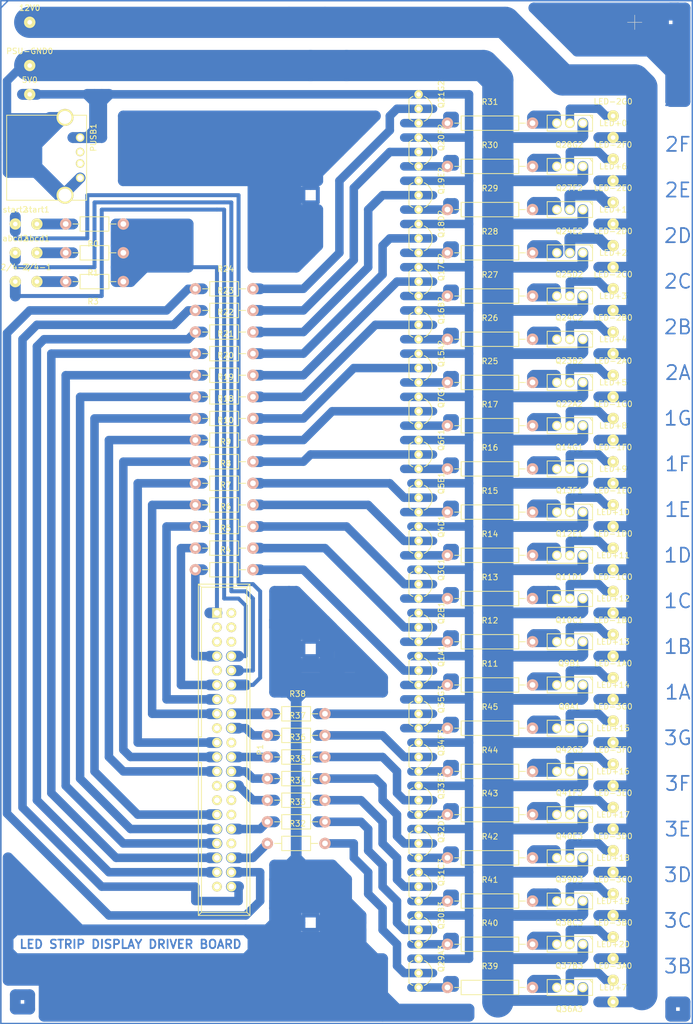
<source format=kicad_pcb>
(kicad_pcb (version 4) (host pcbnew 4.0.2+e4-6225~38~ubuntu14.04.1-stable)
  (layers (0 F.Cu signal) (31 B.Cu signal) (34 B.Paste user) (35 F.Paste user) (36 B.SilkS user) (37 F.SilkS user) (38 B.Mask user) (39 F.Mask user) (44 Edge.Cuts user))
  (net 0 "")
  (net 1 "Net-(2/4-1-Pad1)")
  (net 2 "Net-(2/4-2-Pad1)")
  (net 3 "Net-(5V0-Pad1)")
  (net 4 "Net-(12V0-Pad1)")
  (net 5 "Net-(R1-Pad2)")
  (net 6 "Net-(P1-Pad10)")
  (net 7 "Net-(LED-1A0-Pad1)")
  (net 8 "Net-(LED-1B0-Pad1)")
  (net 9 "Net-(LED-1C0-Pad1)")
  (net 10 "Net-(LED-1D0-Pad1)")
  (net 11 "Net-(LED-1E0-Pad1)")
  (net 12 "Net-(LED-1F0-Pad1)")
  (net 13 "Net-(LED-1G0-Pad1)")
  (net 14 "Net-(LED-2A0-Pad1)")
  (net 15 "Net-(LED-2B0-Pad1)")
  (net 16 "Net-(LED-2C0-Pad1)")
  (net 17 "Net-(LED-2D0-Pad1)")
  (net 18 "Net-(LED-2E0-Pad1)")
  (net 19 "Net-(LED-2F0-Pad1)")
  (net 20 "Net-(LED-2G0-Pad1)")
  (net 21 "Net-(LED-3A0-Pad1)")
  (net 22 "Net-(LED-3B0-Pad1)")
  (net 23 "Net-(LED-3C0-Pad1)")
  (net 24 "Net-(LED-3D0-Pad1)")
  (net 25 "Net-(LED-3E0-Pad1)")
  (net 26 "Net-(LED-3F0-Pad1)")
  (net 27 "Net-(LED-3G0-Pad1)")
  (net 28 "Net-(P1-Pad1)")
  (net 29 "Net-(P1-Pad2)")
  (net 30 "Net-(P1-Pad3)")
  (net 31 "Net-(P1-Pad4)")
  (net 32 "Net-(P1-Pad5)")
  (net 33 "Net-(P1-Pad6)")
  (net 34 "Net-(P1-Pad7)")
  (net 35 "Net-(P1-Pad9)")
  (net 36 "Net-(P1-Pad11)")
  (net 37 "Net-(P1-Pad12)")
  (net 38 "Net-(P1-Pad13)")
  (net 39 "Net-(P1-Pad14)")
  (net 40 "Net-(P1-Pad15)")
  (net 41 "Net-(P1-Pad16)")
  (net 42 "Net-(P1-Pad17)")
  (net 43 "Net-(P1-Pad18)")
  (net 44 "Net-(P1-Pad19)")
  (net 45 "Net-(P1-Pad20)")
  (net 46 "Net-(P1-Pad21)")
  (net 47 "Net-(P1-Pad22)")
  (net 48 "Net-(P1-Pad23)")
  (net 49 "Net-(P1-Pad24)")
  (net 50 "Net-(P1-Pad25)")
  (net 51 "Net-(P1-Pad26)")
  (net 52 "Net-(P1-Pad27)")
  (net 53 "Net-(P1-Pad28)")
  (net 54 "Net-(P1-Pad29)")
  (net 55 "Net-(P1-Pad30)")
  (net 56 "Net-(P1-Pad31)")
  (net 57 "Net-(P1-Pad32)")
  (net 58 "Net-(P1-Pad33)")
  (net 59 "Net-(P1-Pad34)")
  (net 60 "Net-(P1-Pad35)")
  (net 61 "Net-(P1-Pad36)")
  (net 62 "Net-(P1-Pad37)")
  (net 63 "Net-(P1-Pad38)")
  (net 64 "Net-(P1-Pad39)")
  (net 65 "Net-(P1-Pad40)")
  (net 66 "Net-(PSU-GND0-Pad1)")
  (net 67 "Net-(Q1A1-Pad2)")
  (net 68 "Net-(Q2B1-Pad2)")
  (net 69 "Net-(Q3C1-Pad2)")
  (net 70 "Net-(Q4D1-Pad2)")
  (net 71 "Net-(Q5E1-Pad2)")
  (net 72 "Net-(Q6F1-Pad2)")
  (net 73 "Net-(Q7G1-Pad2)")
  (net 74 "Net-(Q15A2-Pad2)")
  (net 75 "Net-(Q16B2-Pad2)")
  (net 76 "Net-(Q17C2-Pad2)")
  (net 77 "Net-(Q18D2-Pad2)")
  (net 78 "Net-(Q19E2-Pad2)")
  (net 79 "Net-(Q20F2-Pad2)")
  (net 80 "Net-(Q21G2-Pad2)")
  (net 81 "Net-(Q29A3-Pad2)")
  (net 82 "Net-(Q30B3-Pad2)")
  (net 83 "Net-(Q31C3-Pad2)")
  (net 84 "Net-(Q32D3-Pad2)")
  (net 85 "Net-(Q33E3-Pad2)")
  (net 86 "Net-(Q34F3-Pad2)")
  (net 87 "Net-(Q35G3-Pad2)")
  (net 88 "Net-(R0-Pad2)")
  (net 89 "Net-(PUSB1-Pad3)")
  (net 90 "Net-(PUSB1-Pad2)")
  (net 91 "Net-(Q1A1-Pad3)")
  (net 92 "Net-(Q2B1-Pad3)")
  (net 93 "Net-(Q3C1-Pad3)")
  (net 94 "Net-(Q4D1-Pad3)")
  (net 95 "Net-(Q5E1-Pad3)")
  (net 96 "Net-(Q6F1-Pad3)")
  (net 97 "Net-(Q7G1-Pad3)")
  (net 98 "Net-(Q8A1-Pad3)")
  (net 99 "Net-(Q9B1-Pad3)")
  (net 100 "Net-(Q10C1-Pad3)")
  (net 101 "Net-(Q11D1-Pad3)")
  (net 102 "Net-(Q12E1-Pad3)")
  (net 103 "Net-(Q13F1-Pad3)")
  (net 104 "Net-(Q14G1-Pad3)")
  (net 105 "Net-(Q15A2-Pad3)")
  (net 106 "Net-(Q16B2-Pad3)")
  (net 107 "Net-(Q17C2-Pad3)")
  (net 108 "Net-(Q18D2-Pad3)")
  (net 109 "Net-(Q19E2-Pad3)")
  (net 110 "Net-(Q20F2-Pad3)")
  (net 111 "Net-(Q21G2-Pad3)")
  (net 112 "Net-(Q22A2-Pad3)")
  (net 113 "Net-(Q23B2-Pad3)")
  (net 114 "Net-(Q24C2-Pad3)")
  (net 115 "Net-(Q24E2-Pad3)")
  (net 116 "Net-(Q25D2-Pad3)")
  (net 117 "Net-(Q27F2-Pad3)")
  (net 118 "Net-(Q28G2-Pad3)")
  (net 119 "Net-(Q29A3-Pad3)")
  (net 120 "Net-(Q30B3-Pad3)")
  (net 121 "Net-(Q31C3-Pad3)")
  (net 122 "Net-(Q32D3-Pad3)")
  (net 123 "Net-(Q33E3-Pad3)")
  (net 124 "Net-(Q34F3-Pad3)")
  (net 125 "Net-(Q35G3-Pad3)")
  (net 126 "Net-(Q36A3-Pad3)")
  (net 127 "Net-(Q37B3-Pad3)")
  (net 128 "Net-(Q38C3-Pad3)")
  (net 129 "Net-(Q39D3-Pad3)")
  (net 130 "Net-(Q40E3-Pad3)")
  (net 131 "Net-(Q41F3-Pad3)")
  (net 132 "Net-(Q42G3-Pad3)")
  (module Resistors_ThroughHole:Resistor_Horizontal_RM15mm (layer F.Cu) (at 111.76 127)
    (fp_text reference R13 (at 7.5 -3.74904) (layer F.SilkS))
    (fp_text value 430R)
    (pad 1 thru_hole circle (at 0 0) (size 1.99898 1.99898) (drill 1.00076) (layers *.Cu *.SilkS *.Mask) (net 93 "Net-(Q3C1-Pad3)"))
    (pad 2 thru_hole circle (at 15 0) (size 1.99898 1.99898) (drill 1.00076) (layers *.Cu *.SilkS *.Mask) (net 100 "Net-(Q10C1-Pad3)"))
  )
  (module Connect:IDC_Header_Straight_40pins (layer F.Cu) (at 71.12 129.54 270)
    (fp_text reference P1 (at 24.13 -7.62 270) (layer F.SilkS))
    (fp_text value HEADER2x20)
    (pad 1 thru_hole rect (at 0 0 270) (size 1.7272 1.7272) (drill 1.016) (layers *.Cu *.Mask F.SilkS) (net 28 "Net-(P1-Pad1)"))
    (pad 2 thru_hole oval (at 0 -2.54 270) (size 1.7272 1.7272) (drill 1.016) (layers *.Cu *.Mask F.SilkS) (net 29 "Net-(P1-Pad2)"))
    (pad 3 thru_hole oval (at 2.54 0 270) (size 1.7272 1.7272) (drill 1.016) (layers *.Cu *.Mask F.SilkS) (net 30 "Net-(P1-Pad3)"))
    (pad 4 thru_hole oval (at 2.54 -2.54 270) (size 1.7272 1.7272) (drill 1.016) (layers *.Cu *.Mask F.SilkS) (net 31 "Net-(P1-Pad4)"))
    (pad 5 thru_hole oval (at 5.08 0 270) (size 1.7272 1.7272) (drill 1.016) (layers *.Cu *.Mask F.SilkS) (net 32 "Net-(P1-Pad5)"))
    (pad 6 thru_hole oval (at 5.08 -2.54 270) (size 1.7272 1.7272) (drill 1.016) (layers *.Cu *.Mask F.SilkS) (net 33 "Net-(P1-Pad6)"))
    (pad 7 thru_hole oval (at 7.62 0 270) (size 1.7272 1.7272) (drill 1.016) (layers *.Cu *.Mask F.SilkS) (net 34 "Net-(P1-Pad7)"))
    (pad 8 thru_hole oval (at 7.62 -2.54 270) (size 1.7272 1.7272) (drill 1.016) (layers *.Cu *.Mask F.SilkS) (net 2 "Net-(2/4-2-Pad1)"))
    (pad 9 thru_hole oval (at 10.16 0 270) (size 1.7272 1.7272) (drill 1.016) (layers *.Cu *.Mask F.SilkS) (net 35 "Net-(P1-Pad9)"))
    (pad 10 thru_hole oval (at 10.16 -2.54 270) (size 1.7272 1.7272) (drill 1.016) (layers *.Cu *.Mask F.SilkS) (net 6 "Net-(P1-Pad10)"))
    (pad 11 thru_hole oval (at 12.7 0 270) (size 1.7272 1.7272) (drill 1.016) (layers *.Cu *.Mask F.SilkS) (net 36 "Net-(P1-Pad11)"))
    (pad 12 thru_hole oval (at 12.7 -2.54 270) (size 1.7272 1.7272) (drill 1.016) (layers *.Cu *.Mask F.SilkS) (net 37 "Net-(P1-Pad12)"))
    (pad 13 thru_hole oval (at 15.24 0 270) (size 1.7272 1.7272) (drill 1.016) (layers *.Cu *.Mask F.SilkS) (net 38 "Net-(P1-Pad13)"))
    (pad 14 thru_hole oval (at 15.24 -2.54 270) (size 1.7272 1.7272) (drill 1.016) (layers *.Cu *.Mask F.SilkS) (net 39 "Net-(P1-Pad14)"))
    (pad 15 thru_hole oval (at 17.78 0 270) (size 1.7272 1.7272) (drill 1.016) (layers *.Cu *.Mask F.SilkS) (net 40 "Net-(P1-Pad15)"))
    (pad 16 thru_hole oval (at 17.78 -2.54 270) (size 1.7272 1.7272) (drill 1.016) (layers *.Cu *.Mask F.SilkS) (net 41 "Net-(P1-Pad16)"))
    (pad 17 thru_hole oval (at 20.32 0 270) (size 1.7272 1.7272) (drill 1.016) (layers *.Cu *.Mask F.SilkS) (net 42 "Net-(P1-Pad17)"))
    (pad 18 thru_hole oval (at 20.32 -2.54 270) (size 1.7272 1.7272) (drill 1.016) (layers *.Cu *.Mask F.SilkS) (net 43 "Net-(P1-Pad18)"))
    (pad 19 thru_hole oval (at 22.86 0 270) (size 1.7272 1.7272) (drill 1.016) (layers *.Cu *.Mask F.SilkS) (net 44 "Net-(P1-Pad19)"))
    (pad 20 thru_hole oval (at 22.86 -2.54 270) (size 1.7272 1.7272) (drill 1.016) (layers *.Cu *.Mask F.SilkS) (net 45 "Net-(P1-Pad20)"))
    (pad 21 thru_hole oval (at 25.4 0 270) (size 1.7272 1.7272) (drill 1.016) (layers *.Cu *.Mask F.SilkS) (net 46 "Net-(P1-Pad21)"))
    (pad 22 thru_hole oval (at 25.4 -2.54 270) (size 1.7272 1.7272) (drill 1.016) (layers *.Cu *.Mask F.SilkS) (net 47 "Net-(P1-Pad22)"))
    (pad 23 thru_hole oval (at 27.94 0 270) (size 1.7272 1.7272) (drill 1.016) (layers *.Cu *.Mask F.SilkS) (net 48 "Net-(P1-Pad23)"))
    (pad 24 thru_hole oval (at 27.94 -2.54 270) (size 1.7272 1.7272) (drill 1.016) (layers *.Cu *.Mask F.SilkS) (net 49 "Net-(P1-Pad24)"))
    (pad 25 thru_hole oval (at 30.48 0 270) (size 1.7272 1.7272) (drill 1.016) (layers *.Cu *.Mask F.SilkS) (net 50 "Net-(P1-Pad25)"))
    (pad 26 thru_hole oval (at 30.48 -2.54 270) (size 1.7272 1.7272) (drill 1.016) (layers *.Cu *.Mask F.SilkS) (net 51 "Net-(P1-Pad26)"))
    (pad 27 thru_hole oval (at 33.02 0 270) (size 1.7272 1.7272) (drill 1.016) (layers *.Cu *.Mask F.SilkS) (net 52 "Net-(P1-Pad27)"))
    (pad 28 thru_hole oval (at 33.02 -2.54 270) (size 1.7272 1.7272) (drill 1.016) (layers *.Cu *.Mask F.SilkS) (net 53 "Net-(P1-Pad28)"))
    (pad 29 thru_hole oval (at 35.56 0 270) (size 1.7272 1.7272) (drill 1.016) (layers *.Cu *.Mask F.SilkS) (net 54 "Net-(P1-Pad29)"))
    (pad 30 thru_hole oval (at 35.56 -2.54 270) (size 1.7272 1.7272) (drill 1.016) (layers *.Cu *.Mask F.SilkS) (net 55 "Net-(P1-Pad30)"))
    (pad 31 thru_hole oval (at 38.1 0 270) (size 1.7272 1.7272) (drill 1.016) (layers *.Cu *.Mask F.SilkS) (net 56 "Net-(P1-Pad31)"))
    (pad 32 thru_hole oval (at 38.1 -2.54 270) (size 1.7272 1.7272) (drill 1.016) (layers *.Cu *.Mask F.SilkS) (net 57 "Net-(P1-Pad32)"))
    (pad 33 thru_hole oval (at 40.64 0 270) (size 1.7272 1.7272) (drill 1.016) (layers *.Cu *.Mask F.SilkS) (net 58 "Net-(P1-Pad33)"))
    (pad 34 thru_hole oval (at 40.64 -2.54 270) (size 1.7272 1.7272) (drill 1.016) (layers *.Cu *.Mask F.SilkS) (net 59 "Net-(P1-Pad34)"))
    (pad 35 thru_hole oval (at 43.18 0 270) (size 1.7272 1.7272) (drill 1.016) (layers *.Cu *.Mask F.SilkS) (net 60 "Net-(P1-Pad35)"))
    (pad 36 thru_hole oval (at 43.18 -2.54 270) (size 1.7272 1.7272) (drill 1.016) (layers *.Cu *.Mask F.SilkS) (net 61 "Net-(P1-Pad36)"))
    (pad 37 thru_hole oval (at 45.72 0 270) (size 1.7272 1.7272) (drill 1.016) (layers *.Cu *.Mask F.SilkS) (net 62 "Net-(P1-Pad37)"))
    (pad 38 thru_hole oval (at 45.72 -2.54 270) (size 1.7272 1.7272) (drill 1.016) (layers *.Cu *.Mask F.SilkS) (net 63 "Net-(P1-Pad38)"))
    (pad 39 thru_hole oval (at 48.26 0 270) (size 1.7272 1.7272) (drill 1.016) (layers *.Cu *.Mask F.SilkS) (net 64 "Net-(P1-Pad39)"))
    (pad 40 thru_hole oval (at 48.26 -2.54 270) (size 1.7272 1.7272) (drill 1.016) (layers *.Cu *.Mask F.SilkS) (net 65 "Net-(P1-Pad40)"))
  )
  (module Resistors_ThroughHole:Resistor_Horizontal_RM10mm (layer F.Cu) (at 54.61 60.96 180)
    (fp_text reference R0 (at 5.32892 -3.50012 180) (layer F.SilkS))
    (fp_text value 1k)
    (pad 1 thru_hole circle (at 0 0 180) (size 1.99898 1.99898) (drill 1.00076) (layers *.Cu *.SilkS *.Mask) (net 28 "Net-(P1-Pad1)"))
    (pad 2 thru_hole circle (at 10.16 0 180) (size 1.99898 1.99898) (drill 1.00076) (layers *.Cu *.SilkS *.Mask) (net 88 "Net-(R0-Pad2)"))
  )
  (module Resistors_ThroughHole:Resistor_Horizontal_RM10mm (layer F.Cu) (at 54.61 66.04 180)
    (fp_text reference R1 (at 5.32892 -3.50012 180) (layer F.SilkS))
    (fp_text value 1k)
    (pad 1 thru_hole circle (at 0 0 180) (size 1.99898 1.99898) (drill 1.00076) (layers *.Cu *.SilkS *.Mask) (net 28 "Net-(P1-Pad1)"))
    (pad 2 thru_hole circle (at 10.16 0 180) (size 1.99898 1.99898) (drill 1.00076) (layers *.Cu *.SilkS *.Mask) (net 5 "Net-(R1-Pad2)"))
  )
  (module Resistors_ThroughHole:Resistor_Horizontal_RM10mm (layer F.Cu) (at 54.61 71.12 180)
    (fp_text reference R3 (at 5.32892 -3.50012 180) (layer F.SilkS))
    (fp_text value 1k)
    (pad 1 thru_hole circle (at 0 0 180) (size 1.99898 1.99898) (drill 1.00076) (layers *.Cu *.SilkS *.Mask) (net 28 "Net-(P1-Pad1)"))
    (pad 2 thru_hole circle (at 10.16 0 180) (size 1.99898 1.99898) (drill 1.00076) (layers *.Cu *.SilkS *.Mask) (net 1 "Net-(2/4-1-Pad1)"))
  )
  (module Resistors_ThroughHole:Resistor_Horizontal_RM10mm (layer F.Cu) (at 67.31 121.92)
    (fp_text reference R4 (at 5.32892 -3.50012) (layer F.SilkS))
    (fp_text value 100k)
    (pad 1 thru_hole circle (at 0 0) (size 1.99898 1.99898) (drill 1.00076) (layers *.Cu *.SilkS *.Mask) (net 34 "Net-(P1-Pad7)"))
    (pad 2 thru_hole circle (at 10.16 0) (size 1.99898 1.99898) (drill 1.00076) (layers *.Cu *.SilkS *.Mask) (net 67 "Net-(Q1A1-Pad2)"))
  )
  (module Resistors_ThroughHole:Resistor_Horizontal_RM10mm (layer F.Cu) (at 67.31 118.11)
    (fp_text reference R5 (at 5.32892 -3.50012) (layer F.SilkS))
    (fp_text value 100k)
    (pad 1 thru_hole circle (at 0 0) (size 1.99898 1.99898) (drill 1.00076) (layers *.Cu *.SilkS *.Mask) (net 36 "Net-(P1-Pad11)"))
    (pad 2 thru_hole circle (at 10.16 0) (size 1.99898 1.99898) (drill 1.00076) (layers *.Cu *.SilkS *.Mask) (net 68 "Net-(Q2B1-Pad2)"))
  )
  (module Resistors_ThroughHole:Resistor_Horizontal_RM10mm (layer F.Cu) (at 67.31 114.3)
    (fp_text reference R6 (at 5.32892 -3.50012) (layer F.SilkS))
    (fp_text value 100k)
    (pad 1 thru_hole circle (at 0 0) (size 1.99898 1.99898) (drill 1.00076) (layers *.Cu *.SilkS *.Mask) (net 38 "Net-(P1-Pad13)"))
    (pad 2 thru_hole circle (at 10.16 0) (size 1.99898 1.99898) (drill 1.00076) (layers *.Cu *.SilkS *.Mask) (net 69 "Net-(Q3C1-Pad2)"))
  )
  (module Resistors_ThroughHole:Resistor_Horizontal_RM10mm (layer F.Cu) (at 67.31 110.49)
    (fp_text reference R7 (at 5.32892 -3.50012) (layer F.SilkS))
    (fp_text value 100k)
    (pad 1 thru_hole circle (at 0 0) (size 1.99898 1.99898) (drill 1.00076) (layers *.Cu *.SilkS *.Mask) (net 40 "Net-(P1-Pad15)"))
    (pad 2 thru_hole circle (at 10.16 0) (size 1.99898 1.99898) (drill 1.00076) (layers *.Cu *.SilkS *.Mask) (net 70 "Net-(Q4D1-Pad2)"))
  )
  (module Resistors_ThroughHole:Resistor_Horizontal_RM10mm (layer F.Cu) (at 67.31 106.68)
    (fp_text reference R8 (at 5.32892 -3.50012) (layer F.SilkS))
    (fp_text value 100k)
    (pad 1 thru_hole circle (at 0 0) (size 1.99898 1.99898) (drill 1.00076) (layers *.Cu *.SilkS *.Mask) (net 44 "Net-(P1-Pad19)"))
    (pad 2 thru_hole circle (at 10.16 0) (size 1.99898 1.99898) (drill 1.00076) (layers *.Cu *.SilkS *.Mask) (net 71 "Net-(Q5E1-Pad2)"))
  )
  (module Resistors_ThroughHole:Resistor_Horizontal_RM10mm (layer F.Cu) (at 67.31 102.87)
    (fp_text reference R9 (at 5.32892 -3.50012) (layer F.SilkS))
    (fp_text value 100k)
    (pad 1 thru_hole circle (at 0 0) (size 1.99898 1.99898) (drill 1.00076) (layers *.Cu *.SilkS *.Mask) (net 46 "Net-(P1-Pad21)"))
    (pad 2 thru_hole circle (at 10.16 0) (size 1.99898 1.99898) (drill 1.00076) (layers *.Cu *.SilkS *.Mask) (net 72 "Net-(Q6F1-Pad2)"))
  )
  (module Resistors_ThroughHole:Resistor_Horizontal_RM10mm (layer F.Cu) (at 67.31 99.06)
    (fp_text reference R10 (at 5.32892 -3.50012) (layer F.SilkS))
    (fp_text value 100k)
    (pad 1 thru_hole circle (at 0 0) (size 1.99898 1.99898) (drill 1.00076) (layers *.Cu *.SilkS *.Mask) (net 48 "Net-(P1-Pad23)"))
    (pad 2 thru_hole circle (at 10.16 0) (size 1.99898 1.99898) (drill 1.00076) (layers *.Cu *.SilkS *.Mask) (net 73 "Net-(Q7G1-Pad2)"))
  )
  (module Resistors_ThroughHole:Resistor_Horizontal_RM10mm (layer F.Cu) (at 67.31 95.25)
    (fp_text reference R18 (at 5.32892 -3.50012) (layer F.SilkS))
    (fp_text value 100k)
    (pad 1 thru_hole circle (at 0 0) (size 1.99898 1.99898) (drill 1.00076) (layers *.Cu *.SilkS *.Mask) (net 54 "Net-(P1-Pad29)"))
    (pad 2 thru_hole circle (at 10.16 0) (size 1.99898 1.99898) (drill 1.00076) (layers *.Cu *.SilkS *.Mask) (net 74 "Net-(Q15A2-Pad2)"))
  )
  (module Resistors_ThroughHole:Resistor_Horizontal_RM10mm (layer F.Cu) (at 67.31 91.44)
    (fp_text reference R19 (at 5.32892 -3.50012) (layer F.SilkS))
    (fp_text value 100k)
    (pad 1 thru_hole circle (at 0 0) (size 1.99898 1.99898) (drill 1.00076) (layers *.Cu *.SilkS *.Mask) (net 56 "Net-(P1-Pad31)"))
    (pad 2 thru_hole circle (at 10.16 0) (size 1.99898 1.99898) (drill 1.00076) (layers *.Cu *.SilkS *.Mask) (net 75 "Net-(Q16B2-Pad2)"))
  )
  (module Resistors_ThroughHole:Resistor_Horizontal_RM10mm (layer F.Cu) (at 67.31 87.63)
    (fp_text reference R20 (at 5.32892 -3.50012) (layer F.SilkS))
    (fp_text value 100k)
    (pad 1 thru_hole circle (at 0 0) (size 1.99898 1.99898) (drill 1.00076) (layers *.Cu *.SilkS *.Mask) (net 58 "Net-(P1-Pad33)"))
    (pad 2 thru_hole circle (at 10.16 0) (size 1.99898 1.99898) (drill 1.00076) (layers *.Cu *.SilkS *.Mask) (net 76 "Net-(Q17C2-Pad2)"))
  )
  (module Resistors_ThroughHole:Resistor_Horizontal_RM10mm (layer F.Cu) (at 67.31 83.82)
    (fp_text reference R21 (at 5.32892 -3.50012) (layer F.SilkS))
    (fp_text value 100k)
    (pad 1 thru_hole circle (at 0 0) (size 1.99898 1.99898) (drill 1.00076) (layers *.Cu *.SilkS *.Mask) (net 60 "Net-(P1-Pad35)"))
    (pad 2 thru_hole circle (at 10.16 0) (size 1.99898 1.99898) (drill 1.00076) (layers *.Cu *.SilkS *.Mask) (net 77 "Net-(Q18D2-Pad2)"))
  )
  (module Resistors_ThroughHole:Resistor_Horizontal_RM10mm (layer F.Cu) (at 67.31 80.01)
    (fp_text reference R22 (at 5.32892 -3.50012) (layer F.SilkS))
    (fp_text value 100k)
    (pad 1 thru_hole circle (at 0 0) (size 1.99898 1.99898) (drill 1.00076) (layers *.Cu *.SilkS *.Mask) (net 62 "Net-(P1-Pad37)"))
    (pad 2 thru_hole circle (at 10.16 0) (size 1.99898 1.99898) (drill 1.00076) (layers *.Cu *.SilkS *.Mask) (net 78 "Net-(Q19E2-Pad2)"))
  )
  (module Resistors_ThroughHole:Resistor_Horizontal_RM10mm (layer F.Cu) (at 67.31 76.2)
    (fp_text reference R23 (at 5.32892 -3.50012) (layer F.SilkS))
    (fp_text value 100k)
    (pad 1 thru_hole circle (at 0 0) (size 1.99898 1.99898) (drill 1.00076) (layers *.Cu *.SilkS *.Mask) (net 65 "Net-(P1-Pad40)"))
    (pad 2 thru_hole circle (at 10.16 0) (size 1.99898 1.99898) (drill 1.00076) (layers *.Cu *.SilkS *.Mask) (net 79 "Net-(Q20F2-Pad2)"))
  )
  (module Resistors_ThroughHole:Resistor_Horizontal_RM10mm (layer F.Cu) (at 67.31 72.39)
    (fp_text reference R24 (at 5.32892 -3.50012) (layer F.SilkS))
    (fp_text value 100k)
    (pad 1 thru_hole circle (at 0 0) (size 1.99898 1.99898) (drill 1.00076) (layers *.Cu *.SilkS *.Mask) (net 63 "Net-(P1-Pad38)"))
    (pad 2 thru_hole circle (at 10.16 0) (size 1.99898 1.99898) (drill 1.00076) (layers *.Cu *.SilkS *.Mask) (net 80 "Net-(Q21G2-Pad2)"))
  )
  (module Resistors_ThroughHole:Resistor_Horizontal_RM10mm (layer F.Cu) (at 80.01 170.18)
    (fp_text reference R32 (at 5.32892 -3.50012) (layer F.SilkS))
    (fp_text value 100k)
    (pad 1 thru_hole circle (at 0 0) (size 1.99898 1.99898) (drill 1.00076) (layers *.Cu *.SilkS *.Mask) (net 61 "Net-(P1-Pad36)"))
    (pad 2 thru_hole circle (at 10.16 0) (size 1.99898 1.99898) (drill 1.00076) (layers *.Cu *.SilkS *.Mask) (net 81 "Net-(Q29A3-Pad2)"))
  )
  (module Resistors_ThroughHole:Resistor_Horizontal_RM10mm (layer F.Cu) (at 80.01 166.37)
    (fp_text reference R33 (at 5.32892 -3.50012) (layer F.SilkS))
    (fp_text value 100k)
    (pad 1 thru_hole circle (at 0 0) (size 1.99898 1.99898) (drill 1.00076) (layers *.Cu *.SilkS *.Mask) (net 57 "Net-(P1-Pad32)"))
    (pad 2 thru_hole circle (at 10.16 0) (size 1.99898 1.99898) (drill 1.00076) (layers *.Cu *.SilkS *.Mask) (net 82 "Net-(Q30B3-Pad2)"))
  )
  (module Resistors_ThroughHole:Resistor_Horizontal_RM10mm (layer F.Cu) (at 80.01 162.56)
    (fp_text reference R34 (at 5.32892 -3.50012) (layer F.SilkS))
    (fp_text value 100k)
    (pad 1 thru_hole circle (at 0 0) (size 1.99898 1.99898) (drill 1.00076) (layers *.Cu *.SilkS *.Mask) (net 51 "Net-(P1-Pad26)"))
    (pad 2 thru_hole circle (at 10.16 0) (size 1.99898 1.99898) (drill 1.00076) (layers *.Cu *.SilkS *.Mask) (net 83 "Net-(Q31C3-Pad2)"))
  )
  (module Resistors_ThroughHole:Resistor_Horizontal_RM10mm (layer F.Cu) (at 80.01 158.75)
    (fp_text reference R35 (at 5.32892 -3.50012) (layer F.SilkS))
    (fp_text value 100k)
    (pad 1 thru_hole circle (at 0 0) (size 1.99898 1.99898) (drill 1.00076) (layers *.Cu *.SilkS *.Mask) (net 49 "Net-(P1-Pad24)"))
    (pad 2 thru_hole circle (at 10.16 0) (size 1.99898 1.99898) (drill 1.00076) (layers *.Cu *.SilkS *.Mask) (net 84 "Net-(Q32D3-Pad2)"))
  )
  (module Resistors_ThroughHole:Resistor_Horizontal_RM10mm (layer F.Cu) (at 80.01 154.94)
    (fp_text reference R36 (at 5.32892 -3.50012) (layer F.SilkS))
    (fp_text value 100k)
    (pad 1 thru_hole circle (at 0 0) (size 1.99898 1.99898) (drill 1.00076) (layers *.Cu *.SilkS *.Mask) (net 47 "Net-(P1-Pad22)"))
    (pad 2 thru_hole circle (at 10.16 0) (size 1.99898 1.99898) (drill 1.00076) (layers *.Cu *.SilkS *.Mask) (net 85 "Net-(Q33E3-Pad2)"))
  )
  (module Resistors_ThroughHole:Resistor_Horizontal_RM10mm (layer F.Cu) (at 80.01 151.13)
    (fp_text reference R37 (at 5.32892 -3.50012) (layer F.SilkS))
    (fp_text value 100k)
    (pad 1 thru_hole circle (at 0 0) (size 1.99898 1.99898) (drill 1.00076) (layers *.Cu *.SilkS *.Mask) (net 43 "Net-(P1-Pad18)"))
    (pad 2 thru_hole circle (at 10.16 0) (size 1.99898 1.99898) (drill 1.00076) (layers *.Cu *.SilkS *.Mask) (net 86 "Net-(Q34F3-Pad2)"))
  )
  (module Resistors_ThroughHole:Resistor_Horizontal_RM10mm (layer F.Cu) (at 80.01 147.32)
    (fp_text reference R38 (at 5.32892 -3.50012) (layer F.SilkS))
    (fp_text value 100k)
    (pad 1 thru_hole circle (at 0 0) (size 1.99898 1.99898) (drill 1.00076) (layers *.Cu *.SilkS *.Mask) (net 41 "Net-(P1-Pad16)"))
    (pad 2 thru_hole circle (at 10.16 0) (size 1.99898 1.99898) (drill 1.00076) (layers *.Cu *.SilkS *.Mask) (net 87 "Net-(Q35G3-Pad2)"))
  )
  (module Resistors_ThroughHole:Resistor_Horizontal_RM15mm (layer F.Cu) (at 111.76 142.24)
    (fp_text reference R11 (at 7.5 -3.74904) (layer F.SilkS))
    (fp_text value 430R)
    (pad 1 thru_hole circle (at 0 0) (size 1.99898 1.99898) (drill 1.00076) (layers *.Cu *.SilkS *.Mask) (net 91 "Net-(Q1A1-Pad3)"))
    (pad 2 thru_hole circle (at 15 0) (size 1.99898 1.99898) (drill 1.00076) (layers *.Cu *.SilkS *.Mask) (net 98 "Net-(Q8A1-Pad3)"))
  )
  (module Resistors_ThroughHole:Resistor_Horizontal_RM15mm (layer F.Cu) (at 111.76 134.62)
    (fp_text reference R12 (at 7.5 -3.74904) (layer F.SilkS))
    (fp_text value 430R)
    (pad 1 thru_hole circle (at 0 0) (size 1.99898 1.99898) (drill 1.00076) (layers *.Cu *.SilkS *.Mask) (net 92 "Net-(Q2B1-Pad3)"))
    (pad 2 thru_hole circle (at 15 0) (size 1.99898 1.99898) (drill 1.00076) (layers *.Cu *.SilkS *.Mask) (net 99 "Net-(Q9B1-Pad3)"))
  )
  (module Resistors_ThroughHole:Resistor_Horizontal_RM15mm (layer F.Cu) (at 111.76 119.38)
    (fp_text reference R14 (at 7.5 -3.74904) (layer F.SilkS))
    (fp_text value 430R)
    (pad 1 thru_hole circle (at 0 0) (size 1.99898 1.99898) (drill 1.00076) (layers *.Cu *.SilkS *.Mask) (net 94 "Net-(Q4D1-Pad3)"))
    (pad 2 thru_hole circle (at 15 0) (size 1.99898 1.99898) (drill 1.00076) (layers *.Cu *.SilkS *.Mask) (net 101 "Net-(Q11D1-Pad3)"))
  )
  (module Resistors_ThroughHole:Resistor_Horizontal_RM15mm (layer F.Cu) (at 111.76 111.76)
    (fp_text reference R15 (at 7.5 -3.74904) (layer F.SilkS))
    (fp_text value 430R)
    (pad 1 thru_hole circle (at 0 0) (size 1.99898 1.99898) (drill 1.00076) (layers *.Cu *.SilkS *.Mask) (net 95 "Net-(Q5E1-Pad3)"))
    (pad 2 thru_hole circle (at 15 0) (size 1.99898 1.99898) (drill 1.00076) (layers *.Cu *.SilkS *.Mask) (net 102 "Net-(Q12E1-Pad3)"))
  )
  (module Resistors_ThroughHole:Resistor_Horizontal_RM15mm (layer F.Cu) (at 111.76 104.14)
    (fp_text reference R16 (at 7.5 -3.74904) (layer F.SilkS))
    (fp_text value 430R)
    (pad 1 thru_hole circle (at 0 0) (size 1.99898 1.99898) (drill 1.00076) (layers *.Cu *.SilkS *.Mask) (net 96 "Net-(Q6F1-Pad3)"))
    (pad 2 thru_hole circle (at 15 0) (size 1.99898 1.99898) (drill 1.00076) (layers *.Cu *.SilkS *.Mask) (net 103 "Net-(Q13F1-Pad3)"))
  )
  (module Resistors_ThroughHole:Resistor_Horizontal_RM15mm (layer F.Cu) (at 111.76 96.52)
    (fp_text reference R17 (at 7.5 -3.74904) (layer F.SilkS))
    (fp_text value 430R)
    (pad 1 thru_hole circle (at 0 0) (size 1.99898 1.99898) (drill 1.00076) (layers *.Cu *.SilkS *.Mask) (net 97 "Net-(Q7G1-Pad3)"))
    (pad 2 thru_hole circle (at 15 0) (size 1.99898 1.99898) (drill 1.00076) (layers *.Cu *.SilkS *.Mask) (net 104 "Net-(Q14G1-Pad3)"))
  )
  (module Resistors_ThroughHole:Resistor_Horizontal_RM15mm (layer F.Cu) (at 111.76 88.9)
    (fp_text reference R25 (at 7.5 -3.74904) (layer F.SilkS))
    (fp_text value 430R)
    (pad 1 thru_hole circle (at 0 0) (size 1.99898 1.99898) (drill 1.00076) (layers *.Cu *.SilkS *.Mask) (net 105 "Net-(Q15A2-Pad3)"))
    (pad 2 thru_hole circle (at 15 0) (size 1.99898 1.99898) (drill 1.00076) (layers *.Cu *.SilkS *.Mask) (net 112 "Net-(Q22A2-Pad3)"))
  )
  (module Resistors_ThroughHole:Resistor_Horizontal_RM15mm (layer F.Cu) (at 111.76 81.28)
    (fp_text reference R26 (at 7.5 -3.74904) (layer F.SilkS))
    (fp_text value 430R)
    (pad 1 thru_hole circle (at 0 0) (size 1.99898 1.99898) (drill 1.00076) (layers *.Cu *.SilkS *.Mask) (net 106 "Net-(Q16B2-Pad3)"))
    (pad 2 thru_hole circle (at 15 0) (size 1.99898 1.99898) (drill 1.00076) (layers *.Cu *.SilkS *.Mask) (net 113 "Net-(Q23B2-Pad3)"))
  )
  (module Resistors_ThroughHole:Resistor_Horizontal_RM15mm (layer F.Cu) (at 111.76 73.66)
    (fp_text reference R27 (at 7.5 -3.74904) (layer F.SilkS))
    (fp_text value 430R)
    (pad 1 thru_hole circle (at 0 0) (size 1.99898 1.99898) (drill 1.00076) (layers *.Cu *.SilkS *.Mask) (net 107 "Net-(Q17C2-Pad3)"))
    (pad 2 thru_hole circle (at 15 0) (size 1.99898 1.99898) (drill 1.00076) (layers *.Cu *.SilkS *.Mask) (net 114 "Net-(Q24C2-Pad3)"))
  )
  (module Resistors_ThroughHole:Resistor_Horizontal_RM15mm (layer F.Cu) (at 111.76 66.04)
    (fp_text reference R28 (at 7.5 -3.74904) (layer F.SilkS))
    (fp_text value 430R)
    (pad 1 thru_hole circle (at 0 0) (size 1.99898 1.99898) (drill 1.00076) (layers *.Cu *.SilkS *.Mask) (net 108 "Net-(Q18D2-Pad3)"))
    (pad 2 thru_hole circle (at 15 0) (size 1.99898 1.99898) (drill 1.00076) (layers *.Cu *.SilkS *.Mask) (net 116 "Net-(Q25D2-Pad3)"))
  )
  (module Resistors_ThroughHole:Resistor_Horizontal_RM15mm (layer F.Cu) (at 111.76 58.42)
    (fp_text reference R29 (at 7.5 -3.74904) (layer F.SilkS))
    (fp_text value 430R)
    (pad 1 thru_hole circle (at 0 0) (size 1.99898 1.99898) (drill 1.00076) (layers *.Cu *.SilkS *.Mask) (net 109 "Net-(Q19E2-Pad3)"))
    (pad 2 thru_hole circle (at 15 0) (size 1.99898 1.99898) (drill 1.00076) (layers *.Cu *.SilkS *.Mask) (net 115 "Net-(Q24E2-Pad3)"))
  )
  (module Resistors_ThroughHole:Resistor_Horizontal_RM15mm (layer F.Cu) (at 111.76 50.8)
    (fp_text reference R30 (at 7.5 -3.74904) (layer F.SilkS))
    (fp_text value 430R)
    (pad 1 thru_hole circle (at 0 0) (size 1.99898 1.99898) (drill 1.00076) (layers *.Cu *.SilkS *.Mask) (net 110 "Net-(Q20F2-Pad3)"))
    (pad 2 thru_hole circle (at 15 0) (size 1.99898 1.99898) (drill 1.00076) (layers *.Cu *.SilkS *.Mask) (net 117 "Net-(Q27F2-Pad3)"))
  )
  (module Resistors_ThroughHole:Resistor_Horizontal_RM15mm (layer F.Cu) (at 111.76 43.18)
    (fp_text reference R31 (at 7.5 -3.74904) (layer F.SilkS))
    (fp_text value 430R)
    (pad 1 thru_hole circle (at 0 0) (size 1.99898 1.99898) (drill 1.00076) (layers *.Cu *.SilkS *.Mask) (net 111 "Net-(Q21G2-Pad3)"))
    (pad 2 thru_hole circle (at 15 0) (size 1.99898 1.99898) (drill 1.00076) (layers *.Cu *.SilkS *.Mask) (net 118 "Net-(Q28G2-Pad3)"))
  )
  (module Resistors_ThroughHole:Resistor_Horizontal_RM15mm (layer F.Cu) (at 111.76 195.58)
    (fp_text reference R39 (at 7.5 -3.74904) (layer F.SilkS))
    (fp_text value 430R)
    (pad 1 thru_hole circle (at 0 0) (size 1.99898 1.99898) (drill 1.00076) (layers *.Cu *.SilkS *.Mask) (net 119 "Net-(Q29A3-Pad3)"))
    (pad 2 thru_hole circle (at 15 0) (size 1.99898 1.99898) (drill 1.00076) (layers *.Cu *.SilkS *.Mask) (net 126 "Net-(Q36A3-Pad3)"))
  )
  (module Resistors_ThroughHole:Resistor_Horizontal_RM15mm (layer F.Cu) (at 111.76 187.96)
    (fp_text reference R40 (at 7.5 -3.74904) (layer F.SilkS))
    (fp_text value 430R)
    (pad 1 thru_hole circle (at 0 0) (size 1.99898 1.99898) (drill 1.00076) (layers *.Cu *.SilkS *.Mask) (net 120 "Net-(Q30B3-Pad3)"))
    (pad 2 thru_hole circle (at 15 0) (size 1.99898 1.99898) (drill 1.00076) (layers *.Cu *.SilkS *.Mask) (net 127 "Net-(Q37B3-Pad3)"))
  )
  (module Resistors_ThroughHole:Resistor_Horizontal_RM15mm (layer F.Cu) (at 111.76 180.34)
    (fp_text reference R41 (at 7.5 -3.74904) (layer F.SilkS))
    (fp_text value 430R)
    (pad 1 thru_hole circle (at 0 0) (size 1.99898 1.99898) (drill 1.00076) (layers *.Cu *.SilkS *.Mask) (net 121 "Net-(Q31C3-Pad3)"))
    (pad 2 thru_hole circle (at 15 0) (size 1.99898 1.99898) (drill 1.00076) (layers *.Cu *.SilkS *.Mask) (net 128 "Net-(Q38C3-Pad3)"))
  )
  (module Resistors_ThroughHole:Resistor_Horizontal_RM15mm (layer F.Cu) (at 111.76 172.72)
    (fp_text reference R42 (at 7.5 -3.74904) (layer F.SilkS))
    (fp_text value 430R)
    (pad 1 thru_hole circle (at 0 0) (size 1.99898 1.99898) (drill 1.00076) (layers *.Cu *.SilkS *.Mask) (net 122 "Net-(Q32D3-Pad3)"))
    (pad 2 thru_hole circle (at 15 0) (size 1.99898 1.99898) (drill 1.00076) (layers *.Cu *.SilkS *.Mask) (net 129 "Net-(Q39D3-Pad3)"))
  )
  (module Resistors_ThroughHole:Resistor_Horizontal_RM15mm (layer F.Cu) (at 111.76 165.1)
    (fp_text reference R43 (at 7.5 -3.74904) (layer F.SilkS))
    (fp_text value 430R)
    (pad 1 thru_hole circle (at 0 0) (size 1.99898 1.99898) (drill 1.00076) (layers *.Cu *.SilkS *.Mask) (net 123 "Net-(Q33E3-Pad3)"))
    (pad 2 thru_hole circle (at 15 0) (size 1.99898 1.99898) (drill 1.00076) (layers *.Cu *.SilkS *.Mask) (net 130 "Net-(Q40E3-Pad3)"))
  )
  (module Resistors_ThroughHole:Resistor_Horizontal_RM15mm (layer F.Cu) (at 111.76 157.48)
    (fp_text reference R44 (at 7.5 -3.74904) (layer F.SilkS))
    (fp_text value 430R)
    (pad 1 thru_hole circle (at 0 0) (size 1.99898 1.99898) (drill 1.00076) (layers *.Cu *.SilkS *.Mask) (net 124 "Net-(Q34F3-Pad3)"))
    (pad 2 thru_hole circle (at 15 0) (size 1.99898 1.99898) (drill 1.00076) (layers *.Cu *.SilkS *.Mask) (net 131 "Net-(Q41F3-Pad3)"))
  )
  (module Resistors_ThroughHole:Resistor_Horizontal_RM15mm (layer F.Cu) (at 111.76 149.86)
    (fp_text reference R45 (at 7.5 -3.74904) (layer F.SilkS))
    (fp_text value 430R)
    (pad 1 thru_hole circle (at 0 0) (size 1.99898 1.99898) (drill 1.00076) (layers *.Cu *.SilkS *.Mask) (net 125 "Net-(Q35G3-Pad3)"))
    (pad 2 thru_hole circle (at 15 0) (size 1.99898 1.99898) (drill 1.00076) (layers *.Cu *.SilkS *.Mask) (net 132 "Net-(Q42G3-Pad3)"))
  )
  (module Wire_Pads:SolderWirePad_single_0-8mmDrill (layer F.Cu) (at 39.37 71.12)
    (fp_text reference 2/4-1 (at 0 -2.54) (layer F.SilkS))
    (fp_text value 2/4-1)
    (pad 1 thru_hole circle (at 0 0) (size 1.99898 1.99898) (drill 0.8001) (layers *.Cu *.Mask F.SilkS) (net 1 "Net-(2/4-1-Pad1)"))
  )
  (module Wire_Pads:SolderWirePad_single_0-8mmDrill (layer F.Cu) (at 35.56 71.12)
    (fp_text reference 2/4-2 (at 0 -2.54) (layer F.SilkS))
    (fp_text value 2/4-2)
    (pad 1 thru_hole circle (at 0 0) (size 1.99898 1.99898) (drill 0.8001) (layers *.Cu *.Mask F.SilkS) (net 2 "Net-(2/4-2-Pad1)"))
  )
  (module Wire_Pads:SolderWirePad_single_0-8mmDrill (layer F.Cu) (at 38.1 38.1)
    (fp_text reference 5V0 (at 0 -2.54) (layer F.SilkS))
    (fp_text value 5V)
    (pad 1 thru_hole circle (at 0 0) (size 1.99898 1.99898) (drill 0.8001) (layers *.Cu *.Mask F.SilkS) (net 3 "Net-(5V0-Pad1)"))
  )
  (module Wire_Pads:SolderWirePad_single_0-8mmDrill (layer F.Cu) (at 38.1 25.4)
    (fp_text reference 12V0 (at 0 -2.54) (layer F.SilkS))
    (fp_text value 12V)
    (pad 1 thru_hole circle (at 0 0) (size 1.99898 1.99898) (drill 0.8001) (layers *.Cu *.Mask F.SilkS) (net 4 "Net-(12V0-Pad1)"))
  )
  (module Wire_Pads:SolderWirePad_single_0-8mmDrill (layer F.Cu) (at 39.37 66.04)
    (fp_text reference abcd1 (at 0 -2.54) (layer F.SilkS))
    (fp_text value abcd1)
    (pad 1 thru_hole circle (at 0 0) (size 1.99898 1.99898) (drill 0.8001) (layers *.Cu *.Mask F.SilkS) (net 5 "Net-(R1-Pad2)"))
  )
  (module Wire_Pads:SolderWirePad_single_0-8mmDrill (layer F.Cu) (at 35.56 66.04)
    (fp_text reference abcd2 (at 0 -2.54) (layer F.SilkS))
    (fp_text value abcd2)
    (pad 1 thru_hole circle (at 0 0) (size 1.99898 1.99898) (drill 0.8001) (layers *.Cu *.Mask F.SilkS) (net 6 "Net-(P1-Pad10)"))
  )
  (module Wire_Pads:SolderWirePad_single_0-8mmDrill (layer F.Cu) (at 140.97 137.16)
    (fp_text reference LED+13 (at 0 -2.54) (layer F.SilkS))
    (fp_text value 12V)
    (pad 1 thru_hole circle (at 0 0) (size 1.99898 1.99898) (drill 0.8001) (layers *.Cu *.Mask F.SilkS) (net 4 "Net-(12V0-Pad1)"))
  )
  (module Wire_Pads:SolderWirePad_single_0-8mmDrill (layer F.Cu) (at 140.97 99.06)
    (fp_text reference LED+8 (at 0 -2.54) (layer F.SilkS))
    (fp_text value 12V)
    (pad 1 thru_hole circle (at 0 0) (size 1.99898 1.99898) (drill 0.8001) (layers *.Cu *.Mask F.SilkS) (net 4 "Net-(12V0-Pad1)"))
  )
  (module Wire_Pads:SolderWirePad_single_0-8mmDrill (layer F.Cu) (at 140.97 83.82)
    (fp_text reference LED+4 (at 0 -2.54) (layer F.SilkS))
    (fp_text value 12V)
    (pad 1 thru_hole circle (at 0 0) (size 1.99898 1.99898) (drill 0.8001) (layers *.Cu *.Mask F.SilkS) (net 4 "Net-(12V0-Pad1)"))
  )
  (module Wire_Pads:SolderWirePad_single_0-8mmDrill (layer F.Cu) (at 140.97 129.54)
    (fp_text reference LED+12 (at 0 -2.54) (layer F.SilkS))
    (fp_text value 12V)
    (pad 1 thru_hole circle (at 0 0) (size 1.99898 1.99898) (drill 0.8001) (layers *.Cu *.Mask F.SilkS) (net 4 "Net-(12V0-Pad1)"))
  )
  (module Wire_Pads:SolderWirePad_single_0-8mmDrill (layer F.Cu) (at 140.97 106.68)
    (fp_text reference LED+9 (at 0 -2.54) (layer F.SilkS))
    (fp_text value 12V)
    (pad 1 thru_hole circle (at 0 0) (size 1.99898 1.99898) (drill 0.8001) (layers *.Cu *.Mask F.SilkS) (net 4 "Net-(12V0-Pad1)"))
  )
  (module Wire_Pads:SolderWirePad_single_0-8mmDrill (layer F.Cu) (at 140.97 152.4)
    (fp_text reference LED+15 (at 0 -2.54) (layer F.SilkS))
    (fp_text value 12V)
    (pad 1 thru_hole circle (at 0 0) (size 1.99898 1.99898) (drill 0.8001) (layers *.Cu *.Mask F.SilkS) (net 4 "Net-(12V0-Pad1)"))
  )
  (module Wire_Pads:SolderWirePad_single_0-8mmDrill (layer F.Cu) (at 38.1 25.4)
    (fp_text reference 12V0 (at 0 -2.54) (layer F.SilkS))
    (fp_text value 12V)
    (pad 1 thru_hole circle (at 0 0) (size 1.99898 1.99898) (drill 0.8001) (layers *.Cu *.Mask F.SilkS) (net 4 "Net-(12V0-Pad1)"))
  )
  (module Wire_Pads:SolderWirePad_single_0-8mmDrill (layer F.Cu) (at 140.97 121.92)
    (fp_text reference LED+11 (at 0 -2.54) (layer F.SilkS))
    (fp_text value 12V)
    (pad 1 thru_hole circle (at 0 0) (size 1.99898 1.99898) (drill 0.8001) (layers *.Cu *.Mask F.SilkS) (net 4 "Net-(12V0-Pad1)"))
  )
  (module Wire_Pads:SolderWirePad_single_0-8mmDrill (layer F.Cu) (at 140.97 175.26)
    (fp_text reference LED+18 (at 0 -2.54) (layer F.SilkS))
    (fp_text value 12V)
    (pad 1 thru_hole circle (at 0 0) (size 1.99898 1.99898) (drill 0.8001) (layers *.Cu *.Mask F.SilkS) (net 4 "Net-(12V0-Pad1)"))
  )
  (module Wire_Pads:SolderWirePad_single_0-8mmDrill (layer F.Cu) (at 140.97 76.2)
    (fp_text reference LED+3 (at 0 -2.54) (layer F.SilkS))
    (fp_text value 12V)
    (pad 1 thru_hole circle (at 0 0) (size 1.99898 1.99898) (drill 0.8001) (layers *.Cu *.Mask F.SilkS) (net 4 "Net-(12V0-Pad1)"))
  )
  (module Wire_Pads:SolderWirePad_single_0-8mmDrill (layer F.Cu) (at 140.97 182.88)
    (fp_text reference LED+19 (at 0 -2.54) (layer F.SilkS))
    (fp_text value 12V)
    (pad 1 thru_hole circle (at 0 0) (size 1.99898 1.99898) (drill 0.8001) (layers *.Cu *.Mask F.SilkS) (net 4 "Net-(12V0-Pad1)"))
  )
  (module Wire_Pads:SolderWirePad_single_0-8mmDrill (layer F.Cu) (at 140.97 60.96)
    (fp_text reference LED+1 (at 0 -2.54) (layer F.SilkS))
    (fp_text value 12V)
    (pad 1 thru_hole circle (at 0 0) (size 1.99898 1.99898) (drill 0.8001) (layers *.Cu *.Mask F.SilkS) (net 4 "Net-(12V0-Pad1)"))
  )
  (module Wire_Pads:SolderWirePad_single_0-8mmDrill (layer F.Cu) (at 140.97 68.58)
    (fp_text reference LED+2 (at 0 -2.54) (layer F.SilkS))
    (fp_text value 12V)
    (pad 1 thru_hole circle (at 0 0) (size 1.99898 1.99898) (drill 0.8001) (layers *.Cu *.Mask F.SilkS) (net 4 "Net-(12V0-Pad1)"))
  )
  (module Wire_Pads:SolderWirePad_single_0-8mmDrill (layer F.Cu) (at 140.97 53.34)
    (fp_text reference LED+6 (at 0 -2.54) (layer F.SilkS))
    (fp_text value 12V)
    (pad 1 thru_hole circle (at 0 0) (size 1.99898 1.99898) (drill 0.8001) (layers *.Cu *.Mask F.SilkS) (net 4 "Net-(12V0-Pad1)"))
  )
  (module Wire_Pads:SolderWirePad_single_0-8mmDrill (layer F.Cu) (at 140.97 190.5)
    (fp_text reference LED+20 (at 0 -2.54) (layer F.SilkS))
    (fp_text value 12V)
    (pad 1 thru_hole circle (at 0 0) (size 1.99898 1.99898) (drill 0.8001) (layers *.Cu *.Mask F.SilkS) (net 4 "Net-(12V0-Pad1)"))
  )
  (module Wire_Pads:SolderWirePad_single_0-8mmDrill (layer F.Cu) (at 140.97 160.02)
    (fp_text reference LED+16 (at 0 -2.54) (layer F.SilkS))
    (fp_text value 12V)
    (pad 1 thru_hole circle (at 0 0) (size 1.99898 1.99898) (drill 0.8001) (layers *.Cu *.Mask F.SilkS) (net 4 "Net-(12V0-Pad1)"))
  )
  (module Wire_Pads:SolderWirePad_single_0-8mmDrill (layer F.Cu) (at 140.97 144.78)
    (fp_text reference LED+14 (at 0 -2.54) (layer F.SilkS))
    (fp_text value 12V)
    (pad 1 thru_hole circle (at 0 0) (size 1.99898 1.99898) (drill 0.8001) (layers *.Cu *.Mask F.SilkS) (net 4 "Net-(12V0-Pad1)"))
  )
  (module Wire_Pads:SolderWirePad_single_0-8mmDrill (layer F.Cu) (at 140.97 167.64)
    (fp_text reference LED+17 (at 0 -2.54) (layer F.SilkS))
    (fp_text value 12V)
    (pad 1 thru_hole circle (at 0 0) (size 1.99898 1.99898) (drill 0.8001) (layers *.Cu *.Mask F.SilkS) (net 4 "Net-(12V0-Pad1)"))
  )
  (module Wire_Pads:SolderWirePad_single_0-8mmDrill (layer F.Cu) (at 140.97 91.44)
    (fp_text reference LED+5 (at 0 -2.54) (layer F.SilkS))
    (fp_text value 12V)
    (pad 1 thru_hole circle (at 0 0) (size 1.99898 1.99898) (drill 0.8001) (layers *.Cu *.Mask F.SilkS) (net 4 "Net-(12V0-Pad1)"))
  )
  (module Wire_Pads:SolderWirePad_single_0-8mmDrill (layer F.Cu) (at 140.97 114.3)
    (fp_text reference LED+10 (at 0 -2.54) (layer F.SilkS))
    (fp_text value 12V)
    (pad 1 thru_hole circle (at 0 0) (size 1.99898 1.99898) (drill 0.8001) (layers *.Cu *.Mask F.SilkS) (net 4 "Net-(12V0-Pad1)"))
  )
  (module Wire_Pads:SolderWirePad_single_0-8mmDrill (layer F.Cu) (at 140.97 198.12)
    (fp_text reference LED+7 (at 0 -2.54) (layer F.SilkS))
    (fp_text value 12V)
    (pad 1 thru_hole circle (at 0 0) (size 1.99898 1.99898) (drill 0.8001) (layers *.Cu *.Mask F.SilkS) (net 4 "Net-(12V0-Pad1)"))
  )
  (module Wire_Pads:SolderWirePad_single_0-8mmDrill (layer F.Cu) (at 140.97 140.97)
    (fp_text reference LED-1A0 (at 0 -2.54) (layer F.SilkS))
    (fp_text value 12V)
    (pad 1 thru_hole circle (at 0 0) (size 1.99898 1.99898) (drill 0.8001) (layers *.Cu *.Mask F.SilkS) (net 7 "Net-(LED-1A0-Pad1)"))
  )
  (module Wire_Pads:SolderWirePad_single_0-8mmDrill (layer F.Cu) (at 140.97 133.35)
    (fp_text reference LED-1B0 (at 0 -2.54) (layer F.SilkS))
    (fp_text value 12V)
    (pad 1 thru_hole circle (at 0 0) (size 1.99898 1.99898) (drill 0.8001) (layers *.Cu *.Mask F.SilkS) (net 8 "Net-(LED-1B0-Pad1)"))
  )
  (module Wire_Pads:SolderWirePad_single_0-8mmDrill (layer F.Cu) (at 140.97 125.73)
    (fp_text reference LED-1C0 (at 0 -2.54) (layer F.SilkS))
    (fp_text value 12V)
    (pad 1 thru_hole circle (at 0 0) (size 1.99898 1.99898) (drill 0.8001) (layers *.Cu *.Mask F.SilkS) (net 9 "Net-(LED-1C0-Pad1)"))
  )
  (module Wire_Pads:SolderWirePad_single_0-8mmDrill (layer F.Cu) (at 140.97 118.11)
    (fp_text reference LED-1D0 (at 0 -2.54) (layer F.SilkS))
    (fp_text value 12V)
    (pad 1 thru_hole circle (at 0 0) (size 1.99898 1.99898) (drill 0.8001) (layers *.Cu *.Mask F.SilkS) (net 10 "Net-(LED-1D0-Pad1)"))
  )
  (module Wire_Pads:SolderWirePad_single_0-8mmDrill (layer F.Cu) (at 140.97 110.49)
    (fp_text reference LED-1E0 (at 0 -2.54) (layer F.SilkS))
    (fp_text value 12V)
    (pad 1 thru_hole circle (at 0 0) (size 1.99898 1.99898) (drill 0.8001) (layers *.Cu *.Mask F.SilkS) (net 11 "Net-(LED-1E0-Pad1)"))
  )
  (module Wire_Pads:SolderWirePad_single_0-8mmDrill (layer F.Cu) (at 140.97 102.87)
    (fp_text reference LED-1F0 (at 0 -2.54) (layer F.SilkS))
    (fp_text value 12V)
    (pad 1 thru_hole circle (at 0 0) (size 1.99898 1.99898) (drill 0.8001) (layers *.Cu *.Mask F.SilkS) (net 12 "Net-(LED-1F0-Pad1)"))
  )
  (module Wire_Pads:SolderWirePad_single_0-8mmDrill (layer F.Cu) (at 140.97 95.25)
    (fp_text reference LED-1G0 (at 0 -2.54) (layer F.SilkS))
    (fp_text value 12V)
    (pad 1 thru_hole circle (at 0 0) (size 1.99898 1.99898) (drill 0.8001) (layers *.Cu *.Mask F.SilkS) (net 13 "Net-(LED-1G0-Pad1)"))
  )
  (module Wire_Pads:SolderWirePad_single_0-8mmDrill (layer F.Cu) (at 140.97 87.63)
    (fp_text reference LED-2A0 (at 0 -2.54) (layer F.SilkS))
    (fp_text value 12V)
    (pad 1 thru_hole circle (at 0 0) (size 1.99898 1.99898) (drill 0.8001) (layers *.Cu *.Mask F.SilkS) (net 14 "Net-(LED-2A0-Pad1)"))
  )
  (module Wire_Pads:SolderWirePad_single_0-8mmDrill (layer F.Cu) (at 140.97 80.01)
    (fp_text reference LED-2B0 (at 0 -2.54) (layer F.SilkS))
    (fp_text value 12V)
    (pad 1 thru_hole circle (at 0 0) (size 1.99898 1.99898) (drill 0.8001) (layers *.Cu *.Mask F.SilkS) (net 15 "Net-(LED-2B0-Pad1)"))
  )
  (module Wire_Pads:SolderWirePad_single_0-8mmDrill (layer F.Cu) (at 140.97 72.39)
    (fp_text reference LED-2C0 (at 0 -2.54) (layer F.SilkS))
    (fp_text value 12V)
    (pad 1 thru_hole circle (at 0 0) (size 1.99898 1.99898) (drill 0.8001) (layers *.Cu *.Mask F.SilkS) (net 16 "Net-(LED-2C0-Pad1)"))
  )
  (module Wire_Pads:SolderWirePad_single_0-8mmDrill (layer F.Cu) (at 140.97 64.77)
    (fp_text reference LED-2D0 (at 0 -2.54) (layer F.SilkS))
    (fp_text value 12V)
    (pad 1 thru_hole circle (at 0 0) (size 1.99898 1.99898) (drill 0.8001) (layers *.Cu *.Mask F.SilkS) (net 17 "Net-(LED-2D0-Pad1)"))
  )
  (module Wire_Pads:SolderWirePad_single_0-8mmDrill (layer F.Cu) (at 140.97 57.15)
    (fp_text reference LED-2E0 (at 0 -2.54) (layer F.SilkS))
    (fp_text value 12V)
    (pad 1 thru_hole circle (at 0 0) (size 1.99898 1.99898) (drill 0.8001) (layers *.Cu *.Mask F.SilkS) (net 18 "Net-(LED-2E0-Pad1)"))
  )
  (module Wire_Pads:SolderWirePad_single_0-8mmDrill (layer F.Cu) (at 140.97 49.53)
    (fp_text reference LED-2F0 (at 0 -2.54) (layer F.SilkS))
    (fp_text value 12V)
    (pad 1 thru_hole circle (at 0 0) (size 1.99898 1.99898) (drill 0.8001) (layers *.Cu *.Mask F.SilkS) (net 19 "Net-(LED-2F0-Pad1)"))
  )
  (module Wire_Pads:SolderWirePad_single_0-8mmDrill (layer F.Cu) (at 140.97 41.91)
    (fp_text reference LED-2G0 (at 0 -2.54) (layer F.SilkS))
    (fp_text value 12V)
    (pad 1 thru_hole circle (at 0 0) (size 1.99898 1.99898) (drill 0.8001) (layers *.Cu *.Mask F.SilkS) (net 20 "Net-(LED-2G0-Pad1)"))
  )
  (module Wire_Pads:SolderWirePad_single_0-8mmDrill (layer F.Cu) (at 140.97 194.31)
    (fp_text reference LED-3A0 (at 0 -2.54) (layer F.SilkS))
    (fp_text value 12V)
    (pad 1 thru_hole circle (at 0 0) (size 1.99898 1.99898) (drill 0.8001) (layers *.Cu *.Mask F.SilkS) (net 21 "Net-(LED-3A0-Pad1)"))
  )
  (module Wire_Pads:SolderWirePad_single_0-8mmDrill (layer F.Cu) (at 140.97 186.69)
    (fp_text reference LED-3B0 (at 0 -2.54) (layer F.SilkS))
    (fp_text value 12V)
    (pad 1 thru_hole circle (at 0 0) (size 1.99898 1.99898) (drill 0.8001) (layers *.Cu *.Mask F.SilkS) (net 22 "Net-(LED-3B0-Pad1)"))
  )
  (module Wire_Pads:SolderWirePad_single_0-8mmDrill (layer F.Cu) (at 140.97 179.07)
    (fp_text reference LED-3C0 (at 0 -2.54) (layer F.SilkS))
    (fp_text value 12V)
    (pad 1 thru_hole circle (at 0 0) (size 1.99898 1.99898) (drill 0.8001) (layers *.Cu *.Mask F.SilkS) (net 23 "Net-(LED-3C0-Pad1)"))
  )
  (module Wire_Pads:SolderWirePad_single_0-8mmDrill (layer F.Cu) (at 140.97 171.45)
    (fp_text reference LED-3D0 (at 0 -2.54) (layer F.SilkS))
    (fp_text value 12V)
    (pad 1 thru_hole circle (at 0 0) (size 1.99898 1.99898) (drill 0.8001) (layers *.Cu *.Mask F.SilkS) (net 24 "Net-(LED-3D0-Pad1)"))
  )
  (module Wire_Pads:SolderWirePad_single_0-8mmDrill (layer F.Cu) (at 140.97 163.83)
    (fp_text reference LED-3E0 (at 0 -2.54) (layer F.SilkS))
    (fp_text value 12V)
    (pad 1 thru_hole circle (at 0 0) (size 1.99898 1.99898) (drill 0.8001) (layers *.Cu *.Mask F.SilkS) (net 25 "Net-(LED-3E0-Pad1)"))
  )
  (module Wire_Pads:SolderWirePad_single_0-8mmDrill (layer F.Cu) (at 140.97 156.21)
    (fp_text reference LED-3F0 (at 0 -2.54) (layer F.SilkS))
    (fp_text value 12V)
    (pad 1 thru_hole circle (at 0 0) (size 1.99898 1.99898) (drill 0.8001) (layers *.Cu *.Mask F.SilkS) (net 26 "Net-(LED-3F0-Pad1)"))
  )
  (module Wire_Pads:SolderWirePad_single_0-8mmDrill (layer F.Cu) (at 140.97 148.59)
    (fp_text reference LED-3G0 (at 0 -2.54) (layer F.SilkS))
    (fp_text value 12V)
    (pad 1 thru_hole circle (at 0 0) (size 1.99898 1.99898) (drill 0.8001) (layers *.Cu *.Mask F.SilkS) (net 27 "Net-(LED-3G0-Pad1)"))
  )
  (module Wire_Pads:SolderWirePad_single_0-8mmDrill (layer F.Cu) (at 39.37 60.96)
    (fp_text reference start1 (at 0 -2.54) (layer F.SilkS))
    (fp_text value start1)
    (pad 1 thru_hole circle (at 0 0) (size 1.99898 1.99898) (drill 0.8001) (layers *.Cu *.Mask F.SilkS) (net 88 "Net-(R0-Pad2)"))
  )
  (module Wire_Pads:SolderWirePad_single_0-8mmDrill (layer F.Cu) (at 35.56 60.96)
    (fp_text reference start2 (at 0 -2.54) (layer F.SilkS))
    (fp_text value start2)
    (pad 1 thru_hole circle (at 0 0) (size 1.99898 1.99898) (drill 0.8001) (layers *.Cu *.Mask F.SilkS) (net 37 "Net-(P1-Pad12)"))
  )
  (module Wire_Pads:SolderWirePad_single_0-8mmDrill (layer F.Cu) (at 38.1 33.02)
    (fp_text reference PSU-GND0 (at 0 -2.54) (layer F.SilkS))
    (fp_text value "12V GND")
    (pad 1 thru_hole circle (at 0 0) (size 1.99898 1.99898) (drill 0.8001) (layers *.Cu *.Mask F.SilkS) (net 66 "Net-(PSU-GND0-Pad1)"))
  )
  (module Wire_Pads:SolderWirePad_single_0-8mmDrill (layer F.Cu) (at 140.97 45.72)
    (fp_text reference LED+0 (at 0 -2.54) (layer F.SilkS))
    (fp_text value 12V)
    (pad 1 thru_hole circle (at 0 0) (size 1.99898 1.99898) (drill 0.8001) (layers *.Cu *.Mask F.SilkS) (net 4 "Net-(12V0-Pad1)"))
  )
  (module Connect:USB_A (layer F.Cu) (at 46.99 45.72 270)
    (fp_text reference PUSB1 (at 0 -2.35 270) (layer F.SilkS))
    (fp_text value USB_A)
    (pad 4 thru_hole circle (at 7.11286 -0.00212 180) (size 1.50114 1.50114) (drill 1.00076) (layers *.Cu *.Mask F.SilkS) (net 66 "Net-(PSU-GND0-Pad1)"))
    (pad 3 thru_hole circle (at 4.57286 -0.00212 180) (size 1.50114 1.50114) (drill 1.00076) (layers *.Cu *.Mask F.SilkS) (net 89 "Net-(PUSB1-Pad3)"))
    (pad 2 thru_hole circle (at 2.54086 -0.00212 180) (size 1.50114 1.50114) (drill 1.00076) (layers *.Cu *.Mask F.SilkS) (net 90 "Net-(PUSB1-Pad2)"))
    (pad 1 thru_hole circle (at 0.00086 -0.00212 180) (size 1.50114 1.50114) (drill 1.00076) (layers *.Cu *.Mask F.SilkS) (net 3 "Net-(5V0-Pad1)"))
    (pad 5 thru_hole circle (at 10.16086 2.66488 180) (size 2.99974 2.99974) (drill 2.30124) (layers *.Cu *.Mask F.SilkS) (net 66 "Net-(PSU-GND0-Pad1)"))
    (pad 5 thru_hole circle (at -3.55514 2.66488 180) (size 2.99974 2.99974) (drill 2.30124) (layers *.Cu *.Mask F.SilkS) (net 66 "Net-(PSU-GND0-Pad1)"))
  )
  (module TO_SOT_Packages_THT:TO-92_Inline_Wide (layer F.Cu) (at 106.68 137.16 270)
    (fp_text reference Q1A1 (at 0 -4 450) (layer F.SilkS))
    (fp_text value BC548C)
    (pad 2 thru_hole circle (at 2.54 0) (size 1.524 1.524) (drill 0.8) (layers *.Cu *.Mask F.SilkS) (net 67 "Net-(Q1A1-Pad2)"))
    (pad 3 thru_hole circle (at 5.08 0) (size 1.524 1.524) (drill 0.8) (layers *.Cu *.Mask F.SilkS) (net 91 "Net-(Q1A1-Pad3)"))
    (pad 1 thru_hole circle (at 0 0) (size 1.524 1.524) (drill 0.8) (layers *.Cu *.Mask F.SilkS) (net 3 "Net-(5V0-Pad1)"))
  )
  (module TO_SOT_Packages_THT:TO-92_Inline_Wide (layer F.Cu) (at 106.68 129.54 270)
    (fp_text reference Q2B1 (at 0 -4 450) (layer F.SilkS))
    (fp_text value BC548C)
    (pad 2 thru_hole circle (at 2.54 0) (size 1.524 1.524) (drill 0.8) (layers *.Cu *.Mask F.SilkS) (net 68 "Net-(Q2B1-Pad2)"))
    (pad 3 thru_hole circle (at 5.08 0) (size 1.524 1.524) (drill 0.8) (layers *.Cu *.Mask F.SilkS) (net 92 "Net-(Q2B1-Pad3)"))
    (pad 1 thru_hole circle (at 0 0) (size 1.524 1.524) (drill 0.8) (layers *.Cu *.Mask F.SilkS) (net 3 "Net-(5V0-Pad1)"))
  )
  (module TO_SOT_Packages_THT:TO-92_Inline_Wide (layer F.Cu) (at 106.68 121.92 270)
    (fp_text reference Q3C1 (at 0 -4 450) (layer F.SilkS))
    (fp_text value BC548C)
    (pad 2 thru_hole circle (at 2.54 0) (size 1.524 1.524) (drill 0.8) (layers *.Cu *.Mask F.SilkS) (net 69 "Net-(Q3C1-Pad2)"))
    (pad 3 thru_hole circle (at 5.08 0) (size 1.524 1.524) (drill 0.8) (layers *.Cu *.Mask F.SilkS) (net 93 "Net-(Q3C1-Pad3)"))
    (pad 1 thru_hole circle (at 0 0) (size 1.524 1.524) (drill 0.8) (layers *.Cu *.Mask F.SilkS) (net 3 "Net-(5V0-Pad1)"))
  )
  (module TO_SOT_Packages_THT:TO-92_Inline_Wide (layer F.Cu) (at 106.68 114.3 270)
    (fp_text reference Q4D1 (at 0 -4 450) (layer F.SilkS))
    (fp_text value BC548C)
    (pad 2 thru_hole circle (at 2.54 0) (size 1.524 1.524) (drill 0.8) (layers *.Cu *.Mask F.SilkS) (net 70 "Net-(Q4D1-Pad2)"))
    (pad 3 thru_hole circle (at 5.08 0) (size 1.524 1.524) (drill 0.8) (layers *.Cu *.Mask F.SilkS) (net 94 "Net-(Q4D1-Pad3)"))
    (pad 1 thru_hole circle (at 0 0) (size 1.524 1.524) (drill 0.8) (layers *.Cu *.Mask F.SilkS) (net 3 "Net-(5V0-Pad1)"))
  )
  (module TO_SOT_Packages_THT:TO-92_Inline_Wide (layer F.Cu) (at 106.68 106.68 270)
    (fp_text reference Q5E1 (at 0 -4 450) (layer F.SilkS))
    (fp_text value BC548C)
    (pad 2 thru_hole circle (at 2.54 0) (size 1.524 1.524) (drill 0.8) (layers *.Cu *.Mask F.SilkS) (net 71 "Net-(Q5E1-Pad2)"))
    (pad 3 thru_hole circle (at 5.08 0) (size 1.524 1.524) (drill 0.8) (layers *.Cu *.Mask F.SilkS) (net 95 "Net-(Q5E1-Pad3)"))
    (pad 1 thru_hole circle (at 0 0) (size 1.524 1.524) (drill 0.8) (layers *.Cu *.Mask F.SilkS) (net 3 "Net-(5V0-Pad1)"))
  )
  (module TO_SOT_Packages_THT:TO-92_Inline_Wide (layer F.Cu) (at 106.68 99.06 270)
    (fp_text reference Q6F1 (at 0 -4 450) (layer F.SilkS))
    (fp_text value BC548C)
    (pad 2 thru_hole circle (at 2.54 0) (size 1.524 1.524) (drill 0.8) (layers *.Cu *.Mask F.SilkS) (net 72 "Net-(Q6F1-Pad2)"))
    (pad 3 thru_hole circle (at 5.08 0) (size 1.524 1.524) (drill 0.8) (layers *.Cu *.Mask F.SilkS) (net 96 "Net-(Q6F1-Pad3)"))
    (pad 1 thru_hole circle (at 0 0) (size 1.524 1.524) (drill 0.8) (layers *.Cu *.Mask F.SilkS) (net 3 "Net-(5V0-Pad1)"))
  )
  (module TO_SOT_Packages_THT:TO-92_Inline_Wide (layer F.Cu) (at 106.68 91.44 270)
    (fp_text reference Q7G1 (at 0 -4 450) (layer F.SilkS))
    (fp_text value BC548C)
    (pad 2 thru_hole circle (at 2.54 0) (size 1.524 1.524) (drill 0.8) (layers *.Cu *.Mask F.SilkS) (net 73 "Net-(Q7G1-Pad2)"))
    (pad 3 thru_hole circle (at 5.08 0) (size 1.524 1.524) (drill 0.8) (layers *.Cu *.Mask F.SilkS) (net 97 "Net-(Q7G1-Pad3)"))
    (pad 1 thru_hole circle (at 0 0) (size 1.524 1.524) (drill 0.8) (layers *.Cu *.Mask F.SilkS) (net 3 "Net-(5V0-Pad1)"))
  )
  (module TO_SOT_Packages_THT:SOT126_SOT32_Housing_Vertical (layer F.Cu) (at 133.35 142.24 180)
    (fp_text reference Q8A1 (at 0.09906 -3.79984 180) (layer F.SilkS))
    (fp_text value BD139-16)
    (pad 2 thru_hole circle (at 0 0 180) (size 1.69926 1.69926) (drill 1.19888) (layers *.Cu *.Mask F.SilkS) (net 7 "Net-(LED-1A0-Pad1)"))
    (pad 1 thru_hole circle (at -2.29108 0 180) (size 1.69926 1.69926) (drill 1.19888) (layers *.Cu *.Mask F.SilkS) (net 66 "Net-(PSU-GND0-Pad1)"))
    (pad 3 thru_hole circle (at 2.29108 0 180) (size 1.69926 1.69926) (drill 1.19888) (layers *.Cu *.Mask F.SilkS) (net 98 "Net-(Q8A1-Pad3)"))
  )
  (module TO_SOT_Packages_THT:SOT126_SOT32_Housing_Vertical (layer F.Cu) (at 133.35 134.62 180)
    (fp_text reference Q9B1 (at 0.09906 -3.79984 180) (layer F.SilkS))
    (fp_text value BD139-16)
    (pad 2 thru_hole circle (at 0 0 180) (size 1.69926 1.69926) (drill 1.19888) (layers *.Cu *.Mask F.SilkS) (net 8 "Net-(LED-1B0-Pad1)"))
    (pad 1 thru_hole circle (at -2.29108 0 180) (size 1.69926 1.69926) (drill 1.19888) (layers *.Cu *.Mask F.SilkS) (net 66 "Net-(PSU-GND0-Pad1)"))
    (pad 3 thru_hole circle (at 2.29108 0 180) (size 1.69926 1.69926) (drill 1.19888) (layers *.Cu *.Mask F.SilkS) (net 99 "Net-(Q9B1-Pad3)"))
  )
  (module TO_SOT_Packages_THT:SOT126_SOT32_Housing_Vertical (layer F.Cu) (at 133.35 127 180)
    (fp_text reference Q10C1 (at 0.09906 -3.79984 180) (layer F.SilkS))
    (fp_text value BD139-16)
    (pad 2 thru_hole circle (at 0 0 180) (size 1.69926 1.69926) (drill 1.19888) (layers *.Cu *.Mask F.SilkS) (net 9 "Net-(LED-1C0-Pad1)"))
    (pad 1 thru_hole circle (at -2.29108 0 180) (size 1.69926 1.69926) (drill 1.19888) (layers *.Cu *.Mask F.SilkS) (net 66 "Net-(PSU-GND0-Pad1)"))
    (pad 3 thru_hole circle (at 2.29108 0 180) (size 1.69926 1.69926) (drill 1.19888) (layers *.Cu *.Mask F.SilkS) (net 100 "Net-(Q10C1-Pad3)"))
  )
  (module TO_SOT_Packages_THT:SOT126_SOT32_Housing_Vertical (layer F.Cu) (at 133.35 119.38 180)
    (fp_text reference Q11D1 (at 0.09906 -3.79984 180) (layer F.SilkS))
    (fp_text value BD139-16)
    (pad 2 thru_hole circle (at 0 0 180) (size 1.69926 1.69926) (drill 1.19888) (layers *.Cu *.Mask F.SilkS) (net 10 "Net-(LED-1D0-Pad1)"))
    (pad 1 thru_hole circle (at -2.29108 0 180) (size 1.69926 1.69926) (drill 1.19888) (layers *.Cu *.Mask F.SilkS) (net 66 "Net-(PSU-GND0-Pad1)"))
    (pad 3 thru_hole circle (at 2.29108 0 180) (size 1.69926 1.69926) (drill 1.19888) (layers *.Cu *.Mask F.SilkS) (net 101 "Net-(Q11D1-Pad3)"))
  )
  (module TO_SOT_Packages_THT:SOT126_SOT32_Housing_Vertical (layer F.Cu) (at 133.35 111.76 180)
    (fp_text reference Q12E1 (at 0.09906 -3.79984 180) (layer F.SilkS))
    (fp_text value BD139-16)
    (pad 2 thru_hole circle (at 0 0 180) (size 1.69926 1.69926) (drill 1.19888) (layers *.Cu *.Mask F.SilkS) (net 11 "Net-(LED-1E0-Pad1)"))
    (pad 1 thru_hole circle (at -2.29108 0 180) (size 1.69926 1.69926) (drill 1.19888) (layers *.Cu *.Mask F.SilkS) (net 66 "Net-(PSU-GND0-Pad1)"))
    (pad 3 thru_hole circle (at 2.29108 0 180) (size 1.69926 1.69926) (drill 1.19888) (layers *.Cu *.Mask F.SilkS) (net 102 "Net-(Q12E1-Pad3)"))
  )
  (module TO_SOT_Packages_THT:SOT126_SOT32_Housing_Vertical (layer F.Cu) (at 133.35 104.14 180)
    (fp_text reference Q13F1 (at 0.09906 -3.79984 180) (layer F.SilkS))
    (fp_text value BD139-16)
    (pad 2 thru_hole circle (at 0 0 180) (size 1.69926 1.69926) (drill 1.19888) (layers *.Cu *.Mask F.SilkS) (net 12 "Net-(LED-1F0-Pad1)"))
    (pad 1 thru_hole circle (at -2.29108 0 180) (size 1.69926 1.69926) (drill 1.19888) (layers *.Cu *.Mask F.SilkS) (net 66 "Net-(PSU-GND0-Pad1)"))
    (pad 3 thru_hole circle (at 2.29108 0 180) (size 1.69926 1.69926) (drill 1.19888) (layers *.Cu *.Mask F.SilkS) (net 103 "Net-(Q13F1-Pad3)"))
  )
  (module TO_SOT_Packages_THT:SOT126_SOT32_Housing_Vertical (layer F.Cu) (at 133.35 96.52 180)
    (fp_text reference Q14G1 (at 0.09906 -3.79984 180) (layer F.SilkS))
    (fp_text value BD139-16)
    (pad 2 thru_hole circle (at 0 0 180) (size 1.69926 1.69926) (drill 1.19888) (layers *.Cu *.Mask F.SilkS) (net 13 "Net-(LED-1G0-Pad1)"))
    (pad 1 thru_hole circle (at -2.29108 0 180) (size 1.69926 1.69926) (drill 1.19888) (layers *.Cu *.Mask F.SilkS) (net 66 "Net-(PSU-GND0-Pad1)"))
    (pad 3 thru_hole circle (at 2.29108 0 180) (size 1.69926 1.69926) (drill 1.19888) (layers *.Cu *.Mask F.SilkS) (net 104 "Net-(Q14G1-Pad3)"))
  )
  (module TO_SOT_Packages_THT:TO-92_Inline_Wide (layer F.Cu) (at 106.68 83.82 270)
    (fp_text reference Q15A2 (at 0 -4 450) (layer F.SilkS))
    (fp_text value BC548C)
    (pad 2 thru_hole circle (at 2.54 0) (size 1.524 1.524) (drill 0.8) (layers *.Cu *.Mask F.SilkS) (net 74 "Net-(Q15A2-Pad2)"))
    (pad 3 thru_hole circle (at 5.08 0) (size 1.524 1.524) (drill 0.8) (layers *.Cu *.Mask F.SilkS) (net 105 "Net-(Q15A2-Pad3)"))
    (pad 1 thru_hole circle (at 0 0) (size 1.524 1.524) (drill 0.8) (layers *.Cu *.Mask F.SilkS) (net 3 "Net-(5V0-Pad1)"))
  )
  (module TO_SOT_Packages_THT:TO-92_Inline_Wide (layer F.Cu) (at 106.68 76.2 270)
    (fp_text reference Q16B2 (at 0 -4 450) (layer F.SilkS))
    (fp_text value BC548C)
    (pad 2 thru_hole circle (at 2.54 0) (size 1.524 1.524) (drill 0.8) (layers *.Cu *.Mask F.SilkS) (net 75 "Net-(Q16B2-Pad2)"))
    (pad 3 thru_hole circle (at 5.08 0) (size 1.524 1.524) (drill 0.8) (layers *.Cu *.Mask F.SilkS) (net 106 "Net-(Q16B2-Pad3)"))
    (pad 1 thru_hole circle (at 0 0) (size 1.524 1.524) (drill 0.8) (layers *.Cu *.Mask F.SilkS) (net 3 "Net-(5V0-Pad1)"))
  )
  (module TO_SOT_Packages_THT:TO-92_Inline_Wide (layer F.Cu) (at 106.68 68.58 270)
    (fp_text reference Q17C2 (at 0 -4 450) (layer F.SilkS))
    (fp_text value BC548C)
    (pad 2 thru_hole circle (at 2.54 0) (size 1.524 1.524) (drill 0.8) (layers *.Cu *.Mask F.SilkS) (net 76 "Net-(Q17C2-Pad2)"))
    (pad 3 thru_hole circle (at 5.08 0) (size 1.524 1.524) (drill 0.8) (layers *.Cu *.Mask F.SilkS) (net 107 "Net-(Q17C2-Pad3)"))
    (pad 1 thru_hole circle (at 0 0) (size 1.524 1.524) (drill 0.8) (layers *.Cu *.Mask F.SilkS) (net 3 "Net-(5V0-Pad1)"))
  )
  (module TO_SOT_Packages_THT:TO-92_Inline_Wide (layer F.Cu) (at 106.68 60.96 270)
    (fp_text reference Q18D2 (at 0 -4 450) (layer F.SilkS))
    (fp_text value BC548C)
    (pad 2 thru_hole circle (at 2.54 0) (size 1.524 1.524) (drill 0.8) (layers *.Cu *.Mask F.SilkS) (net 77 "Net-(Q18D2-Pad2)"))
    (pad 3 thru_hole circle (at 5.08 0) (size 1.524 1.524) (drill 0.8) (layers *.Cu *.Mask F.SilkS) (net 108 "Net-(Q18D2-Pad3)"))
    (pad 1 thru_hole circle (at 0 0) (size 1.524 1.524) (drill 0.8) (layers *.Cu *.Mask F.SilkS) (net 3 "Net-(5V0-Pad1)"))
  )
  (module TO_SOT_Packages_THT:TO-92_Inline_Wide (layer F.Cu) (at 106.68 53.34 270)
    (fp_text reference Q19E2 (at 0 -4 450) (layer F.SilkS))
    (fp_text value BC548C)
    (pad 2 thru_hole circle (at 2.54 0) (size 1.524 1.524) (drill 0.8) (layers *.Cu *.Mask F.SilkS) (net 78 "Net-(Q19E2-Pad2)"))
    (pad 3 thru_hole circle (at 5.08 0) (size 1.524 1.524) (drill 0.8) (layers *.Cu *.Mask F.SilkS) (net 109 "Net-(Q19E2-Pad3)"))
    (pad 1 thru_hole circle (at 0 0) (size 1.524 1.524) (drill 0.8) (layers *.Cu *.Mask F.SilkS) (net 3 "Net-(5V0-Pad1)"))
  )
  (module TO_SOT_Packages_THT:TO-92_Inline_Wide (layer F.Cu) (at 106.68 45.72 270)
    (fp_text reference Q20F2 (at 0 -4 450) (layer F.SilkS))
    (fp_text value BC548C)
    (pad 2 thru_hole circle (at 2.54 0) (size 1.524 1.524) (drill 0.8) (layers *.Cu *.Mask F.SilkS) (net 79 "Net-(Q20F2-Pad2)"))
    (pad 3 thru_hole circle (at 5.08 0) (size 1.524 1.524) (drill 0.8) (layers *.Cu *.Mask F.SilkS) (net 110 "Net-(Q20F2-Pad3)"))
    (pad 1 thru_hole circle (at 0 0) (size 1.524 1.524) (drill 0.8) (layers *.Cu *.Mask F.SilkS) (net 3 "Net-(5V0-Pad1)"))
  )
  (module TO_SOT_Packages_THT:TO-92_Inline_Wide (layer F.Cu) (at 106.68 38.1 270)
    (fp_text reference Q21G2 (at 0 -4 450) (layer F.SilkS))
    (fp_text value BC548C)
    (pad 2 thru_hole circle (at 2.54 0) (size 1.524 1.524) (drill 0.8) (layers *.Cu *.Mask F.SilkS) (net 80 "Net-(Q21G2-Pad2)"))
    (pad 3 thru_hole circle (at 5.08 0) (size 1.524 1.524) (drill 0.8) (layers *.Cu *.Mask F.SilkS) (net 111 "Net-(Q21G2-Pad3)"))
    (pad 1 thru_hole circle (at 0 0) (size 1.524 1.524) (drill 0.8) (layers *.Cu *.Mask F.SilkS) (net 3 "Net-(5V0-Pad1)"))
  )
  (module TO_SOT_Packages_THT:SOT126_SOT32_Housing_Vertical (layer F.Cu) (at 133.35 88.9 180)
    (fp_text reference Q22A2 (at 0.09906 -3.79984 180) (layer F.SilkS))
    (fp_text value BD139-16)
    (pad 2 thru_hole circle (at 0 0 180) (size 1.69926 1.69926) (drill 1.19888) (layers *.Cu *.Mask F.SilkS) (net 14 "Net-(LED-2A0-Pad1)"))
    (pad 1 thru_hole circle (at -2.29108 0 180) (size 1.69926 1.69926) (drill 1.19888) (layers *.Cu *.Mask F.SilkS) (net 66 "Net-(PSU-GND0-Pad1)"))
    (pad 3 thru_hole circle (at 2.29108 0 180) (size 1.69926 1.69926) (drill 1.19888) (layers *.Cu *.Mask F.SilkS) (net 112 "Net-(Q22A2-Pad3)"))
  )
  (module TO_SOT_Packages_THT:SOT126_SOT32_Housing_Vertical (layer F.Cu) (at 133.35 81.28 180)
    (fp_text reference Q23B2 (at 0.09906 -3.79984 180) (layer F.SilkS))
    (fp_text value BD139-16)
    (pad 2 thru_hole circle (at 0 0 180) (size 1.69926 1.69926) (drill 1.19888) (layers *.Cu *.Mask F.SilkS) (net 15 "Net-(LED-2B0-Pad1)"))
    (pad 1 thru_hole circle (at -2.29108 0 180) (size 1.69926 1.69926) (drill 1.19888) (layers *.Cu *.Mask F.SilkS) (net 66 "Net-(PSU-GND0-Pad1)"))
    (pad 3 thru_hole circle (at 2.29108 0 180) (size 1.69926 1.69926) (drill 1.19888) (layers *.Cu *.Mask F.SilkS) (net 113 "Net-(Q23B2-Pad3)"))
  )
  (module TO_SOT_Packages_THT:SOT126_SOT32_Housing_Vertical (layer F.Cu) (at 133.35 73.66 180)
    (fp_text reference Q24C2 (at 0.09906 -3.79984 180) (layer F.SilkS))
    (fp_text value BD139-16)
    (pad 2 thru_hole circle (at 0 0 180) (size 1.69926 1.69926) (drill 1.19888) (layers *.Cu *.Mask F.SilkS) (net 16 "Net-(LED-2C0-Pad1)"))
    (pad 1 thru_hole circle (at -2.29108 0 180) (size 1.69926 1.69926) (drill 1.19888) (layers *.Cu *.Mask F.SilkS) (net 66 "Net-(PSU-GND0-Pad1)"))
    (pad 3 thru_hole circle (at 2.29108 0 180) (size 1.69926 1.69926) (drill 1.19888) (layers *.Cu *.Mask F.SilkS) (net 114 "Net-(Q24C2-Pad3)"))
  )
  (module TO_SOT_Packages_THT:SOT126_SOT32_Housing_Vertical (layer F.Cu) (at 133.35 58.42 180)
    (fp_text reference Q24E2 (at 0.09906 -3.79984 180) (layer F.SilkS))
    (fp_text value BD139-16)
    (pad 2 thru_hole circle (at 0 0 180) (size 1.69926 1.69926) (drill 1.19888) (layers *.Cu *.Mask F.SilkS) (net 18 "Net-(LED-2E0-Pad1)"))
    (pad 1 thru_hole circle (at -2.29108 0 180) (size 1.69926 1.69926) (drill 1.19888) (layers *.Cu *.Mask F.SilkS) (net 66 "Net-(PSU-GND0-Pad1)"))
    (pad 3 thru_hole circle (at 2.29108 0 180) (size 1.69926 1.69926) (drill 1.19888) (layers *.Cu *.Mask F.SilkS) (net 115 "Net-(Q24E2-Pad3)"))
  )
  (module TO_SOT_Packages_THT:SOT126_SOT32_Housing_Vertical (layer F.Cu) (at 133.35 66.04 180)
    (fp_text reference Q25D2 (at 0.09906 -3.79984 180) (layer F.SilkS))
    (fp_text value BD139-16)
    (pad 2 thru_hole circle (at 0 0 180) (size 1.69926 1.69926) (drill 1.19888) (layers *.Cu *.Mask F.SilkS) (net 17 "Net-(LED-2D0-Pad1)"))
    (pad 1 thru_hole circle (at -2.29108 0 180) (size 1.69926 1.69926) (drill 1.19888) (layers *.Cu *.Mask F.SilkS) (net 66 "Net-(PSU-GND0-Pad1)"))
    (pad 3 thru_hole circle (at 2.29108 0 180) (size 1.69926 1.69926) (drill 1.19888) (layers *.Cu *.Mask F.SilkS) (net 116 "Net-(Q25D2-Pad3)"))
  )
  (module TO_SOT_Packages_THT:SOT126_SOT32_Housing_Vertical (layer F.Cu) (at 133.35 50.8 180)
    (fp_text reference Q27F2 (at 0.09906 -3.79984 180) (layer F.SilkS))
    (fp_text value BD139-16)
    (pad 2 thru_hole circle (at 0 0 180) (size 1.69926 1.69926) (drill 1.19888) (layers *.Cu *.Mask F.SilkS) (net 19 "Net-(LED-2F0-Pad1)"))
    (pad 1 thru_hole circle (at -2.29108 0 180) (size 1.69926 1.69926) (drill 1.19888) (layers *.Cu *.Mask F.SilkS) (net 66 "Net-(PSU-GND0-Pad1)"))
    (pad 3 thru_hole circle (at 2.29108 0 180) (size 1.69926 1.69926) (drill 1.19888) (layers *.Cu *.Mask F.SilkS) (net 117 "Net-(Q27F2-Pad3)"))
  )
  (module TO_SOT_Packages_THT:SOT126_SOT32_Housing_Vertical (layer F.Cu) (at 133.35 43.18 180)
    (fp_text reference Q28G2 (at 0.09906 -3.79984 180) (layer F.SilkS))
    (fp_text value BD139-16)
    (pad 2 thru_hole circle (at 0 0 180) (size 1.69926 1.69926) (drill 1.19888) (layers *.Cu *.Mask F.SilkS) (net 20 "Net-(LED-2G0-Pad1)"))
    (pad 1 thru_hole circle (at -2.29108 0 180) (size 1.69926 1.69926) (drill 1.19888) (layers *.Cu *.Mask F.SilkS) (net 66 "Net-(PSU-GND0-Pad1)"))
    (pad 3 thru_hole circle (at 2.29108 0 180) (size 1.69926 1.69926) (drill 1.19888) (layers *.Cu *.Mask F.SilkS) (net 118 "Net-(Q28G2-Pad3)"))
  )
  (module TO_SOT_Packages_THT:TO-92_Inline_Wide (layer F.Cu) (at 106.68 190.5 270)
    (fp_text reference Q29A3 (at 0 -4 450) (layer F.SilkS))
    (fp_text value BC548C)
    (pad 2 thru_hole circle (at 2.54 0) (size 1.524 1.524) (drill 0.8) (layers *.Cu *.Mask F.SilkS) (net 81 "Net-(Q29A3-Pad2)"))
    (pad 3 thru_hole circle (at 5.08 0) (size 1.524 1.524) (drill 0.8) (layers *.Cu *.Mask F.SilkS) (net 119 "Net-(Q29A3-Pad3)"))
    (pad 1 thru_hole circle (at 0 0) (size 1.524 1.524) (drill 0.8) (layers *.Cu *.Mask F.SilkS) (net 3 "Net-(5V0-Pad1)"))
  )
  (module TO_SOT_Packages_THT:TO-92_Inline_Wide (layer F.Cu) (at 106.68 182.88 270)
    (fp_text reference Q30B3 (at 0 -4 450) (layer F.SilkS))
    (fp_text value BC548C)
    (pad 2 thru_hole circle (at 2.54 0) (size 1.524 1.524) (drill 0.8) (layers *.Cu *.Mask F.SilkS) (net 82 "Net-(Q30B3-Pad2)"))
    (pad 3 thru_hole circle (at 5.08 0) (size 1.524 1.524) (drill 0.8) (layers *.Cu *.Mask F.SilkS) (net 120 "Net-(Q30B3-Pad3)"))
    (pad 1 thru_hole circle (at 0 0) (size 1.524 1.524) (drill 0.8) (layers *.Cu *.Mask F.SilkS) (net 3 "Net-(5V0-Pad1)"))
  )
  (module TO_SOT_Packages_THT:TO-92_Inline_Wide (layer F.Cu) (at 106.68 175.26 270)
    (fp_text reference Q31C3 (at 0 -4 450) (layer F.SilkS))
    (fp_text value BC548C)
    (pad 2 thru_hole circle (at 2.54 0) (size 1.524 1.524) (drill 0.8) (layers *.Cu *.Mask F.SilkS) (net 83 "Net-(Q31C3-Pad2)"))
    (pad 3 thru_hole circle (at 5.08 0) (size 1.524 1.524) (drill 0.8) (layers *.Cu *.Mask F.SilkS) (net 121 "Net-(Q31C3-Pad3)"))
    (pad 1 thru_hole circle (at 0 0) (size 1.524 1.524) (drill 0.8) (layers *.Cu *.Mask F.SilkS) (net 3 "Net-(5V0-Pad1)"))
  )
  (module TO_SOT_Packages_THT:TO-92_Inline_Wide (layer F.Cu) (at 106.68 167.64 270)
    (fp_text reference Q32D3 (at 0 -4 450) (layer F.SilkS))
    (fp_text value BC548C)
    (pad 2 thru_hole circle (at 2.54 0) (size 1.524 1.524) (drill 0.8) (layers *.Cu *.Mask F.SilkS) (net 84 "Net-(Q32D3-Pad2)"))
    (pad 3 thru_hole circle (at 5.08 0) (size 1.524 1.524) (drill 0.8) (layers *.Cu *.Mask F.SilkS) (net 122 "Net-(Q32D3-Pad3)"))
    (pad 1 thru_hole circle (at 0 0) (size 1.524 1.524) (drill 0.8) (layers *.Cu *.Mask F.SilkS) (net 3 "Net-(5V0-Pad1)"))
  )
  (module TO_SOT_Packages_THT:TO-92_Inline_Wide (layer F.Cu) (at 106.68 160.02 270)
    (fp_text reference Q33E3 (at 0 -4 450) (layer F.SilkS))
    (fp_text value BC548C)
    (pad 2 thru_hole circle (at 2.54 0) (size 1.524 1.524) (drill 0.8) (layers *.Cu *.Mask F.SilkS) (net 85 "Net-(Q33E3-Pad2)"))
    (pad 3 thru_hole circle (at 5.08 0) (size 1.524 1.524) (drill 0.8) (layers *.Cu *.Mask F.SilkS) (net 123 "Net-(Q33E3-Pad3)"))
    (pad 1 thru_hole circle (at 0 0) (size 1.524 1.524) (drill 0.8) (layers *.Cu *.Mask F.SilkS) (net 3 "Net-(5V0-Pad1)"))
  )
  (module TO_SOT_Packages_THT:TO-92_Inline_Wide (layer F.Cu) (at 106.68 152.4 270)
    (fp_text reference Q34F3 (at 0 -4 450) (layer F.SilkS))
    (fp_text value BC548C)
    (pad 2 thru_hole circle (at 2.54 0) (size 1.524 1.524) (drill 0.8) (layers *.Cu *.Mask F.SilkS) (net 86 "Net-(Q34F3-Pad2)"))
    (pad 3 thru_hole circle (at 5.08 0) (size 1.524 1.524) (drill 0.8) (layers *.Cu *.Mask F.SilkS) (net 124 "Net-(Q34F3-Pad3)"))
    (pad 1 thru_hole circle (at 0 0) (size 1.524 1.524) (drill 0.8) (layers *.Cu *.Mask F.SilkS) (net 3 "Net-(5V0-Pad1)"))
  )
  (module TO_SOT_Packages_THT:TO-92_Inline_Wide (layer F.Cu) (at 106.68 144.78 270)
    (fp_text reference Q35G3 (at 0 -4 450) (layer F.SilkS))
    (fp_text value BC548C)
    (pad 2 thru_hole circle (at 2.54 0) (size 1.524 1.524) (drill 0.8) (layers *.Cu *.Mask F.SilkS) (net 87 "Net-(Q35G3-Pad2)"))
    (pad 3 thru_hole circle (at 5.08 0) (size 1.524 1.524) (drill 0.8) (layers *.Cu *.Mask F.SilkS) (net 125 "Net-(Q35G3-Pad3)"))
    (pad 1 thru_hole circle (at 0 0) (size 1.524 1.524) (drill 0.8) (layers *.Cu *.Mask F.SilkS) (net 3 "Net-(5V0-Pad1)"))
  )
  (module TO_SOT_Packages_THT:SOT126_SOT32_Housing_Vertical (layer F.Cu) (at 133.35 195.58 180)
    (fp_text reference Q36A3 (at 0.09906 -3.79984 180) (layer F.SilkS))
    (fp_text value BD139-16)
    (pad 2 thru_hole circle (at 0 0 180) (size 1.69926 1.69926) (drill 1.19888) (layers *.Cu *.Mask F.SilkS) (net 21 "Net-(LED-3A0-Pad1)"))
    (pad 1 thru_hole circle (at -2.29108 0 180) (size 1.69926 1.69926) (drill 1.19888) (layers *.Cu *.Mask F.SilkS) (net 66 "Net-(PSU-GND0-Pad1)"))
    (pad 3 thru_hole circle (at 2.29108 0 180) (size 1.69926 1.69926) (drill 1.19888) (layers *.Cu *.Mask F.SilkS) (net 126 "Net-(Q36A3-Pad3)"))
  )
  (module TO_SOT_Packages_THT:SOT126_SOT32_Housing_Vertical (layer F.Cu) (at 133.35 187.96 180)
    (fp_text reference Q37B3 (at 0.09906 -3.79984 180) (layer F.SilkS))
    (fp_text value BD139-16)
    (pad 2 thru_hole circle (at 0 0 180) (size 1.69926 1.69926) (drill 1.19888) (layers *.Cu *.Mask F.SilkS) (net 22 "Net-(LED-3B0-Pad1)"))
    (pad 1 thru_hole circle (at -2.29108 0 180) (size 1.69926 1.69926) (drill 1.19888) (layers *.Cu *.Mask F.SilkS) (net 66 "Net-(PSU-GND0-Pad1)"))
    (pad 3 thru_hole circle (at 2.29108 0 180) (size 1.69926 1.69926) (drill 1.19888) (layers *.Cu *.Mask F.SilkS) (net 127 "Net-(Q37B3-Pad3)"))
  )
  (module TO_SOT_Packages_THT:SOT126_SOT32_Housing_Vertical (layer F.Cu) (at 133.35 180.34 180)
    (fp_text reference Q38C3 (at 0.09906 -3.79984 180) (layer F.SilkS))
    (fp_text value BD139-16)
    (pad 2 thru_hole circle (at 0 0 180) (size 1.69926 1.69926) (drill 1.19888) (layers *.Cu *.Mask F.SilkS) (net 23 "Net-(LED-3C0-Pad1)"))
    (pad 1 thru_hole circle (at -2.29108 0 180) (size 1.69926 1.69926) (drill 1.19888) (layers *.Cu *.Mask F.SilkS) (net 66 "Net-(PSU-GND0-Pad1)"))
    (pad 3 thru_hole circle (at 2.29108 0 180) (size 1.69926 1.69926) (drill 1.19888) (layers *.Cu *.Mask F.SilkS) (net 128 "Net-(Q38C3-Pad3)"))
  )
  (module TO_SOT_Packages_THT:SOT126_SOT32_Housing_Vertical (layer F.Cu) (at 133.35 172.72 180)
    (fp_text reference Q39D3 (at 0.09906 -3.79984 180) (layer F.SilkS))
    (fp_text value BD139-16)
    (pad 2 thru_hole circle (at 0 0 180) (size 1.69926 1.69926) (drill 1.19888) (layers *.Cu *.Mask F.SilkS) (net 24 "Net-(LED-3D0-Pad1)"))
    (pad 1 thru_hole circle (at -2.29108 0 180) (size 1.69926 1.69926) (drill 1.19888) (layers *.Cu *.Mask F.SilkS) (net 66 "Net-(PSU-GND0-Pad1)"))
    (pad 3 thru_hole circle (at 2.29108 0 180) (size 1.69926 1.69926) (drill 1.19888) (layers *.Cu *.Mask F.SilkS) (net 129 "Net-(Q39D3-Pad3)"))
  )
  (module TO_SOT_Packages_THT:SOT126_SOT32_Housing_Vertical (layer F.Cu) (at 133.35 165.1 180)
    (fp_text reference Q40E3 (at 0.09906 -3.79984 180) (layer F.SilkS))
    (fp_text value BD139-16)
    (pad 2 thru_hole circle (at 0 0 180) (size 1.69926 1.69926) (drill 1.19888) (layers *.Cu *.Mask F.SilkS) (net 25 "Net-(LED-3E0-Pad1)"))
    (pad 1 thru_hole circle (at -2.29108 0 180) (size 1.69926 1.69926) (drill 1.19888) (layers *.Cu *.Mask F.SilkS) (net 66 "Net-(PSU-GND0-Pad1)"))
    (pad 3 thru_hole circle (at 2.29108 0 180) (size 1.69926 1.69926) (drill 1.19888) (layers *.Cu *.Mask F.SilkS) (net 130 "Net-(Q40E3-Pad3)"))
  )
  (module TO_SOT_Packages_THT:SOT126_SOT32_Housing_Vertical (layer F.Cu) (at 133.35 157.48 180)
    (fp_text reference Q41F3 (at 0.09906 -3.79984 180) (layer F.SilkS))
    (fp_text value BD139-16)
    (pad 2 thru_hole circle (at 0 0 180) (size 1.69926 1.69926) (drill 1.19888) (layers *.Cu *.Mask F.SilkS) (net 26 "Net-(LED-3F0-Pad1)"))
    (pad 1 thru_hole circle (at -2.29108 0 180) (size 1.69926 1.69926) (drill 1.19888) (layers *.Cu *.Mask F.SilkS) (net 66 "Net-(PSU-GND0-Pad1)"))
    (pad 3 thru_hole circle (at 2.29108 0 180) (size 1.69926 1.69926) (drill 1.19888) (layers *.Cu *.Mask F.SilkS) (net 131 "Net-(Q41F3-Pad3)"))
  )
  (module TO_SOT_Packages_THT:SOT126_SOT32_Housing_Vertical (layer F.Cu) (at 133.35 149.86 180)
    (fp_text reference Q42G3 (at 0.09906 -3.79984 180) (layer F.SilkS))
    (fp_text value BD139-16)
    (pad 2 thru_hole circle (at 0 0 180) (size 1.69926 1.69926) (drill 1.19888) (layers *.Cu *.Mask F.SilkS) (net 27 "Net-(LED-3G0-Pad1)"))
    (pad 1 thru_hole circle (at -2.29108 0 180) (size 1.69926 1.69926) (drill 1.19888) (layers *.Cu *.Mask F.SilkS) (net 66 "Net-(PSU-GND0-Pad1)"))
    (pad 3 thru_hole circle (at 2.29108 0 180) (size 1.69926 1.69926) (drill 1.19888) (layers *.Cu *.Mask F.SilkS) (net 132 "Net-(Q42G3-Pad3)"))
  )
  (gr_text "2G\n\n2F\n\n2E\n\n2D\n\n2C\n\n2B\n\n2A\n\n1G\n\n1F\n\n1E\n\n1D\n\n1C\n\n1B\n\n1A\n\n3G\n\n3F\n\n3E\n\n3D\n\n3C\n\n3B\n\n3A" (at 152.4 119.38) (layer B.Cu) (effects (font (size 2.5 2.5) (thickness 0.3))))
  (gr_text "LED STRIP DISPLAY DRIVER BOARD" (at 55.88 187.96) (layer B.Cu) (effects (font (size 1.5 1.5) (thickness 0.3))))
  (gr_line (start 143.51 25.4) (end 146.05 25.4) (angle 90) (layer Edge.Cuts) (width 0.1))
  (gr_line (start 144.78 24.13) (end 144.78 26.67) (angle 90) (layer Edge.Cuts) (width 0.1))
  (segment (start 90.17 50.8) (end 87.63 53.34) (width 1.9) (layer B.Cu) (net 0))
  (segment (start 88.9 50.8) (end 90.17 50.8) (width 1.9) (layer B.Cu) (net 0))
  (segment (start 90.17 50.8) (end 92.71 48.26) (width 1.9) (layer B.Cu) (net 0))
  (segment (start 55.88 48.26) (end 76.2 48.26) (width 1.9) (layer B.Cu) (net 0))
  (segment (start 76.2 48.26) (end 76.2 49.53) (width 1.9) (layer B.Cu) (net 0))
  (segment (start 76.2 49.53) (end 55.88 49.53) (width 1.9) (layer B.Cu) (net 0))
  (segment (start 55.88 49.53) (end 55.88 50.8) (width 1.9) (layer B.Cu) (net 0))
  (segment (start 55.88 50.8) (end 76.2 50.8) (width 1.9) (layer B.Cu) (net 0))
  (segment (start 76.2 50.8) (end 76.2 52.07) (width 1.9) (layer B.Cu) (net 0))
  (segment (start 76.2 52.07) (end 55.88 52.07) (width 1.9) (layer B.Cu) (net 0))
  (segment (start 55.88 45.72) (end 95.25 45.72) (width 1.9) (layer B.Cu) (net 0))
  (segment (start 95.25 45.72) (end 93.98 46.99) (width 1.9) (layer B.Cu) (net 0))
  (segment (start 93.98 46.99) (end 55.88 46.99) (width 1.9) (layer B.Cu) (net 0))
  (segment (start 55.88 43.18) (end 97.79 43.18) (width 1.9) (layer B.Cu) (net 0))
  (segment (start 97.79 43.18) (end 96.52 44.45) (width 1.9) (layer B.Cu) (net 0))
  (segment (start 96.52 44.45) (end 55.88 44.45) (width 1.9) (layer B.Cu) (net 0))
  (segment (start 77.47 53.34) (end 54.61 53.34) (width 1.9) (layer B.Cu) (net 0))
  (segment (start 54.61 53.34) (end 54.61 41.91) (width 1.9) (layer B.Cu) (net 0))
  (segment (start 54.61 41.91) (end 99.06 41.91) (width 1.9) (layer B.Cu) (net 0))
  (segment (start 99.06 41.91) (end 92.71 48.26) (width 1.9) (layer B.Cu) (net 0))
  (segment (start 92.71 48.26) (end 88.9 48.26) (width 1.9) (layer B.Cu) (net 0))
  (segment (start 85.09 53.34) (end 87.63 53.34) (width 1.9) (layer B.Cu) (net 0))
  (segment (start 87.63 53.34) (end 88.9 53.34) (width 1.9) (layer B.Cu) (net 0))
  (segment (start 88.9 53.34) (end 88.9 50.8) (width 1.9) (layer B.Cu) (net 0))
  (segment (start 88.9 50.8) (end 88.9 49.53) (width 1.9) (layer B.Cu) (net 0))
  (segment (start 88.9 49.53) (end 88.9 50.8) (width 1.9) (layer B.Cu) (net 0))
  (segment (start 85.09 58.42) (end 88.9 58.42) (width 1.9) (layer B.Cu) (net 0))
  (segment (start 88.9 58.42) (end 88.9 59.69) (width 1.9) (layer B.Cu) (net 0))
  (segment (start 85.09 52.07) (end 85.09 53.34) (width 1.9) (layer B.Cu) (net 0))
  (segment (start 85.09 53.34) (end 85.09 58.42) (width 1.9) (layer B.Cu) (net 0))
  (segment (start 85.09 58.42) (end 85.09 60.96) (width 1.9) (layer B.Cu) (net 0))
  (segment (start 85.09 144.78) (end 83.82 143.51) (width 1.9) (layer B.Cu) (net 0))
  (segment (start 83.82 143.51) (end 82.55 143.51) (width 1.9) (layer B.Cu) (net 0))
  (segment (start 85.09 144.78) (end 86.36 143.51) (width 1.9) (layer B.Cu) (net 0))
  (segment (start 85.09 172.72) (end 83.82 173.99) (width 1.9) (layer B.Cu) (net 0))
  (segment (start 85.09 172.72) (end 86.36 173.99) (width 1.9) (layer B.Cu) (net 0))
  (segment (start 85.09 143.51) (end 85.09 144.78) (width 1.9) (layer B.Cu) (net 0))
  (segment (start 85.09 144.78) (end 85.09 172.72) (width 1.9) (layer B.Cu) (net 0))
  (segment (start 85.09 172.72) (end 85.09 173.99) (width 1.9) (layer B.Cu) (net 0))
  (segment (start 76.2 185.42) (end 78.74 187.96) (width 1.9) (layer B.Cu) (net 0))
  (segment (start 77.47 189.23) (end 74.93 191.77) (width 1.9) (layer B.Cu) (net 0))
  (segment (start 34.29 189.23) (end 35.56 190.5) (width 1.9) (layer B.Cu) (net 0))
  (segment (start 34.29 186.69) (end 35.56 185.42) (width 1.9) (layer B.Cu) (net 0))
  (segment (start 35.56 185.42) (end 36.83 185.42) (width 1.9) (layer B.Cu) (net 0))
  (segment (start 34.29 185.42) (end 34.29 186.69) (width 1.9) (layer B.Cu) (net 0))
  (segment (start 34.29 186.69) (end 34.29 189.23) (width 1.9) (layer B.Cu) (net 0))
  (segment (start 34.29 189.23) (end 34.29 191.77) (width 1.9) (layer B.Cu) (net 0))
  (segment (start 46.99 185.42) (end 76.2 185.42) (width 1.9) (layer B.Cu) (net 0))
  (segment (start 76.2 185.42) (end 82.55 185.42) (width 1.9) (layer B.Cu) (net 0))
  (segment (start 78.74 186.69) (end 81.28 184.15) (width 1.9) (layer B.Cu) (net 0))
  (segment (start 81.28 184.15) (end 81.28 185.42) (width 1.9) (layer B.Cu) (net 0))
  (segment (start 77.47 189.23) (end 81.28 189.23) (width 1.9) (layer B.Cu) (net 0))
  (segment (start 81.28 187.96) (end 78.74 187.96) (width 1.9) (layer B.Cu) (net 0))
  (segment (start 77.47 190.5) (end 77.47 189.23) (width 1.9) (layer B.Cu) (net 0))
  (segment (start 77.47 189.23) (end 77.47 186.69) (width 1.9) (layer B.Cu) (net 0))
  (segment (start 77.47 186.69) (end 78.74 186.69) (width 1.9) (layer B.Cu) (net 0))
  (segment (start 78.74 186.69) (end 81.28 186.69) (width 1.9) (layer B.Cu) (net 0))
  (segment (start 93.98 180.34) (end 96.52 182.88) (width 1.9) (layer B.Cu) (net 0))
  (segment (start 96.52 182.88) (end 96.52 184.15) (width 1.9) (layer B.Cu) (net 0))
  (segment (start 96.52 185.42) (end 96.52 187.96) (width 1.9) (layer B.Cu) (net 0))
  (segment (start 96.52 187.96) (end 99.06 190.5) (width 1.9) (layer B.Cu) (net 0))
  (segment (start 93.98 182.88) (end 96.52 182.88) (width 1.9) (layer B.Cu) (net 0))
  (segment (start 96.52 182.88) (end 96.52 184.15) (width 1.9) (layer B.Cu) (net 0))
  (segment (start 96.52 184.15) (end 96.52 185.42) (width 1.9) (layer B.Cu) (net 0))
  (segment (start 96.52 185.42) (end 96.52 190.5) (width 1.9) (layer B.Cu) (net 0))
  (segment (start 96.52 190.5) (end 95.25 190.5) (width 1.9) (layer B.Cu) (net 0))
  (segment (start 95.25 190.5) (end 95.25 184.15) (width 1.9) (layer B.Cu) (net 0))
  (segment (start 100.33 196.85) (end 102.87 199.39) (width 1.9) (layer B.Cu) (net 0))
  (segment (start 100.33 200.66) (end 115.57 200.66) (width 1.9) (layer B.Cu) (net 0))
  (segment (start 115.57 200.66) (end 115.57 199.39) (width 1.9) (layer B.Cu) (net 0))
  (segment (start 115.57 199.39) (end 102.87 199.39) (width 1.9) (layer B.Cu) (net 0))
  (segment (start 102.87 199.39) (end 100.33 199.39) (width 1.9) (layer B.Cu) (net 0))
  (segment (start 86.36 189.23) (end 90.17 189.23) (width 1.9) (layer B.Cu) (net 0))
  (segment (start 85.09 187.96) (end 91.44 187.96) (width 1.9) (layer B.Cu) (net 0))
  (segment (start 85.09 186.69) (end 91.44 186.69) (width 1.9) (layer B.Cu) (net 0))
  (segment (start 82.55 181.61) (end 82.55 185.42) (width 1.9) (layer B.Cu) (net 0))
  (segment (start 82.55 185.42) (end 82.55 189.23) (width 1.9) (layer B.Cu) (net 0))
  (segment (start 83.82 182.88) (end 83.82 190.5) (width 1.9) (layer B.Cu) (net 0))
  (segment (start 85.09 182.88) (end 85.09 186.69) (width 1.9) (layer B.Cu) (net 0))
  (segment (start 85.09 186.69) (end 85.09 187.96) (width 1.9) (layer B.Cu) (net 0))
  (segment (start 85.09 187.96) (end 85.09 189.23) (width 1.9) (layer B.Cu) (net 0))
  (segment (start 92.71 182.88) (end 92.71 189.23) (width 1.9) (layer B.Cu) (net 0))
  (segment (start 91.44 182.88) (end 91.44 186.69) (width 1.9) (layer B.Cu) (net 0))
  (segment (start 91.44 186.69) (end 91.44 187.96) (width 1.9) (layer B.Cu) (net 0))
  (segment (start 91.44 187.96) (end 91.44 189.23) (width 1.9) (layer B.Cu) (net 0))
  (segment (start 90.17 182.88) (end 90.17 189.23) (width 1.9) (layer B.Cu) (net 0))
  (segment (start 92.71 181.61) (end 81.28 181.61) (width 1.9) (layer B.Cu) (net 0))
  (segment (start 81.28 181.61) (end 82.55 181.61) (width 1.9) (layer B.Cu) (net 0))
  (segment (start 82.55 181.61) (end 82.55 180.34) (width 1.9) (layer B.Cu) (net 0))
  (segment (start 82.55 177.8) (end 82.55 180.34) (width 1.9) (layer B.Cu) (net 0))
  (segment (start 82.55 180.34) (end 92.71 180.34) (width 1.9) (layer B.Cu) (net 0))
  (segment (start 82.55 177.8) (end 92.71 177.8) (width 1.9) (layer B.Cu) (net 0))
  (segment (start 92.71 177.8) (end 92.71 180.34) (width 1.9) (layer B.Cu) (net 0))
  (segment (start 92.71 180.34) (end 91.44 179.07) (width 1.9) (layer B.Cu) (net 0))
  (segment (start 91.44 179.07) (end 83.82 179.07) (width 1.9) (layer B.Cu) (net 0))
  (segment (start 83.82 179.07) (end 82.55 180.34) (width 1.9) (layer B.Cu) (net 0))
  (segment (start 82.55 180.34) (end 81.28 181.61) (width 1.9) (layer B.Cu) (net 0))
  (segment (start 81.28 181.61) (end 81.28 180.34) (width 1.9) (layer B.Cu) (net 0))
  (segment (start 91.44 173.99) (end 86.36 173.99) (width 1.9) (layer B.Cu) (net 0))
  (segment (start 86.36 173.99) (end 85.09 173.99) (width 1.9) (layer B.Cu) (net 0))
  (segment (start 85.09 173.99) (end 83.82 173.99) (width 1.9) (layer B.Cu) (net 0))
  (segment (start 83.82 173.99) (end 82.55 175.26) (width 1.9) (layer B.Cu) (net 0))
  (segment (start 82.55 175.26) (end 92.71 175.26) (width 1.9) (layer B.Cu) (net 0))
  (segment (start 92.71 175.26) (end 91.44 175.26) (width 1.9) (layer B.Cu) (net 0))
  (segment (start 91.44 175.26) (end 91.44 173.99) (width 1.9) (layer B.Cu) (net 0))
  (segment (start 81.28 173.99) (end 91.44 173.99) (width 1.9) (layer B.Cu) (net 0))
  (segment (start 91.44 173.99) (end 91.44 173.99) (width 1.9) (layer B.Cu) (net 0))
  (segment (start 91.44 173.99) (end 91.44 173.99) (width 1.9) (layer B.Cu) (net 0))
  (segment (start 91.44 173.99) (end 93.98 176.53) (width 1.9) (layer B.Cu) (net 0))
  (segment (start 81.28 173.99) (end 81.28 176.53) (width 1.9) (layer B.Cu) (net 0))
  (segment (start 81.28 176.53) (end 93.98 176.53) (width 1.9) (layer B.Cu) (net 0))
  (segment (start 81.28 176.53) (end 81.28 180.34) (width 1.9) (layer B.Cu) (net 0))
  (segment (start 81.28 180.34) (end 81.28 185.42) (width 1.9) (layer B.Cu) (net 0))
  (segment (start 81.28 185.42) (end 81.28 186.69) (width 1.9) (layer B.Cu) (net 0))
  (segment (start 81.28 186.69) (end 81.28 187.96) (width 1.9) (layer B.Cu) (net 0))
  (segment (start 81.28 187.96) (end 81.28 189.23) (width 1.9) (layer B.Cu) (net 0))
  (segment (start 81.28 189.23) (end 81.28 190.5) (width 1.9) (layer B.Cu) (net 0))
  (segment (start 93.98 176.53) (end 93.98 180.34) (width 1.9) (layer B.Cu) (net 0))
  (segment (start 93.98 180.34) (end 93.98 182.88) (width 1.9) (layer B.Cu) (net 0))
  (segment (start 93.98 182.88) (end 93.98 189.23) (width 1.9) (layer B.Cu) (net 0))
  (segment (start 43.18 193.04) (end 97.79 193.04) (width 1.9) (layer B.Cu) (net 0))
  (segment (start 97.79 193.04) (end 97.79 198.12) (width 1.9) (layer B.Cu) (net 0))
  (segment (start 97.79 198.12) (end 43.18 198.12) (width 1.9) (layer B.Cu) (net 0))
  (segment (start 43.18 198.12) (end 43.18 194.31) (width 1.9) (layer B.Cu) (net 0))
  (segment (start 43.18 194.31) (end 96.52 194.31) (width 1.9) (layer B.Cu) (net 0))
  (segment (start 96.52 194.31) (end 96.52 196.85) (width 1.9) (layer B.Cu) (net 0))
  (segment (start 96.52 196.85) (end 44.45 196.85) (width 1.9) (layer B.Cu) (net 0))
  (segment (start 44.45 196.85) (end 44.45 195.58) (width 1.9) (layer B.Cu) (net 0))
  (segment (start 44.45 195.58) (end 97.79 195.58) (width 1.9) (layer B.Cu) (net 0))
  (segment (start 35.56 191.77) (end 74.93 191.77) (width 1.9) (layer B.Cu) (net 0))
  (segment (start 74.93 191.77) (end 99.06 191.77) (width 1.9) (layer B.Cu) (net 0))
  (segment (start 99.06 191.77) (end 99.06 199.39) (width 1.9) (layer B.Cu) (net 0))
  (segment (start 99.06 199.39) (end 41.91 199.39) (width 1.9) (layer B.Cu) (net 0))
  (segment (start 41.91 199.39) (end 41.91 193.04) (width 1.9) (layer B.Cu) (net 0))
  (segment (start 41.91 193.04) (end 34.29 193.04) (width 1.9) (layer B.Cu) (net 0))
  (segment (start 34.29 190.5) (end 35.56 190.5) (width 1.9) (layer B.Cu) (net 0))
  (segment (start 35.56 190.5) (end 77.47 190.5) (width 1.9) (layer B.Cu) (net 0))
  (segment (start 77.47 190.5) (end 81.28 190.5) (width 1.9) (layer B.Cu) (net 0))
  (segment (start 81.28 190.5) (end 83.82 190.5) (width 1.9) (layer B.Cu) (net 0))
  (segment (start 83.82 190.5) (end 99.06 190.5) (width 1.9) (layer B.Cu) (net 0))
  (segment (start 99.06 190.5) (end 100.33 190.5) (width 1.9) (layer B.Cu) (net 0))
  (segment (start 100.33 190.5) (end 100.33 196.85) (width 1.9) (layer B.Cu) (net 0))
  (segment (start 100.33 196.85) (end 100.33 199.39) (width 1.9) (layer B.Cu) (net 0))
  (segment (start 100.33 199.39) (end 100.33 200.66) (width 1.9) (layer B.Cu) (net 0))
  (segment (start 100.33 200.66) (end 40.64 200.66) (width 1.9) (layer B.Cu) (net 0))
  (segment (start 40.64 200.66) (end 40.64 194.31) (width 1.9) (layer B.Cu) (net 0))
  (segment (start 40.64 194.31) (end 34.29 194.31) (width 1.9) (layer B.Cu) (net 0))
  (segment (start 34.29 194.31) (end 34.29 193.04) (width 1.9) (layer B.Cu) (net 0))
  (segment (start 34.29 193.04) (end 34.29 191.77) (width 1.9) (layer B.Cu) (net 0))
  (segment (start 34.29 191.77) (end 34.29 190.5) (width 1.9) (layer B.Cu) (net 0))
  (segment (start 36.83 177.8) (end 39.37 180.34) (width 1.9) (layer B.Cu) (net 0))
  (segment (start 36.83 175.26) (end 36.83 177.8) (width 1.9) (layer B.Cu) (net 0))
  (segment (start 36.83 177.8) (end 36.83 181.61) (width 1.9) (layer B.Cu) (net 0))
  (segment (start 36.83 181.61) (end 43.18 181.61) (width 1.9) (layer B.Cu) (net 0))
  (segment (start 43.18 181.61) (end 41.91 180.34) (width 1.9) (layer B.Cu) (net 0))
  (segment (start 41.91 180.34) (end 39.37 180.34) (width 1.9) (layer B.Cu) (net 0))
  (segment (start 39.37 180.34) (end 38.1 180.34) (width 1.9) (layer B.Cu) (net 0))
  (segment (start 34.29 175.26) (end 35.56 175.26) (width 1.9) (layer B.Cu) (net 0))
  (segment (start 35.56 175.26) (end 35.56 184.15) (width 1.9) (layer B.Cu) (net 0))
  (segment (start 35.56 184.15) (end 45.72 184.15) (width 1.9) (layer B.Cu) (net 0))
  (segment (start 45.72 184.15) (end 44.45 182.88) (width 1.9) (layer B.Cu) (net 0))
  (segment (start 44.45 182.88) (end 36.83 182.88) (width 1.9) (layer B.Cu) (net 0))
  (segment (start 34.29 172.72) (end 36.83 175.26) (width 1.9) (layer B.Cu) (net 0))
  (segment (start 36.83 175.26) (end 46.99 185.42) (width 1.9) (layer B.Cu) (net 0))
  (segment (start 46.99 185.42) (end 36.83 185.42) (width 1.9) (layer B.Cu) (net 0))
  (segment (start 36.83 185.42) (end 34.29 185.42) (width 1.9) (layer B.Cu) (net 0))
  (segment (start 34.29 185.42) (end 34.29 175.26) (width 1.9) (layer B.Cu) (net 0))
  (segment (start 34.29 175.26) (end 34.29 172.72) (width 1.9) (layer B.Cu) (net 0))
  (segment (start 90.17 133.35) (end 90.17 139.065) (width 1.9) (layer B.Cu) (net 0))
  (segment (start 90.17 139.065) (end 90.17 139.7) (width 1.9) (layer B.Cu) (net 0))
  (segment (start 90.17 139.7) (end 90.805 139.7) (width 1.9) (layer B.Cu) (net 0))
  (segment (start 85.09 138.43) (end 90.805 138.43) (width 1.9) (layer B.Cu) (net 0))
  (segment (start 90.805 138.43) (end 91.44 138.43) (width 1.9) (layer B.Cu) (net 0))
  (segment (start 91.44 138.43) (end 90.805 138.43) (width 1.9) (layer B.Cu) (net 0))
  (segment (start 85.09 132.08) (end 85.09 138.43) (width 1.9) (layer B.Cu) (net 0))
  (segment (start 85.09 138.43) (end 85.09 139.065) (width 1.9) (layer B.Cu) (net 0))
  (segment (start 85.09 139.065) (end 85.09 139.7) (width 1.9) (layer B.Cu) (net 0))
  (segment (start 85.09 139.7) (end 85.09 139.065) (width 1.9) (layer B.Cu) (net 0))
  (segment (start 92.71 135.89) (end 92.71 139.065) (width 1.9) (layer B.Cu) (net 0))
  (segment (start 92.71 139.065) (end 92.71 139.7) (width 1.9) (layer B.Cu) (net 0))
  (segment (start 92.71 139.7) (end 92.71 139.065) (width 1.9) (layer B.Cu) (net 0))
  (segment (start 90.805 133.35) (end 90.805 138.43) (width 1.9) (layer B.Cu) (net 0))
  (segment (start 90.805 138.43) (end 90.805 139.7) (width 1.9) (layer B.Cu) (net 0))
  (segment (start 90.805 139.7) (end 90.805 140.97) (width 1.9) (layer B.Cu) (net 0))
  (segment (start 90.805 140.97) (end 91.44 140.97) (width 1.9) (layer B.Cu) (net 0))
  (segment (start 96.52 139.065) (end 92.71 139.065) (width 1.9) (layer B.Cu) (net 0))
  (segment (start 92.71 139.065) (end 85.09 139.065) (width 1.9) (layer B.Cu) (net 0))
  (segment (start 85.09 139.065) (end 83.82 139.065) (width 1.9) (layer B.Cu) (net 0))
  (segment (start 83.82 139.065) (end 83.82 139.7) (width 1.9) (layer B.Cu) (net 0))
  (segment (start 83.82 140.97) (end 91.44 140.97) (width 1.9) (layer B.Cu) (net 0))
  (segment (start 91.44 140.97) (end 97.79 140.97) (width 1.9) (layer B.Cu) (net 0))
  (segment (start 97.79 140.97) (end 96.52 140.97) (width 1.9) (layer B.Cu) (net 0))
  (segment (start 96.52 140.97) (end 96.52 139.065) (width 1.9) (layer B.Cu) (net 0))
  (segment (start 96.52 139.065) (end 96.52 139.7) (width 1.9) (layer B.Cu) (net 0))
  (segment (start 83.82 133.35) (end 83.82 139.7) (width 1.9) (layer B.Cu) (net 0))
  (segment (start 83.82 139.7) (end 83.82 140.97) (width 1.9) (layer B.Cu) (net 0))
  (segment (start 82.55 133.35) (end 83.82 133.35) (width 1.9) (layer B.Cu) (net 0))
  (segment (start 83.82 133.35) (end 90.805 133.35) (width 1.9) (layer B.Cu) (net 0))
  (segment (start 90.805 133.35) (end 90.17 133.35) (width 1.9) (layer B.Cu) (net 0))
  (segment (start 82.55 132.08) (end 82.55 133.35) (width 1.9) (layer B.Cu) (net 0))
  (segment (start 82.55 133.35) (end 82.55 142.24) (width 1.9) (layer B.Cu) (net 0))
  (segment (start 82.55 142.24) (end 99.06 142.24) (width 1.9) (layer B.Cu) (net 0))
  (segment (start 99.06 142.24) (end 96.52 139.7) (width 1.9) (layer B.Cu) (net 0))
  (segment (start 96.52 139.7) (end 92.71 135.89) (width 1.9) (layer B.Cu) (net 0))
  (segment (start 92.71 135.89) (end 90.17 133.35) (width 1.9) (layer B.Cu) (net 0))
  (segment (start 90.17 133.35) (end 90.17 132.08) (width 1.9) (layer B.Cu) (net 0))
  (segment (start 83.82 125.73) (end 85.09 125.73) (width 1.9) (layer B.Cu) (net 0))
  (segment (start 85.09 125.73) (end 91.44 132.08) (width 1.9) (layer B.Cu) (net 0))
  (segment (start 81.28 130.81) (end 81.28 143.51) (width 1.9) (layer B.Cu) (net 0))
  (segment (start 81.28 143.51) (end 82.55 143.51) (width 1.9) (layer B.Cu) (net 0))
  (segment (start 82.55 143.51) (end 85.09 143.51) (width 1.9) (layer B.Cu) (net 0))
  (segment (start 85.09 143.51) (end 86.36 143.51) (width 1.9) (layer B.Cu) (net 0))
  (segment (start 86.36 143.51) (end 100.33 143.51) (width 1.9) (layer B.Cu) (net 0))
  (segment (start 100.33 143.51) (end 100.33 140.97) (width 1.9) (layer B.Cu) (net 0))
  (segment (start 100.33 140.97) (end 91.44 132.08) (width 1.9) (layer B.Cu) (net 0))
  (segment (start 91.44 132.08) (end 90.17 130.81) (width 1.9) (layer B.Cu) (net 0))
  (segment (start 90.17 130.81) (end 88.9 130.81) (width 1.9) (layer B.Cu) (net 0))
  (segment (start 85.09 129.54) (end 82.55 127) (width 1.9) (layer B.Cu) (net 0))
  (segment (start 82.55 127) (end 82.55 130.81) (width 1.9) (layer B.Cu) (net 0))
  (segment (start 82.55 130.81) (end 88.9 130.81) (width 1.9) (layer B.Cu) (net 0))
  (segment (start 88.9 130.81) (end 87.63 129.54) (width 1.9) (layer B.Cu) (net 0))
  (segment (start 87.63 129.54) (end 85.09 129.54) (width 1.9) (layer B.Cu) (net 0))
  (segment (start 85.09 129.54) (end 83.82 129.54) (width 1.9) (layer B.Cu) (net 0))
  (segment (start 81.28 125.73) (end 81.28 130.81) (width 1.9) (layer B.Cu) (net 0))
  (segment (start 81.28 130.81) (end 81.28 132.08) (width 1.9) (layer B.Cu) (net 0))
  (segment (start 81.28 132.08) (end 82.55 132.08) (width 1.9) (layer B.Cu) (net 0))
  (segment (start 82.55 132.08) (end 85.09 132.08) (width 1.9) (layer B.Cu) (net 0))
  (segment (start 85.09 132.08) (end 90.17 132.08) (width 1.9) (layer B.Cu) (net 0))
  (segment (start 90.17 132.08) (end 83.82 125.73) (width 1.9) (layer B.Cu) (net 0))
  (segment (start 83.82 125.73) (end 81.28 125.73) (width 1.9) (layer B.Cu) (net 0))
  (segment (start 81.28 62.23) (end 81.28 54.61) (width 1.9) (layer B.Cu) (net 0))
  (segment (start 87.63 62.23) (end 81.28 62.23) (width 1.9) (layer B.Cu) (net 0))
  (segment (start 81.28 63.5) (end 87.63 63.5) (width 1.9) (layer B.Cu) (net 0))
  (segment (start 80.01 54.61) (end 80.01 66.04) (width 1.9) (layer B.Cu) (net 0))
  (segment (start 80.01 66.04) (end 87.63 66.04) (width 1.9) (layer B.Cu) (net 0))
  (segment (start 87.63 66.04) (end 86.36 64.77) (width 1.9) (layer B.Cu) (net 0))
  (segment (start 86.36 64.77) (end 82.55 64.77) (width 1.9) (layer B.Cu) (net 0))
  (segment (start 82.55 64.77) (end 80.01 64.77) (width 1.9) (layer B.Cu) (net 0))
  (segment (start 88.9 50.8) (end 88.9 52.07) (width 1.9) (layer B.Cu) (net 0))
  (segment (start 88.9 52.07) (end 85.09 52.07) (width 1.9) (layer B.Cu) (net 0))
  (segment (start 85.09 52.07) (end 83.82 52.07) (width 1.9) (layer B.Cu) (net 0))
  (segment (start 83.82 52.07) (end 78.74 52.07) (width 1.9) (layer B.Cu) (net 0))
  (segment (start 78.74 52.07) (end 78.74 67.31) (width 1.9) (layer B.Cu) (net 0))
  (segment (start 78.74 67.31) (end 86.36 67.31) (width 1.9) (layer B.Cu) (net 0))
  (segment (start 86.36 67.31) (end 87.63 66.04) (width 1.9) (layer B.Cu) (net 0))
  (segment (start 87.63 66.04) (end 87.63 63.5) (width 1.9) (layer B.Cu) (net 0))
  (segment (start 87.63 63.5) (end 87.63 62.23) (width 1.9) (layer B.Cu) (net 0))
  (segment (start 87.63 62.23) (end 87.63 60.96) (width 1.9) (layer B.Cu) (net 0))
  (segment (start 87.63 60.96) (end 85.09 60.96) (width 1.9) (layer B.Cu) (net 0))
  (segment (start 85.09 60.96) (end 82.55 60.96) (width 1.9) (layer B.Cu) (net 0))
  (segment (start 82.55 60.96) (end 82.55 53.34) (width 1.9) (layer B.Cu) (net 0))
  (segment (start 82.55 53.34) (end 78.74 53.34) (width 1.9) (layer B.Cu) (net 0))
  (segment (start 85.09 68.58) (end 88.9 64.77) (width 1.9) (layer B.Cu) (net 0))
  (segment (start 88.9 64.77) (end 88.9 59.69) (width 1.9) (layer B.Cu) (net 0))
  (segment (start 88.9 59.69) (end 83.82 59.69) (width 1.9) (layer B.Cu) (net 0))
  (segment (start 83.82 59.69) (end 83.82 50.8) (width 1.9) (layer B.Cu) (net 0))
  (segment (start 85.09 68.58) (end 77.47 68.58) (width 1.9) (layer B.Cu) (net 0))
  (segment (start 77.47 68.58) (end 77.47 53.34) (width 1.9) (layer B.Cu) (net 0))
  (segment (start 77.47 53.34) (end 77.47 48.26) (width 1.9) (layer B.Cu) (net 0))
  (segment (start 77.47 48.26) (end 88.9 48.26) (width 1.9) (layer B.Cu) (net 0))
  (segment (start 88.9 48.26) (end 91.44 48.26) (width 1.9) (layer B.Cu) (net 0))
  (segment (start 91.44 48.26) (end 88.9 50.8) (width 1.9) (layer B.Cu) (net 0))
  (segment (start 88.9 50.8) (end 88.9 50.8) (width 1.9) (layer B.Cu) (net 0))
  (segment (start 88.9 50.8) (end 83.82 50.8) (width 1.9) (layer B.Cu) (net 0))
  (segment (start 83.82 50.8) (end 78.74 50.8) (width 1.9) (layer B.Cu) (net 0))
  (segment (start 78.74 50.8) (end 78.74 49.53) (width 1.9) (layer B.Cu) (net 0))
  (segment (start 78.74 49.53) (end 90.17 49.53) (width 1.9) (layer B.Cu) (net 0))
  (segment (start 33.02 22.86) (end 33.02 21.59) (width 0.25) (layer B.Cu) (net 0))
  (segment (start 33.02 21.59) (end 34.29 21.59) (width 0.25) (layer B.Cu) (net 0))
  (segment (start 105.41 21.59) (end 34.29 21.59) (width 0.25) (layer B.Cu) (net 0))
  (segment (start 33.02 22.86) (end 33.02 201.93) (width 0.25) (layer B.Cu) (net 0))
  (segment (start 33.02 201.93) (end 154.94 201.93) (width 0.25) (layer B.Cu) (net 0))
  (segment (start 154.94 201.93) (end 154.94 21.59) (width 0.25) (layer B.Cu) (net 0))
  (segment (start 154.94 21.59) (end 105.41 21.59) (width 0.25) (layer B.Cu) (net 0))
  (segment (start 35.56 199.39) (end 35.56 196.85) (width 1.9) (layer B.Cu) (net 0))
  (segment (start 38.1 199.39) (end 35.56 199.39) (width 1.9) (layer B.Cu) (net 0))
  (segment (start 38.1 196.85) (end 38.1 199.39) (width 1.9) (layer B.Cu) (net 0))
  (segment (start 35.56 196.85) (end 38.1 196.85) (width 1.9) (layer B.Cu) (net 0))
  (segment (start 151.13 200.66) (end 151.13 198.12) (width 1.9) (layer B.Cu) (net 0))
  (segment (start 153.67 200.66) (end 151.13 200.66) (width 1.9) (layer B.Cu) (net 0))
  (segment (start 153.67 198.12) (end 153.67 200.66) (width 1.9) (layer B.Cu) (net 0))
  (segment (start 151.13 198.12) (end 153.67 198.12) (width 1.9) (layer B.Cu) (net 0))
  (segment (start 34.29 21.59) (end 33.02 22.86) (width 0.25) (layer B.Cu) (net 0))
  (segment (start 87.63 54.61) (end 88.9 54.61) (width 0.7) (layer B.Cu) (net 0))
  (segment (start 86.36 54.61) (end 87.63 54.61) (width 0.7) (layer B.Cu) (net 0))
  (segment (start 86.36 57.15) (end 86.36 54.61) (width 0.7) (layer B.Cu) (net 0))
  (segment (start 88.9 57.15) (end 86.36 57.15) (width 0.7) (layer B.Cu) (net 0))
  (segment (start 88.9 54.61) (end 88.9 57.15) (width 0.7) (layer B.Cu) (net 0))
  (segment (start 87.63 134.62) (end 88.9 134.62) (width 0.7) (layer B.Cu) (net 0))
  (segment (start 86.36 134.62) (end 87.63 134.62) (width 0.7) (layer B.Cu) (net 0))
  (segment (start 86.36 137.16) (end 86.36 134.62) (width 0.7) (layer B.Cu) (net 0))
  (segment (start 88.9 137.16) (end 86.36 137.16) (width 0.7) (layer B.Cu) (net 0))
  (segment (start 88.9 134.62) (end 88.9 137.16) (width 0.7) (layer B.Cu) (net 0))
  (segment (start 86.36 184.15) (end 86.36 182.88) (width 0.7) (layer B.Cu) (net 0))
  (segment (start 86.36 185.42) (end 86.36 184.15) (width 0.7) (layer B.Cu) (net 0))
  (segment (start 88.9 185.42) (end 86.36 185.42) (width 0.7) (layer B.Cu) (net 0))
  (segment (start 88.9 182.88) (end 88.9 185.42) (width 0.7) (layer B.Cu) (net 0))
  (segment (start 86.36 182.88) (end 88.9 182.88) (width 0.7) (layer B.Cu) (net 0))
  (segment (start 143.51 25.4) (end 146.05 25.4) (width 0.25) (layer B.Cu) (net 0))
  (segment (start 144.78 24.13) (end 144.78 26.67) (width 0.25) (layer B.Cu) (net 0))
  (segment (start 147.32 30.48) (end 151.13 34.29) (width 1.9) (layer B.Cu) (net 0))
  (segment (start 151.13 34.29) (end 151.13 33.02) (width 1.9) (layer B.Cu) (net 0))
  (segment (start 151.13 31.75) (end 149.86 30.48) (width 1.9) (layer B.Cu) (net 0))
  (segment (start 151.13 30.48) (end 151.13 31.75) (width 1.9) (layer B.Cu) (net 0))
  (segment (start 151.13 31.75) (end 151.13 33.02) (width 1.9) (layer B.Cu) (net 0))
  (segment (start 151.13 33.02) (end 151.13 39.37) (width 1.9) (layer B.Cu) (net 0))
  (segment (start 151.13 39.37) (end 152.4 39.37) (width 1.9) (layer B.Cu) (net 0))
  (segment (start 153.67 22.86) (end 151.13 22.86) (width 1.9) (layer B.Cu) (net 0))
  (segment (start 153.67 22.86) (end 153.67 39.37) (width 1.9) (layer B.Cu) (net 0))
  (segment (start 153.67 39.37) (end 152.4 39.37) (width 1.9) (layer B.Cu) (net 0))
  (segment (start 152.4 39.37) (end 152.4 29.21) (width 1.9) (layer B.Cu) (net 0))
  (segment (start 149.86 24.13) (end 133.35 24.13) (width 1.9) (layer B.Cu) (net 0))
  (segment (start 148.59 25.4) (end 134.62 25.4) (width 1.9) (layer B.Cu) (net 0))
  (segment (start 134.62 25.4) (end 133.35 24.13) (width 1.9) (layer B.Cu) (net 0))
  (segment (start 133.35 24.13) (end 133.35 25.4) (width 1.9) (layer B.Cu) (net 0))
  (segment (start 148.59 26.67) (end 134.62 26.67) (width 1.9) (layer B.Cu) (net 0))
  (segment (start 134.62 26.67) (end 133.35 25.4) (width 1.9) (layer B.Cu) (net 0))
  (segment (start 133.35 25.4) (end 132.08 24.13) (width 1.9) (layer B.Cu) (net 0))
  (segment (start 132.08 24.13) (end 132.08 25.4) (width 1.9) (layer B.Cu) (net 0))
  (segment (start 152.4 27.94) (end 134.62 27.94) (width 1.9) (layer B.Cu) (net 0))
  (segment (start 134.62 27.94) (end 132.08 25.4) (width 1.9) (layer B.Cu) (net 0))
  (segment (start 132.08 25.4) (end 130.81 24.13) (width 1.9) (layer B.Cu) (net 0))
  (segment (start 130.81 24.13) (end 130.81 25.4) (width 1.9) (layer B.Cu) (net 0))
  (segment (start 151.13 29.21) (end 134.62 29.21) (width 1.9) (layer B.Cu) (net 0))
  (segment (start 134.62 29.21) (end 130.81 25.4) (width 1.9) (layer B.Cu) (net 0))
  (segment (start 130.81 25.4) (end 129.54 24.13) (width 1.9) (layer B.Cu) (net 0))
  (segment (start 129.54 24.13) (end 129.54 25.4) (width 1.9) (layer B.Cu) (net 0))
  (segment (start 152.4 26.67) (end 152.4 27.94) (width 1.9) (layer B.Cu) (net 0))
  (segment (start 152.4 27.94) (end 152.4 29.21) (width 1.9) (layer B.Cu) (net 0))
  (segment (start 152.4 29.21) (end 152.4 30.48) (width 1.9) (layer B.Cu) (net 0))
  (segment (start 152.4 30.48) (end 151.13 30.48) (width 1.9) (layer B.Cu) (net 0))
  (segment (start 151.13 30.48) (end 149.86 30.48) (width 1.9) (layer B.Cu) (net 0))
  (segment (start 149.86 30.48) (end 147.32 30.48) (width 1.9) (layer B.Cu) (net 0))
  (segment (start 147.32 30.48) (end 134.62 30.48) (width 1.9) (layer B.Cu) (net 0))
  (segment (start 134.62 30.48) (end 129.54 25.4) (width 1.9) (layer B.Cu) (net 0))
  (segment (start 129.54 25.4) (end 127 22.86) (width 1.9) (layer B.Cu) (net 0))
  (segment (start 127 22.86) (end 151.13 22.86) (width 1.9) (layer B.Cu) (net 0))
  (segment (start 151.13 22.86) (end 152.4 22.86) (width 1.9) (layer B.Cu) (net 0))
  (segment (start 152.4 22.86) (end 152.4 24.13) (width 1.9) (layer B.Cu) (net 0))
  (segment (start 149.86 24.13) (end 152.4 24.13) (width 1.9) (layer B.Cu) (net 0))
  (segment (start 149.86 26.67) (end 149.86 24.13) (width 1.9) (layer B.Cu) (net 0))
  (segment (start 152.4 26.67) (end 149.86 26.67) (width 1.9) (layer B.Cu) (net 0))
  (segment (start 152.4 24.13) (end 152.4 26.67) (width 1.9) (layer B.Cu) (net 0))
  (segment (start 39.37 71.12) (end 44.45 71.12) (width 1.9) (layer B.Cu) (net 1))
  (segment (start 44.45 71.12) (end 45.72 71.12) (width 1.9) (layer B.Cu) (net 1))
  (segment (start 45.72 71.12) (end 44.45 71.12) (width 1.9) (layer B.Cu) (net 1))
  (segment (start 35.56 71.12) (end 35.56 73.66) (width 1.9) (layer B.Cu) (net 2))
  (segment (start 35.56 73.66) (end 35.56 71.12) (width 1.9) (layer B.Cu) (net 2))
  (segment (start 73.66 137.16) (end 76.2 137.16) (width 0.7) (layer B.Cu) (net 2))
  (segment (start 76.2 137.16) (end 76.2 128.27) (width 0.7) (layer B.Cu) (net 2))
  (segment (start 76.2 128.27) (end 74.93 127) (width 0.7) (layer B.Cu) (net 2))
  (segment (start 74.93 127) (end 72.39 127) (width 0.7) (layer B.Cu) (net 2))
  (segment (start 72.39 127) (end 72.39 58.42) (width 0.7) (layer B.Cu) (net 2))
  (segment (start 72.39 58.42) (end 71.12 58.42) (width 0.7) (layer B.Cu) (net 2))
  (segment (start 35.56 71.12) (end 35.56 73.66) (width 0.7) (layer B.Cu) (net 2))
  (segment (start 35.56 73.66) (end 50.8 73.66) (width 0.7) (layer B.Cu) (net 2))
  (segment (start 50.8 73.66) (end 50.8 58.42) (width 0.7) (layer B.Cu) (net 2))
  (segment (start 50.8 58.42) (end 71.12 58.42) (width 0.7) (layer B.Cu) (net 2))
  (segment (start 73.66 137.16) (end 74.93 137.16) (width 1.9) (layer B.Cu) (net 2))
  (segment (start 74.93 137.16) (end 73.66 137.16) (width 1.9) (layer B.Cu) (net 2))
  (segment (start 74.93 137.16) (end 73.66 137.16) (width 0.7) (layer B.Cu) (net 2))
  (segment (start 38.1 38.1) (end 36.83 38.1) (width 1.9) (layer B.Cu) (net 3))
  (segment (start 36.83 38.1) (end 39.37 38.1) (width 1.9) (layer B.Cu) (net 3))
  (segment (start 48.26 38.1) (end 52.07 38.1) (width 1.9) (layer B.Cu) (net 3))
  (segment (start 50.8 39.37) (end 52.07 38.1) (width 1.9) (layer B.Cu) (net 3))
  (segment (start 49.53 39.37) (end 48.26 38.1) (width 1.9) (layer B.Cu) (net 3))
  (segment (start 48.26 45.72086) (end 48.26 45.72) (width 1.9) (layer B.Cu) (net 3))
  (segment (start 48.26 45.72) (end 49.53 44.45) (width 1.9) (layer B.Cu) (net 3))
  (segment (start 46.99212 45.72086) (end 45.72086 45.72086) (width 1.9) (layer B.Cu) (net 3))
  (segment (start 45.72086 45.72086) (end 45.72172 45.72) (width 1.9) (layer B.Cu) (net 3))
  (segment (start 45.72172 45.72) (end 46.99126 45.72) (width 1.9) (layer B.Cu) (net 3))
  (segment (start 46.99126 45.72) (end 46.99212 45.72086) (width 1.9) (layer B.Cu) (net 3))
  (segment (start 46.99212 45.72086) (end 48.26 45.72086) (width 1.9) (layer B.Cu) (net 3))
  (segment (start 48.26 45.72086) (end 50.79914 45.72086) (width 1.9) (layer B.Cu) (net 3))
  (segment (start 50.79914 45.72086) (end 50.8 45.72) (width 1.9) (layer B.Cu) (net 3))
  (segment (start 50.8 45.72) (end 50.8 39.37) (width 1.9) (layer B.Cu) (net 3))
  (segment (start 50.8 39.37) (end 50.8 38.1) (width 1.9) (layer B.Cu) (net 3))
  (segment (start 46.99212 45.72086) (end 49.52914 45.72086) (width 1.9) (layer B.Cu) (net 3))
  (segment (start 49.52914 45.72086) (end 49.53 45.72) (width 1.9) (layer B.Cu) (net 3))
  (segment (start 49.53 45.72) (end 49.53 44.45) (width 1.9) (layer B.Cu) (net 3))
  (segment (start 49.53 44.45) (end 49.53 39.37) (width 1.9) (layer B.Cu) (net 3))
  (segment (start 49.53 39.37) (end 49.53 38.1) (width 1.9) (layer B.Cu) (net 3))
  (segment (start 106.68 38.1) (end 52.07 38.1) (width 1.5) (layer B.Cu) (net 3))
  (segment (start 52.07 38.1) (end 50.8 38.1) (width 1.5) (layer B.Cu) (net 3))
  (segment (start 50.8 38.1) (end 49.53 38.1) (width 1.5) (layer B.Cu) (net 3))
  (segment (start 49.53 38.1) (end 48.26 38.1) (width 1.5) (layer B.Cu) (net 3))
  (segment (start 48.26 38.1) (end 39.37 38.1) (width 1.5) (layer B.Cu) (net 3))
  (segment (start 39.37 38.1) (end 38.1 38.1) (width 1.5) (layer B.Cu) (net 3))
  (segment (start 106.68 137.16) (end 105.41 137.16) (width 1.5) (layer B.Cu) (net 3))
  (segment (start 106.68 137.16) (end 115.57 137.16) (width 1.5) (layer B.Cu) (net 3))
  (segment (start 115.57 129.54) (end 115.57 137.16) (width 1.5) (layer B.Cu) (net 3))
  (segment (start 115.57 137.16) (end 115.57 144.78) (width 1.5) (layer B.Cu) (net 3))
  (segment (start 115.57 121.92) (end 115.57 129.54) (width 1.5) (layer B.Cu) (net 3))
  (segment (start 115.57 144.78) (end 115.57 151.13) (width 1.5) (layer B.Cu) (net 3))
  (segment (start 115.57 114.3) (end 115.57 121.92) (width 1.5) (layer B.Cu) (net 3))
  (segment (start 115.57 106.68) (end 115.57 114.3) (width 1.5) (layer B.Cu) (net 3))
  (segment (start 115.57 99.06) (end 115.57 106.68) (width 1.5) (layer B.Cu) (net 3))
  (segment (start 115.57 91.44) (end 115.57 99.06) (width 1.5) (layer B.Cu) (net 3))
  (segment (start 115.57 83.82) (end 115.57 91.44) (width 1.5) (layer B.Cu) (net 3))
  (segment (start 115.57 76.2) (end 115.57 83.82) (width 1.5) (layer B.Cu) (net 3))
  (segment (start 115.57 68.58) (end 115.57 76.2) (width 1.5) (layer B.Cu) (net 3))
  (segment (start 115.57 60.96) (end 115.57 68.58) (width 1.5) (layer B.Cu) (net 3))
  (segment (start 115.57 53.34) (end 115.57 60.96) (width 1.5) (layer B.Cu) (net 3))
  (segment (start 115.57 53.34) (end 115.57 45.72) (width 1.5) (layer B.Cu) (net 3))
  (segment (start 115.57 45.72) (end 115.57 38.1) (width 1.5) (layer B.Cu) (net 3))
  (segment (start 115.57 151.13) (end 115.57 152.4) (width 1.5) (layer B.Cu) (net 3))
  (segment (start 115.57 151.13) (end 115.57 151.13) (width 1.5) (layer B.Cu) (net 3))
  (segment (start 106.68 129.54) (end 105.41 129.54) (width 1.5) (layer B.Cu) (net 3))
  (segment (start 106.68 129.54) (end 115.57 129.54) (width 1.5) (layer B.Cu) (net 3))
  (segment (start 106.68 121.92) (end 105.41 121.92) (width 1.5) (layer B.Cu) (net 3))
  (segment (start 106.68 121.92) (end 115.57 121.92) (width 1.5) (layer B.Cu) (net 3))
  (segment (start 106.68 114.3) (end 105.41 114.3) (width 1.5) (layer B.Cu) (net 3))
  (segment (start 106.68 114.3) (end 115.57 114.3) (width 1.5) (layer B.Cu) (net 3))
  (segment (start 106.68 106.68) (end 105.41 106.68) (width 1.5) (layer B.Cu) (net 3))
  (segment (start 106.68 106.68) (end 115.57 106.68) (width 1.5) (layer B.Cu) (net 3))
  (segment (start 106.68 99.06) (end 104.14 99.06) (width 1.5) (layer B.Cu) (net 3))
  (segment (start 106.68 99.06) (end 115.57 99.06) (width 1.5) (layer B.Cu) (net 3))
  (segment (start 106.68 91.44) (end 104.14 91.44) (width 1.5) (layer B.Cu) (net 3))
  (segment (start 106.68 91.44) (end 115.57 91.44) (width 1.5) (layer B.Cu) (net 3))
  (segment (start 106.68 83.82) (end 104.14 83.82) (width 1.5) (layer B.Cu) (net 3))
  (segment (start 106.68 83.82) (end 115.57 83.82) (width 1.5) (layer B.Cu) (net 3))
  (segment (start 106.68 76.2) (end 104.14 76.2) (width 1.5) (layer B.Cu) (net 3))
  (segment (start 106.68 76.2) (end 115.57 76.2) (width 1.5) (layer B.Cu) (net 3))
  (segment (start 106.68 68.58) (end 104.14 68.58) (width 1.5) (layer B.Cu) (net 3))
  (segment (start 106.68 68.58) (end 115.57 68.58) (width 1.5) (layer B.Cu) (net 3))
  (segment (start 106.68 60.96) (end 104.14 60.96) (width 1.5) (layer B.Cu) (net 3))
  (segment (start 115.57 60.96) (end 106.68 60.96) (width 1.5) (layer B.Cu) (net 3))
  (segment (start 106.68 53.34) (end 104.14 53.34) (width 1.5) (layer B.Cu) (net 3))
  (segment (start 106.68 53.34) (end 115.57 53.34) (width 1.5) (layer B.Cu) (net 3))
  (segment (start 106.68 45.72) (end 104.14 45.72) (width 1.5) (layer B.Cu) (net 3))
  (segment (start 115.57 45.72) (end 106.68 45.72) (width 1.5) (layer B.Cu) (net 3))
  (segment (start 115.57 38.1) (end 106.68 38.1) (width 1.5) (layer B.Cu) (net 3))
  (segment (start 106.68 190.5) (end 105.41 190.5) (width 1.5) (layer B.Cu) (net 3))
  (segment (start 106.68 190.5) (end 115.57 190.5) (width 1.5) (layer B.Cu) (net 3))
  (segment (start 115.57 182.88) (end 115.57 190.5) (width 1.5) (layer B.Cu) (net 3))
  (segment (start 115.57 175.26) (end 115.57 182.88) (width 1.5) (layer B.Cu) (net 3))
  (segment (start 115.57 167.64) (end 115.57 175.26) (width 1.5) (layer B.Cu) (net 3))
  (segment (start 115.57 160.02) (end 115.57 167.64) (width 1.5) (layer B.Cu) (net 3))
  (segment (start 115.57 152.4) (end 115.57 160.02) (width 1.5) (layer B.Cu) (net 3))
  (segment (start 106.68 182.88) (end 105.41 182.88) (width 1.5) (layer B.Cu) (net 3))
  (segment (start 106.68 182.88) (end 115.57 182.88) (width 1.5) (layer B.Cu) (net 3))
  (segment (start 106.68 175.26) (end 105.41 175.26) (width 1.5) (layer B.Cu) (net 3))
  (segment (start 106.68 175.26) (end 115.57 175.26) (width 1.5) (layer B.Cu) (net 3))
  (segment (start 106.68 167.64) (end 105.41 167.64) (width 1.5) (layer B.Cu) (net 3))
  (segment (start 106.68 167.64) (end 115.57 167.64) (width 1.5) (layer B.Cu) (net 3))
  (segment (start 106.68 160.02) (end 105.41 160.02) (width 1.5) (layer B.Cu) (net 3))
  (segment (start 106.68 160.02) (end 115.57 160.02) (width 1.5) (layer B.Cu) (net 3))
  (segment (start 106.68 152.4) (end 105.41 152.4) (width 1.5) (layer B.Cu) (net 3))
  (segment (start 106.68 152.4) (end 115.57 152.4) (width 1.5) (layer B.Cu) (net 3))
  (segment (start 106.68 144.78) (end 104.14 144.78) (width 1.5) (layer B.Cu) (net 3))
  (segment (start 106.68 144.78) (end 115.57 144.78) (width 1.5) (layer B.Cu) (net 3))
  (segment (start 140.97 45.72) (end 138.43 45.72) (width 1.9) (layer B.Cu) (net 4))
  (segment (start 140.97 53.34) (end 138.43 53.34) (width 1.9) (layer B.Cu) (net 4))
  (segment (start 140.97 60.96) (end 138.43 60.96) (width 1.9) (layer B.Cu) (net 4))
  (segment (start 140.97 68.58) (end 138.43 68.58) (width 1.9) (layer B.Cu) (net 4))
  (segment (start 140.97 76.2) (end 138.43 76.2) (width 1.9) (layer B.Cu) (net 4))
  (segment (start 140.97 83.82) (end 138.43 83.82) (width 1.9) (layer B.Cu) (net 4))
  (segment (start 140.97 91.44) (end 138.43 91.44) (width 1.9) (layer B.Cu) (net 4))
  (segment (start 140.97 99.06) (end 138.43 99.06) (width 1.9) (layer B.Cu) (net 4))
  (segment (start 140.97 106.68) (end 138.43 106.68) (width 1.9) (layer B.Cu) (net 4))
  (segment (start 140.97 114.3) (end 138.43 114.3) (width 1.9) (layer B.Cu) (net 4))
  (segment (start 140.97 121.92) (end 138.43 121.92) (width 1.9) (layer B.Cu) (net 4))
  (segment (start 140.97 129.54) (end 138.43 129.54) (width 1.9) (layer B.Cu) (net 4))
  (segment (start 140.97 137.16) (end 138.43 137.16) (width 1.9) (layer B.Cu) (net 4))
  (segment (start 140.97 144.78) (end 138.43 144.78) (width 1.9) (layer B.Cu) (net 4))
  (segment (start 140.97 152.4) (end 138.43 152.4) (width 1.9) (layer B.Cu) (net 4))
  (segment (start 140.97 160.02) (end 138.43 160.02) (width 1.9) (layer B.Cu) (net 4))
  (segment (start 140.97 167.64) (end 138.43 167.64) (width 1.9) (layer B.Cu) (net 4))
  (segment (start 140.97 175.26) (end 138.43 175.26) (width 1.9) (layer B.Cu) (net 4))
  (segment (start 140.97 182.88) (end 138.43 182.88) (width 1.9) (layer B.Cu) (net 4))
  (segment (start 140.97 190.5) (end 138.43 190.5) (width 1.9) (layer B.Cu) (net 4))
  (segment (start 140.97 198.12) (end 138.43 198.12) (width 1.9) (layer B.Cu) (net 4))
  (segment (start 38.1 25.4) (end 83.82 25.4) (width 5.5) (layer B.Cu) (net 4))
  (segment (start 146.05 36.83) (end 146.05 45.72) (width 5.5) (layer B.Cu) (net 4))
  (segment (start 144.78 35.56) (end 146.05 36.83) (width 5.5) (layer B.Cu) (net 4))
  (segment (start 132.08 35.56) (end 144.78 35.56) (width 5.5) (layer B.Cu) (net 4))
  (segment (start 121.92 25.4) (end 132.08 35.56) (width 5.5) (layer B.Cu) (net 4))
  (segment (start 90.17 25.4) (end 121.92 25.4) (width 5.5) (layer B.Cu) (net 4))
  (segment (start 83.82 25.4) (end 90.17 25.4) (width 5.5) (layer B.Cu) (net 4))
  (segment (start 140.97 53.34) (end 146.05 53.34) (width 1.9) (layer B.Cu) (net 4))
  (segment (start 146.05 53.34) (end 147.32 53.34) (width 1.9) (layer B.Cu) (net 4))
  (segment (start 147.32 53.34) (end 146.05 53.34) (width 1.9) (layer B.Cu) (net 4))
  (segment (start 140.97 60.96) (end 146.05 60.96) (width 1.9) (layer B.Cu) (net 4))
  (segment (start 146.05 60.96) (end 144.78 60.96) (width 1.9) (layer B.Cu) (net 4))
  (segment (start 144.78 60.96) (end 146.05 60.96) (width 1.9) (layer B.Cu) (net 4))
  (segment (start 140.97 68.58) (end 146.05 68.58) (width 1.9) (layer B.Cu) (net 4))
  (segment (start 140.97 76.2) (end 146.05 76.2) (width 1.9) (layer B.Cu) (net 4))
  (segment (start 140.97 83.82) (end 146.05 83.82) (width 1.9) (layer B.Cu) (net 4))
  (segment (start 140.97 91.44) (end 146.05 91.44) (width 1.9) (layer B.Cu) (net 4))
  (segment (start 146.05 91.44) (end 144.78 91.44) (width 1.9) (layer B.Cu) (net 4))
  (segment (start 144.78 91.44) (end 146.05 91.44) (width 1.9) (layer B.Cu) (net 4))
  (segment (start 140.97 99.06) (end 146.05 99.06) (width 1.9) (layer B.Cu) (net 4))
  (segment (start 140.97 106.68) (end 146.05 106.68) (width 1.9) (layer B.Cu) (net 4))
  (segment (start 146.05 106.68) (end 144.78 106.68) (width 1.9) (layer B.Cu) (net 4))
  (segment (start 144.78 106.68) (end 146.05 106.68) (width 1.9) (layer B.Cu) (net 4))
  (segment (start 140.97 114.3) (end 146.05 114.3) (width 1.9) (layer B.Cu) (net 4))
  (segment (start 146.05 114.3) (end 144.78 114.3) (width 1.9) (layer B.Cu) (net 4))
  (segment (start 144.78 114.3) (end 146.05 114.3) (width 1.9) (layer B.Cu) (net 4))
  (segment (start 140.97 121.92) (end 146.05 121.92) (width 1.9) (layer B.Cu) (net 4))
  (segment (start 140.97 129.54) (end 146.05 129.54) (width 1.9) (layer B.Cu) (net 4))
  (segment (start 140.97 137.16) (end 146.05 137.16) (width 1.9) (layer B.Cu) (net 4))
  (segment (start 140.97 144.78) (end 146.05 144.78) (width 1.9) (layer B.Cu) (net 4))
  (segment (start 140.97 152.4) (end 146.05 152.4) (width 1.9) (layer B.Cu) (net 4))
  (segment (start 140.97 160.02) (end 146.05 160.02) (width 1.9) (layer B.Cu) (net 4))
  (segment (start 146.05 160.02) (end 144.78 160.02) (width 1.9) (layer B.Cu) (net 4))
  (segment (start 144.78 160.02) (end 146.05 160.02) (width 1.9) (layer B.Cu) (net 4))
  (segment (start 140.97 167.64) (end 146.05 167.64) (width 1.9) (layer B.Cu) (net 4))
  (segment (start 146.05 167.64) (end 143.51 167.64) (width 1.9) (layer B.Cu) (net 4))
  (segment (start 143.51 167.64) (end 146.05 167.64) (width 1.9) (layer B.Cu) (net 4))
  (segment (start 140.97 175.26) (end 146.05 175.26) (width 1.9) (layer B.Cu) (net 4))
  (segment (start 146.05 175.26) (end 144.78 175.26) (width 1.9) (layer B.Cu) (net 4))
  (segment (start 144.78 175.26) (end 146.05 175.26) (width 1.9) (layer B.Cu) (net 4))
  (segment (start 140.97 182.88) (end 146.05 182.88) (width 1.9) (layer B.Cu) (net 4))
  (segment (start 140.97 190.5) (end 146.05 190.5) (width 1.9) (layer B.Cu) (net 4))
  (segment (start 140.97 198.12) (end 144.78 198.12) (width 1.9) (layer B.Cu) (net 4))
  (segment (start 146.05 196.85) (end 146.05 190.5) (width 5.5) (layer B.Cu) (net 4))
  (segment (start 146.05 190.5) (end 146.05 182.88) (width 5.5) (layer B.Cu) (net 4))
  (segment (start 146.05 182.88) (end 146.05 175.26) (width 5.5) (layer B.Cu) (net 4))
  (segment (start 146.05 175.26) (end 146.05 167.64) (width 5.5) (layer B.Cu) (net 4))
  (segment (start 146.05 167.64) (end 146.05 160.02) (width 5.5) (layer B.Cu) (net 4))
  (segment (start 146.05 160.02) (end 146.05 152.4) (width 5.5) (layer B.Cu) (net 4))
  (segment (start 146.05 152.4) (end 146.05 144.78) (width 5.5) (layer B.Cu) (net 4))
  (segment (start 146.05 144.78) (end 146.05 137.16) (width 5.5) (layer B.Cu) (net 4))
  (segment (start 146.05 137.16) (end 146.05 129.54) (width 5.5) (layer B.Cu) (net 4))
  (segment (start 146.05 129.54) (end 146.05 121.92) (width 5.5) (layer B.Cu) (net 4))
  (segment (start 146.05 121.92) (end 146.05 114.3) (width 5.5) (layer B.Cu) (net 4))
  (segment (start 146.05 114.3) (end 146.05 106.68) (width 5.5) (layer B.Cu) (net 4))
  (segment (start 146.05 106.68) (end 146.05 99.06) (width 5.5) (layer B.Cu) (net 4))
  (segment (start 146.05 99.06) (end 146.05 91.44) (width 5.5) (layer B.Cu) (net 4))
  (segment (start 146.05 91.44) (end 146.05 83.82) (width 5.5) (layer B.Cu) (net 4))
  (segment (start 146.05 83.82) (end 146.05 76.2) (width 5.5) (layer B.Cu) (net 4))
  (segment (start 146.05 76.2) (end 146.05 68.58) (width 5.5) (layer B.Cu) (net 4))
  (segment (start 146.05 68.58) (end 146.05 60.96) (width 5.5) (layer B.Cu) (net 4))
  (segment (start 146.05 60.96) (end 146.05 53.34) (width 5.5) (layer B.Cu) (net 4))
  (segment (start 146.05 53.34) (end 146.05 45.72) (width 5.5) (layer B.Cu) (net 4))
  (segment (start 144.78 198.12) (end 146.05 196.85) (width 1.9) (layer B.Cu) (net 4))
  (segment (start 146.05 45.72) (end 140.97 45.72) (width 1.9) (layer B.Cu) (net 4))
  (segment (start 39.37 66.04) (end 44.45 66.04) (width 1.9) (layer B.Cu) (net 5))
  (segment (start 44.45 66.04) (end 45.72 66.04) (width 1.9) (layer B.Cu) (net 5))
  (segment (start 45.72 66.04) (end 44.45 66.04) (width 1.9) (layer B.Cu) (net 5))
  (segment (start 35.56 66.04) (end 35.56 67.31) (width 1.9) (layer B.Cu) (net 6))
  (segment (start 35.56 67.31) (end 35.56 66.04) (width 1.9) (layer B.Cu) (net 6))
  (segment (start 73.66 139.7) (end 77.47 139.7) (width 0.7) (layer B.Cu) (net 6))
  (segment (start 77.47 139.7) (end 77.47 127) (width 0.7) (layer B.Cu) (net 6))
  (segment (start 77.47 127) (end 76.2 125.73) (width 0.7) (layer B.Cu) (net 6))
  (segment (start 76.2 125.73) (end 73.66 125.73) (width 0.7) (layer B.Cu) (net 6))
  (segment (start 73.66 125.73) (end 73.66 57.15) (width 0.7) (layer B.Cu) (net 6))
  (segment (start 73.66 57.15) (end 72.39 57.15) (width 0.7) (layer B.Cu) (net 6))
  (segment (start 35.56 66.04) (end 35.56 68.58) (width 0.7) (layer B.Cu) (net 6))
  (segment (start 35.56 68.58) (end 49.53 68.58) (width 0.7) (layer B.Cu) (net 6))
  (segment (start 49.53 68.58) (end 49.53 57.15) (width 0.7) (layer B.Cu) (net 6))
  (segment (start 49.53 57.15) (end 72.39 57.15) (width 0.7) (layer B.Cu) (net 6))
  (segment (start 73.66 139.7) (end 74.93 139.7) (width 1.9) (layer B.Cu) (net 6))
  (segment (start 74.93 139.7) (end 73.66 139.7) (width 1.9) (layer B.Cu) (net 6))
  (segment (start 74.93 139.7) (end 73.66 139.7) (width 0.7) (layer B.Cu) (net 6))
  (segment (start 139.7 140.97) (end 140.97 140.97) (width 1.5) (layer B.Cu) (net 7))
  (segment (start 138.43 139.7) (end 139.7 140.97) (width 1.5) (layer B.Cu) (net 7))
  (segment (start 133.35 139.7) (end 138.43 139.7) (width 1.5) (layer B.Cu) (net 7))
  (segment (start 133.35 142.24) (end 133.35 139.7) (width 1.5) (layer B.Cu) (net 7))
  (segment (start 139.7 133.35) (end 140.97 133.35) (width 1.5) (layer B.Cu) (net 8))
  (segment (start 138.43 132.08) (end 139.7 133.35) (width 1.5) (layer B.Cu) (net 8))
  (segment (start 133.35 132.08) (end 138.43 132.08) (width 1.5) (layer B.Cu) (net 8))
  (segment (start 133.35 134.62) (end 133.35 132.08) (width 1.5) (layer B.Cu) (net 8))
  (segment (start 139.7 125.73) (end 140.97 125.73) (width 1.5) (layer B.Cu) (net 9))
  (segment (start 138.43 124.46) (end 139.7 125.73) (width 1.5) (layer B.Cu) (net 9))
  (segment (start 133.35 124.46) (end 138.43 124.46) (width 1.5) (layer B.Cu) (net 9))
  (segment (start 133.35 127) (end 133.35 124.46) (width 1.5) (layer B.Cu) (net 9))
  (segment (start 139.7 118.11) (end 140.97 118.11) (width 1.5) (layer B.Cu) (net 10))
  (segment (start 138.43 116.84) (end 139.7 118.11) (width 1.5) (layer B.Cu) (net 10))
  (segment (start 133.35 116.84) (end 138.43 116.84) (width 1.5) (layer B.Cu) (net 10))
  (segment (start 133.35 119.38) (end 133.35 116.84) (width 1.5) (layer B.Cu) (net 10))
  (segment (start 139.7 110.49) (end 140.97 110.49) (width 1.5) (layer B.Cu) (net 11))
  (segment (start 138.43 109.22) (end 139.7 110.49) (width 1.5) (layer B.Cu) (net 11))
  (segment (start 133.35 109.22) (end 138.43 109.22) (width 1.5) (layer B.Cu) (net 11))
  (segment (start 133.35 111.76) (end 133.35 109.22) (width 1.5) (layer B.Cu) (net 11))
  (segment (start 139.7 102.87) (end 140.97 102.87) (width 1.5) (layer B.Cu) (net 12))
  (segment (start 138.43 101.6) (end 139.7 102.87) (width 1.5) (layer B.Cu) (net 12))
  (segment (start 133.35 101.6) (end 138.43 101.6) (width 1.5) (layer B.Cu) (net 12))
  (segment (start 133.35 104.14) (end 133.35 101.6) (width 1.5) (layer B.Cu) (net 12))
  (segment (start 139.7 95.25) (end 140.97 95.25) (width 1.5) (layer B.Cu) (net 13))
  (segment (start 138.43 93.98) (end 139.7 95.25) (width 1.5) (layer B.Cu) (net 13))
  (segment (start 133.35 93.98) (end 138.43 93.98) (width 1.5) (layer B.Cu) (net 13))
  (segment (start 133.35 96.52) (end 133.35 93.98) (width 1.5) (layer B.Cu) (net 13))
  (segment (start 139.7 87.63) (end 140.97 87.63) (width 1.5) (layer B.Cu) (net 14))
  (segment (start 138.43 86.36) (end 139.7 87.63) (width 1.5) (layer B.Cu) (net 14))
  (segment (start 133.35 86.36) (end 138.43 86.36) (width 1.5) (layer B.Cu) (net 14))
  (segment (start 133.35 88.9) (end 133.35 86.36) (width 1.5) (layer B.Cu) (net 14))
  (segment (start 139.7 80.01) (end 140.97 80.01) (width 1.5) (layer B.Cu) (net 15))
  (segment (start 138.43 78.74) (end 139.7 80.01) (width 1.5) (layer B.Cu) (net 15))
  (segment (start 133.35 78.74) (end 138.43 78.74) (width 1.5) (layer B.Cu) (net 15))
  (segment (start 133.35 81.28) (end 133.35 78.74) (width 1.5) (layer B.Cu) (net 15))
  (segment (start 139.7 72.39) (end 140.97 72.39) (width 1.5) (layer B.Cu) (net 16))
  (segment (start 138.43 71.12) (end 139.7 72.39) (width 1.5) (layer B.Cu) (net 16))
  (segment (start 133.35 71.12) (end 138.43 71.12) (width 1.5) (layer B.Cu) (net 16))
  (segment (start 133.35 73.66) (end 133.35 71.12) (width 1.5) (layer B.Cu) (net 16))
  (segment (start 139.7 64.77) (end 140.97 64.77) (width 1.9) (layer B.Cu) (net 17))
  (segment (start 138.43 63.5) (end 139.7 64.77) (width 1.9) (layer B.Cu) (net 17))
  (segment (start 133.35 63.5) (end 138.43 63.5) (width 1.9) (layer B.Cu) (net 17))
  (segment (start 133.35 66.04) (end 133.35 63.5) (width 1.9) (layer B.Cu) (net 17))
  (segment (start 139.7 57.15) (end 140.97 57.15) (width 1.9) (layer B.Cu) (net 18))
  (segment (start 138.43 55.88) (end 139.7 57.15) (width 1.9) (layer B.Cu) (net 18))
  (segment (start 133.35 55.88) (end 138.43 55.88) (width 1.9) (layer B.Cu) (net 18))
  (segment (start 133.35 58.42) (end 133.35 55.88) (width 1.9) (layer B.Cu) (net 18))
  (segment (start 139.7 49.53) (end 140.97 49.53) (width 1.5) (layer B.Cu) (net 19))
  (segment (start 138.43 48.26) (end 139.7 49.53) (width 1.5) (layer B.Cu) (net 19))
  (segment (start 133.35 48.26) (end 138.43 48.26) (width 1.5) (layer B.Cu) (net 19))
  (segment (start 133.35 50.8) (end 133.35 48.26) (width 1.5) (layer B.Cu) (net 19))
  (segment (start 139.7 41.91) (end 140.97 41.91) (width 1.5) (layer B.Cu) (net 20))
  (segment (start 138.43 40.64) (end 139.7 41.91) (width 1.5) (layer B.Cu) (net 20))
  (segment (start 133.35 40.64) (end 138.43 40.64) (width 1.5) (layer B.Cu) (net 20))
  (segment (start 133.35 43.18) (end 133.35 40.64) (width 1.5) (layer B.Cu) (net 20))
  (segment (start 139.7 194.31) (end 140.97 194.31) (width 1.5) (layer B.Cu) (net 21))
  (segment (start 138.43 193.04) (end 139.7 194.31) (width 1.5) (layer B.Cu) (net 21))
  (segment (start 133.35 193.04) (end 138.43 193.04) (width 1.5) (layer B.Cu) (net 21))
  (segment (start 133.35 195.58) (end 133.35 193.04) (width 1.5) (layer B.Cu) (net 21))
  (segment (start 139.7 186.69) (end 140.97 186.69) (width 1.5) (layer B.Cu) (net 22))
  (segment (start 138.43 185.42) (end 139.7 186.69) (width 1.5) (layer B.Cu) (net 22))
  (segment (start 133.35 185.42) (end 138.43 185.42) (width 1.5) (layer B.Cu) (net 22))
  (segment (start 133.35 187.96) (end 133.35 185.42) (width 1.5) (layer B.Cu) (net 22))
  (segment (start 139.7 179.07) (end 140.97 179.07) (width 1.5) (layer B.Cu) (net 23))
  (segment (start 138.43 177.8) (end 139.7 179.07) (width 1.5) (layer B.Cu) (net 23))
  (segment (start 133.35 177.8) (end 138.43 177.8) (width 1.5) (layer B.Cu) (net 23))
  (segment (start 133.35 180.34) (end 133.35 177.8) (width 1.5) (layer B.Cu) (net 23))
  (segment (start 139.7 171.45) (end 140.97 171.45) (width 1.5) (layer B.Cu) (net 24))
  (segment (start 138.43 170.18) (end 139.7 171.45) (width 1.5) (layer B.Cu) (net 24))
  (segment (start 133.35 170.18) (end 138.43 170.18) (width 1.5) (layer B.Cu) (net 24))
  (segment (start 133.35 172.72) (end 133.35 170.18) (width 1.5) (layer B.Cu) (net 24))
  (segment (start 139.7 163.83) (end 140.97 163.83) (width 1.5) (layer B.Cu) (net 25))
  (segment (start 138.43 162.56) (end 139.7 163.83) (width 1.5) (layer B.Cu) (net 25))
  (segment (start 133.35 162.56) (end 138.43 162.56) (width 1.5) (layer B.Cu) (net 25))
  (segment (start 133.35 165.1) (end 133.35 162.56) (width 1.5) (layer B.Cu) (net 25))
  (segment (start 139.7 156.21) (end 140.97 156.21) (width 1.5) (layer B.Cu) (net 26))
  (segment (start 138.43 154.94) (end 139.7 156.21) (width 1.5) (layer B.Cu) (net 26))
  (segment (start 133.35 154.94) (end 138.43 154.94) (width 1.5) (layer B.Cu) (net 26))
  (segment (start 133.35 157.48) (end 133.35 154.94) (width 1.5) (layer B.Cu) (net 26))
  (segment (start 139.7 148.59) (end 140.97 148.59) (width 1.5) (layer B.Cu) (net 27))
  (segment (start 138.43 147.32) (end 139.7 148.59) (width 1.5) (layer B.Cu) (net 27))
  (segment (start 133.35 147.32) (end 138.43 147.32) (width 1.5) (layer B.Cu) (net 27))
  (segment (start 133.35 149.86) (end 133.35 147.32) (width 1.5) (layer B.Cu) (net 27))
  (segment (start 55.88 62.23) (end 64.77 62.23) (width 1.9) (layer B.Cu) (net 28))
  (segment (start 64.77 62.23) (end 64.77 67.31) (width 1.9) (layer B.Cu) (net 28))
  (segment (start 64.77 67.31) (end 57.15 67.31) (width 1.9) (layer B.Cu) (net 28))
  (segment (start 57.15 67.31) (end 57.15 63.5) (width 1.9) (layer B.Cu) (net 28))
  (segment (start 57.15 63.5) (end 63.5 63.5) (width 1.9) (layer B.Cu) (net 28))
  (segment (start 63.5 63.5) (end 63.5 66.04) (width 1.9) (layer B.Cu) (net 28))
  (segment (start 63.5 66.04) (end 58.42 66.04) (width 1.9) (layer B.Cu) (net 28))
  (segment (start 58.42 66.04) (end 58.42 64.77) (width 1.9) (layer B.Cu) (net 28))
  (segment (start 58.42 64.77) (end 63.5 64.77) (width 1.9) (layer B.Cu) (net 28))
  (segment (start 55.88 60.96) (end 66.04 60.96) (width 1.9) (layer B.Cu) (net 28))
  (segment (start 66.04 60.96) (end 66.04 68.58) (width 1.9) (layer B.Cu) (net 28))
  (segment (start 58.42 68.58) (end 55.88 71.12) (width 1.9) (layer B.Cu) (net 28))
  (segment (start 55.88 67.31) (end 57.15 67.31) (width 1.9) (layer B.Cu) (net 28))
  (segment (start 57.15 67.31) (end 58.42 68.58) (width 1.9) (layer B.Cu) (net 28))
  (segment (start 55.88 68.58) (end 58.42 68.58) (width 1.9) (layer B.Cu) (net 28))
  (segment (start 58.42 68.58) (end 66.04 68.58) (width 1.9) (layer B.Cu) (net 28))
  (segment (start 53.34 68.58) (end 53.34 71.12) (width 1.9) (layer B.Cu) (net 28))
  (segment (start 53.34 71.12) (end 55.88 71.12) (width 1.9) (layer B.Cu) (net 28))
  (segment (start 55.88 71.12) (end 55.88 68.58) (width 1.9) (layer B.Cu) (net 28))
  (segment (start 54.61 71.12) (end 54.61 68.58) (width 1.9) (layer B.Cu) (net 28))
  (segment (start 54.61 68.58) (end 66.04 68.58) (width 0.7) (layer B.Cu) (net 28))
  (segment (start 66.04 68.58) (end 71.12 68.58) (width 0.7) (layer B.Cu) (net 28))
  (segment (start 71.12 68.58) (end 71.12 129.54) (width 0.7) (layer B.Cu) (net 28))
  (segment (start 53.34 68.58) (end 53.34 66.04) (width 1.9) (layer B.Cu) (net 28))
  (segment (start 53.34 66.04) (end 53.34 60.96) (width 1.9) (layer B.Cu) (net 28))
  (segment (start 53.34 60.96) (end 55.88 60.96) (width 1.9) (layer B.Cu) (net 28))
  (segment (start 55.88 60.96) (end 55.88 62.23) (width 1.9) (layer B.Cu) (net 28))
  (segment (start 55.88 62.23) (end 55.88 67.31) (width 1.9) (layer B.Cu) (net 28))
  (segment (start 55.88 67.31) (end 55.88 68.58) (width 1.9) (layer B.Cu) (net 28))
  (segment (start 55.88 68.58) (end 54.61 68.58) (width 1.9) (layer B.Cu) (net 28))
  (segment (start 54.61 68.58) (end 53.34 68.58) (width 1.9) (layer B.Cu) (net 28))
  (segment (start 53.34 68.58) (end 55.88 68.58) (width 1.9) (layer B.Cu) (net 28))
  (segment (start 55.88 68.58) (end 54.61 68.58) (width 1.9) (layer B.Cu) (net 28))
  (segment (start 54.61 64.77) (end 53.34 64.77) (width 1.9) (layer B.Cu) (net 28))
  (segment (start 53.34 64.77) (end 55.88 64.77) (width 1.9) (layer B.Cu) (net 28))
  (segment (start 55.88 64.77) (end 54.61 64.77) (width 1.9) (layer B.Cu) (net 28))
  (segment (start 54.61 60.96) (end 53.34 60.96) (width 1.9) (layer B.Cu) (net 28))
  (segment (start 53.34 60.96) (end 55.88 60.96) (width 1.9) (layer B.Cu) (net 28))
  (segment (start 55.88 60.96) (end 54.61 60.96) (width 1.9) (layer B.Cu) (net 28))
  (segment (start 54.61 60.96) (end 54.61 64.77) (width 1.9) (layer B.Cu) (net 28))
  (segment (start 54.61 64.77) (end 54.61 68.58) (width 1.9) (layer B.Cu) (net 28))
  (segment (start 71.12 129.54) (end 69.85 129.54) (width 1.9) (layer B.Cu) (net 28))
  (segment (start 67.31 121.92) (end 68.58 121.92) (width 1.9) (layer B.Cu) (net 34))
  (segment (start 71.12 137.16) (end 69.85 137.16) (width 1.9) (layer B.Cu) (net 34))
  (segment (start 67.31 121.92) (end 67.31 137.16) (width 1.5) (layer B.Cu) (net 34))
  (segment (start 67.31 137.16) (end 69.85 137.16) (width 1.5) (layer B.Cu) (net 34))
  (segment (start 69.85 137.16) (end 71.12 137.16) (width 1.5) (layer B.Cu) (net 34))
  (segment (start 67.31 118.11) (end 68.58 118.11) (width 1.9) (layer B.Cu) (net 36))
  (segment (start 71.12 142.24) (end 69.85 142.24) (width 1.9) (layer B.Cu) (net 36))
  (segment (start 67.31 118.11) (end 64.77 118.11) (width 1.5) (layer B.Cu) (net 36))
  (segment (start 64.77 142.24) (end 69.85 142.24) (width 1.5) (layer B.Cu) (net 36))
  (segment (start 69.85 142.24) (end 71.12 142.24) (width 1.5) (layer B.Cu) (net 36))
  (segment (start 64.77 118.11) (end 64.77 142.24) (width 1.5) (layer B.Cu) (net 36))
  (segment (start 35.56 60.96) (end 35.56 59.69) (width 1.9) (layer B.Cu) (net 37))
  (segment (start 35.56 59.69) (end 35.56 60.96) (width 1.9) (layer B.Cu) (net 37))
  (segment (start 35.56 60.96) (end 35.56 62.23) (width 1.9) (layer B.Cu) (net 37))
  (segment (start 35.56 62.23) (end 35.56 60.96) (width 1.9) (layer B.Cu) (net 37))
  (segment (start 73.66 55.88) (end 74.93 55.88) (width 0.7) (layer B.Cu) (net 37))
  (segment (start 74.93 55.88) (end 74.93 124.46) (width 0.7) (layer B.Cu) (net 37))
  (segment (start 74.93 124.46) (end 77.47 124.46) (width 0.7) (layer B.Cu) (net 37))
  (segment (start 77.47 124.46) (end 78.74 125.73) (width 0.7) (layer B.Cu) (net 37))
  (segment (start 78.74 125.73) (end 78.74 140.97) (width 0.7) (layer B.Cu) (net 37))
  (segment (start 78.74 140.97) (end 77.47 142.24) (width 0.7) (layer B.Cu) (net 37))
  (segment (start 77.47 142.24) (end 73.66 142.24) (width 0.7) (layer B.Cu) (net 37))
  (segment (start 35.56 60.96) (end 35.56 63.5) (width 0.7) (layer B.Cu) (net 37))
  (segment (start 35.56 63.5) (end 48.26 63.5) (width 0.7) (layer B.Cu) (net 37))
  (segment (start 48.26 63.5) (end 48.26 55.88) (width 0.7) (layer B.Cu) (net 37))
  (segment (start 48.26 55.88) (end 73.66 55.88) (width 0.7) (layer B.Cu) (net 37))
  (segment (start 73.66 142.24) (end 76.2 142.24) (width 1.9) (layer B.Cu) (net 37))
  (segment (start 76.2 142.24) (end 73.66 142.24) (width 1.9) (layer B.Cu) (net 37))
  (segment (start 76.2 142.24) (end 73.66 142.24) (width 0.7) (layer B.Cu) (net 37))
  (segment (start 67.31 114.3) (end 68.58 114.3) (width 1.9) (layer B.Cu) (net 38))
  (segment (start 71.12 144.78) (end 69.85 144.78) (width 1.9) (layer B.Cu) (net 38))
  (segment (start 67.31 114.3) (end 62.23 114.3) (width 1.5) (layer B.Cu) (net 38))
  (segment (start 62.23 144.78) (end 69.85 144.78) (width 1.5) (layer B.Cu) (net 38))
  (segment (start 69.85 144.78) (end 71.12 144.78) (width 1.5) (layer B.Cu) (net 38))
  (segment (start 62.23 114.3) (end 62.23 144.78) (width 1.5) (layer B.Cu) (net 38))
  (segment (start 67.31 110.49) (end 68.58 110.49) (width 1.9) (layer B.Cu) (net 40))
  (segment (start 71.12 147.32) (end 69.85 147.32) (width 1.9) (layer B.Cu) (net 40))
  (segment (start 71.12 147.32) (end 69.85 147.32) (width 1.5) (layer B.Cu) (net 40))
  (segment (start 69.85 147.32) (end 59.69 147.32) (width 1.5) (layer B.Cu) (net 40))
  (segment (start 59.69 110.49) (end 67.31 110.49) (width 1.5) (layer B.Cu) (net 40))
  (segment (start 59.69 147.32) (end 59.69 110.49) (width 1.5) (layer B.Cu) (net 40))
  (segment (start 73.66 147.32) (end 81.28 147.32) (width 1.9) (layer B.Cu) (net 41))
  (segment (start 80.01 147.32) (end 81.28 147.32) (width 1.9) (layer B.Cu) (net 41))
  (segment (start 81.28 147.32) (end 80.01 147.32) (width 1.9) (layer B.Cu) (net 41))
  (segment (start 73.66 147.32) (end 80.01 147.32) (width 1.5) (layer B.Cu) (net 41))
  (segment (start 73.66 149.86) (end 74.93 149.86) (width 1.9) (layer B.Cu) (net 43))
  (segment (start 80.01 151.13) (end 81.28 151.13) (width 1.9) (layer B.Cu) (net 43))
  (segment (start 81.28 151.13) (end 80.01 151.13) (width 1.9) (layer B.Cu) (net 43))
  (segment (start 73.66 149.86) (end 74.93 149.86) (width 1.5) (layer B.Cu) (net 43))
  (segment (start 74.93 149.86) (end 76.2 149.86) (width 1.5) (layer B.Cu) (net 43))
  (segment (start 77.47 151.13) (end 80.01 151.13) (width 1.5) (layer B.Cu) (net 43))
  (segment (start 76.2 149.86) (end 77.47 151.13) (width 1.5) (layer B.Cu) (net 43))
  (segment (start 67.31 106.68) (end 68.58 106.68) (width 1.9) (layer B.Cu) (net 44))
  (segment (start 71.12 152.4) (end 69.85 152.4) (width 1.9) (layer B.Cu) (net 44))
  (segment (start 67.31 106.68) (end 57.15 106.68) (width 1.5) (layer B.Cu) (net 44))
  (segment (start 57.15 152.4) (end 69.85 152.4) (width 1.5) (layer B.Cu) (net 44))
  (segment (start 69.85 152.4) (end 71.12 152.4) (width 1.5) (layer B.Cu) (net 44))
  (segment (start 57.15 106.68) (end 57.15 152.4) (width 1.5) (layer B.Cu) (net 44))
  (segment (start 67.31 102.87) (end 68.58 102.87) (width 1.9) (layer B.Cu) (net 46))
  (segment (start 71.12 154.94) (end 69.85 154.94) (width 1.9) (layer B.Cu) (net 46))
  (segment (start 71.12 154.94) (end 69.85 154.94) (width 1.5) (layer B.Cu) (net 46))
  (segment (start 69.85 154.94) (end 55.88 154.94) (width 1.5) (layer B.Cu) (net 46))
  (segment (start 54.61 102.87) (end 67.31 102.87) (width 1.5) (layer B.Cu) (net 46))
  (segment (start 54.61 153.67) (end 54.61 102.87) (width 1.5) (layer B.Cu) (net 46))
  (segment (start 55.88 154.94) (end 54.61 153.67) (width 1.5) (layer B.Cu) (net 46))
  (segment (start 73.66 154.94) (end 74.93 154.94) (width 1.9) (layer B.Cu) (net 47))
  (segment (start 80.01 154.94) (end 81.28 154.94) (width 1.9) (layer B.Cu) (net 47))
  (segment (start 81.28 154.94) (end 80.01 154.94) (width 1.9) (layer B.Cu) (net 47))
  (segment (start 73.66 154.94) (end 74.93 154.94) (width 1.5) (layer B.Cu) (net 47))
  (segment (start 74.93 154.94) (end 80.01 154.94) (width 1.5) (layer B.Cu) (net 47))
  (segment (start 67.31 99.06) (end 68.58 99.06) (width 1.9) (layer B.Cu) (net 48))
  (segment (start 71.12 157.48) (end 69.85 157.48) (width 1.9) (layer B.Cu) (net 48))
  (segment (start 71.12 157.48) (end 69.85 157.48) (width 1.5) (layer B.Cu) (net 48))
  (segment (start 69.85 157.48) (end 54.61 157.48) (width 1.5) (layer B.Cu) (net 48))
  (segment (start 52.07 99.06) (end 67.31 99.06) (width 1.5) (layer B.Cu) (net 48))
  (segment (start 52.07 154.94) (end 52.07 99.06) (width 1.5) (layer B.Cu) (net 48))
  (segment (start 54.61 157.48) (end 52.07 154.94) (width 1.5) (layer B.Cu) (net 48))
  (segment (start 73.66 157.48) (end 74.93 157.48) (width 1.9) (layer B.Cu) (net 49))
  (segment (start 80.01 158.75) (end 81.28 158.75) (width 1.9) (layer B.Cu) (net 49))
  (segment (start 81.28 158.75) (end 80.01 158.75) (width 1.9) (layer B.Cu) (net 49))
  (segment (start 73.66 157.48) (end 74.93 157.48) (width 1.5) (layer B.Cu) (net 49))
  (segment (start 74.93 157.48) (end 76.2 157.48) (width 1.5) (layer B.Cu) (net 49))
  (segment (start 77.47 158.75) (end 80.01 158.75) (width 1.5) (layer B.Cu) (net 49))
  (segment (start 76.2 157.48) (end 77.47 158.75) (width 1.5) (layer B.Cu) (net 49))
  (segment (start 73.66 160.02) (end 74.93 160.02) (width 1.9) (layer B.Cu) (net 51))
  (segment (start 80.01 162.56) (end 81.28 162.56) (width 1.9) (layer B.Cu) (net 51))
  (segment (start 81.28 162.56) (end 80.01 162.56) (width 1.9) (layer B.Cu) (net 51))
  (segment (start 73.66 160.02) (end 74.93 160.02) (width 1.5) (layer B.Cu) (net 51))
  (segment (start 77.47 162.56) (end 80.01 162.56) (width 1.5) (layer B.Cu) (net 51))
  (segment (start 74.93 160.02) (end 77.47 162.56) (width 1.5) (layer B.Cu) (net 51))
  (segment (start 67.31 95.25) (end 68.58 95.25) (width 1.9) (layer B.Cu) (net 54))
  (segment (start 71.12 165.1) (end 69.85 165.1) (width 1.9) (layer B.Cu) (net 54))
  (segment (start 71.12 165.1) (end 69.85 165.1) (width 1.5) (layer B.Cu) (net 54))
  (segment (start 69.85 165.1) (end 57.15 165.1) (width 1.5) (layer B.Cu) (net 54))
  (segment (start 49.53 95.25) (end 67.31 95.25) (width 1.5) (layer B.Cu) (net 54))
  (segment (start 49.53 157.48) (end 49.53 95.25) (width 1.5) (layer B.Cu) (net 54))
  (segment (start 57.15 165.1) (end 49.53 157.48) (width 1.5) (layer B.Cu) (net 54))
  (segment (start 67.31 91.44) (end 68.58 91.44) (width 1.9) (layer B.Cu) (net 56))
  (segment (start 71.12 167.64) (end 69.85 167.64) (width 1.9) (layer B.Cu) (net 56))
  (segment (start 67.31 91.44) (end 46.99 91.44) (width 1.5) (layer B.Cu) (net 56))
  (segment (start 55.88 167.64) (end 46.99 158.75) (width 1.5) (layer B.Cu) (net 56))
  (segment (start 46.99 158.75) (end 46.99 91.44) (width 1.5) (layer B.Cu) (net 56))
  (segment (start 55.88 167.64) (end 69.85 167.64) (width 1.5) (layer B.Cu) (net 56))
  (segment (start 69.85 167.64) (end 71.12 167.64) (width 1.5) (layer B.Cu) (net 56))
  (segment (start 73.66 167.64) (end 74.93 167.64) (width 1.9) (layer B.Cu) (net 57))
  (segment (start 80.01 166.37) (end 81.28 166.37) (width 1.9) (layer B.Cu) (net 57))
  (segment (start 81.28 166.37) (end 80.01 166.37) (width 1.9) (layer B.Cu) (net 57))
  (segment (start 73.66 167.64) (end 74.93 167.64) (width 1.5) (layer B.Cu) (net 57))
  (segment (start 74.93 167.64) (end 78.74 167.64) (width 1.5) (layer B.Cu) (net 57))
  (segment (start 78.74 167.64) (end 80.01 166.37) (width 1.5) (layer B.Cu) (net 57))
  (segment (start 67.31 87.63) (end 68.58 87.63) (width 1.9) (layer B.Cu) (net 58))
  (segment (start 71.12 170.18) (end 69.85 170.18) (width 1.9) (layer B.Cu) (net 58))
  (segment (start 71.12 170.18) (end 69.85 170.18) (width 1.5) (layer B.Cu) (net 58))
  (segment (start 69.85 170.18) (end 54.61 170.18) (width 1.5) (layer B.Cu) (net 58))
  (segment (start 44.45 87.63) (end 67.31 87.63) (width 1.5) (layer B.Cu) (net 58))
  (segment (start 44.45 160.02) (end 44.45 87.63) (width 1.5) (layer B.Cu) (net 58))
  (segment (start 54.61 170.18) (end 44.45 160.02) (width 1.5) (layer B.Cu) (net 58))
  (segment (start 67.31 83.82) (end 68.58 83.82) (width 1.9) (layer B.Cu) (net 60))
  (segment (start 71.12 172.72) (end 69.85 172.72) (width 1.9) (layer B.Cu) (net 60))
  (segment (start 67.31 83.82) (end 41.91 83.82) (width 1.5) (layer B.Cu) (net 60))
  (segment (start 53.34 172.72) (end 41.91 161.29) (width 1.5) (layer B.Cu) (net 60))
  (segment (start 41.91 161.29) (end 41.91 83.82) (width 1.5) (layer B.Cu) (net 60))
  (segment (start 53.34 172.72) (end 69.85 172.72) (width 1.5) (layer B.Cu) (net 60))
  (segment (start 69.85 172.72) (end 71.12 172.72) (width 1.5) (layer B.Cu) (net 60))
  (segment (start 73.66 172.72) (end 74.93 172.72) (width 1.9) (layer B.Cu) (net 61))
  (segment (start 73.66 172.72) (end 74.93 172.72) (width 1.5) (layer B.Cu) (net 61))
  (segment (start 74.93 172.72) (end 77.47 172.72) (width 1.5) (layer B.Cu) (net 61))
  (segment (start 77.47 172.72) (end 80.01 170.18) (width 1.5) (layer B.Cu) (net 61))
  (segment (start 67.31 80.01) (end 66.04 81.28) (width 1.5) (layer B.Cu) (net 62))
  (segment (start 66.04 81.28) (end 40.64 81.28) (width 1.5) (layer B.Cu) (net 62))
  (segment (start 40.64 81.28) (end 39.37 82.55) (width 1.5) (layer B.Cu) (net 62))
  (segment (start 39.37 82.55) (end 39.37 162.56) (width 1.5) (layer B.Cu) (net 62))
  (segment (start 39.37 162.56) (end 52.07 175.26) (width 1.5) (layer B.Cu) (net 62))
  (segment (start 52.07 175.26) (end 71.12 175.26) (width 1.5) (layer B.Cu) (net 62))
  (segment (start 67.31 80.01) (end 68.58 80.01) (width 1.9) (layer B.Cu) (net 62))
  (segment (start 71.12 175.26) (end 69.85 175.26) (width 1.9) (layer B.Cu) (net 62))
  (segment (start 69.85 175.26) (end 71.12 175.26) (width 1.5) (layer B.Cu) (net 62))
  (segment (start 67.31 72.39) (end 66.04 72.39) (width 1.5) (layer B.Cu) (net 63))
  (segment (start 66.04 72.39) (end 62.23 76.2) (width 1.5) (layer B.Cu) (net 63))
  (segment (start 62.23 76.2) (end 38.1 76.2) (width 1.5) (layer B.Cu) (net 63))
  (segment (start 38.1 76.2) (end 34.095002 80.204998) (width 1.5) (layer B.Cu) (net 63))
  (segment (start 34.095002 80.204998) (end 34.095002 164.905002) (width 1.5) (layer B.Cu) (net 63))
  (segment (start 34.095002 164.905002) (end 52.07 182.88) (width 1.5) (layer B.Cu) (net 63))
  (segment (start 52.07 182.88) (end 76.2 182.88) (width 1.5) (layer B.Cu) (net 63))
  (segment (start 76.2 182.88) (end 78.74 180.34) (width 1.5) (layer B.Cu) (net 63))
  (segment (start 78.74 180.34) (end 78.74 175.26) (width 1.5) (layer B.Cu) (net 63))
  (segment (start 78.74 175.26) (end 73.66 175.26) (width 1.5) (layer B.Cu) (net 63))
  (segment (start 67.31 72.39) (end 68.58 72.39) (width 1.9) (layer B.Cu) (net 63))
  (segment (start 73.66 175.26) (end 74.93 175.26) (width 1.9) (layer B.Cu) (net 63))
  (segment (start 73.66 175.26) (end 74.93 175.26) (width 1.5) (layer B.Cu) (net 63))
  (segment (start 67.31 76.2) (end 66.04 76.2) (width 1.5) (layer B.Cu) (net 65))
  (segment (start 66.04 76.2) (end 63.5 78.74) (width 1.5) (layer B.Cu) (net 65))
  (segment (start 63.5 78.74) (end 39.37 78.74) (width 1.5) (layer B.Cu) (net 65))
  (segment (start 39.37 78.74) (end 36.83 81.28) (width 1.5) (layer B.Cu) (net 65))
  (segment (start 36.83 81.28) (end 36.83 163.83) (width 1.5) (layer B.Cu) (net 65))
  (segment (start 36.83 163.83) (end 50.8 177.8) (width 1.5) (layer B.Cu) (net 65))
  (segment (start 50.8 177.8) (end 67.31 177.8) (width 1.5) (layer B.Cu) (net 65))
  (segment (start 67.31 177.8) (end 67.31 180.34) (width 1.5) (layer B.Cu) (net 65))
  (segment (start 67.31 180.34) (end 74.93 180.34) (width 1.5) (layer B.Cu) (net 65))
  (segment (start 74.93 180.34) (end 74.93 177.8) (width 1.5) (layer B.Cu) (net 65))
  (segment (start 74.93 177.8) (end 73.66 177.8) (width 1.5) (layer B.Cu) (net 65))
  (segment (start 67.31 76.2) (end 68.58 76.2) (width 1.9) (layer B.Cu) (net 65))
  (segment (start 73.66 177.8) (end 74.93 177.8) (width 1.9) (layer B.Cu) (net 65))
  (segment (start 44.32512 42.16486) (end 44.19514 42.16486) (width 1.9) (layer B.Cu) (net 66))
  (segment (start 44.19514 42.16486) (end 39.37 46.99) (width 1.9) (layer B.Cu) (net 66))
  (segment (start 44.32512 55.88086) (end 44.32512 55.75512) (width 1.9) (layer B.Cu) (net 66))
  (segment (start 44.32512 55.75512) (end 39.37 50.8) (width 1.9) (layer B.Cu) (net 66))
  (segment (start 35.110142 43.18) (end 35.110142 45.270142) (width 1.5) (layer B.Cu) (net 66))
  (segment (start 35.110142 45.270142) (end 35.56 45.72) (width 1.5) (layer B.Cu) (net 66))
  (segment (start 35.56 44.45) (end 35.56 45.72) (width 1.5) (layer B.Cu) (net 66))
  (segment (start 35.56 45.72) (end 35.56 46.99) (width 1.5) (layer B.Cu) (net 66))
  (segment (start 35.56 46.99) (end 36.83 45.72) (width 1.5) (layer B.Cu) (net 66))
  (segment (start 36.83 45.72) (end 38.1 45.72) (width 1.5) (layer B.Cu) (net 66))
  (segment (start 39.37 44.45) (end 35.56 44.45) (width 1.5) (layer B.Cu) (net 66))
  (segment (start 41.65514 42.16486) (end 34.095002 42.16486) (width 1.5) (layer B.Cu) (net 66))
  (segment (start 34.095002 42.16486) (end 35.110142 43.18) (width 1.5) (layer B.Cu) (net 66))
  (segment (start 35.110142 43.18) (end 40.64 43.18) (width 1.5) (layer B.Cu) (net 66))
  (segment (start 34.095002 48.26) (end 39.37 48.26) (width 1.5) (layer B.Cu) (net 66))
  (segment (start 39.37 48.26) (end 38.1 49.53) (width 1.5) (layer B.Cu) (net 66))
  (segment (start 38.1 49.53) (end 34.095002 49.53) (width 1.5) (layer B.Cu) (net 66))
  (segment (start 34.095002 49.53) (end 35.365002 50.8) (width 1.5) (layer B.Cu) (net 66))
  (segment (start 35.365002 50.8) (end 38.1 50.8) (width 1.5) (layer B.Cu) (net 66))
  (segment (start 34.095002 46.795002) (end 34.095002 48.26) (width 1.5) (layer B.Cu) (net 66))
  (segment (start 34.095002 48.26) (end 34.095002 51.875002) (width 1.5) (layer B.Cu) (net 66))
  (segment (start 34.095002 51.875002) (end 34.29 52.07) (width 1.5) (layer B.Cu) (net 66))
  (segment (start 34.29 52.07) (end 39.37 52.07) (width 1.5) (layer B.Cu) (net 66))
  (segment (start 38.1 33.02) (end 36.83 33.02) (width 1.5) (layer B.Cu) (net 66))
  (segment (start 36.83 33.02) (end 34.095002 35.754998) (width 1.5) (layer B.Cu) (net 66))
  (segment (start 34.095002 35.754998) (end 34.095002 46.795002) (width 1.5) (layer B.Cu) (net 66))
  (segment (start 34.095002 46.795002) (end 34.29 46.99) (width 1.5) (layer B.Cu) (net 66))
  (segment (start 34.29 46.99) (end 39.37 46.99) (width 1.5) (layer B.Cu) (net 66))
  (segment (start 44.32512 55.88086) (end 43.18086 55.88086) (width 1.9) (layer B.Cu) (net 66))
  (segment (start 43.18086 55.88086) (end 39.37 52.07) (width 1.9) (layer B.Cu) (net 66))
  (segment (start 39.37 52.07) (end 39.37 50.8) (width 1.9) (layer B.Cu) (net 66))
  (segment (start 39.37 50.8) (end 39.37 46.99) (width 1.9) (layer B.Cu) (net 66))
  (segment (start 39.37 46.99) (end 39.37 44.45) (width 1.9) (layer B.Cu) (net 66))
  (segment (start 39.37 44.45) (end 40.64 43.18) (width 1.9) (layer B.Cu) (net 66))
  (segment (start 40.64 43.18) (end 41.65514 42.16486) (width 1.9) (layer B.Cu) (net 66))
  (segment (start 41.65514 42.16486) (end 44.32512 42.16486) (width 1.9) (layer B.Cu) (net 66))
  (segment (start 44.32512 55.88086) (end 44.32512 55.49986) (width 1.9) (layer B.Cu) (net 66))
  (segment (start 44.32512 55.49986) (end 46.99212 52.83286) (width 1.9) (layer B.Cu) (net 66))
  (segment (start 38.1 33.02) (end 87.63 33.02) (width 5.5) (layer B.Cu) (net 66))
  (segment (start 120.65 35.56) (end 120.65 45.72) (width 5.5) (layer B.Cu) (net 66))
  (segment (start 118.11 33.02) (end 120.65 35.56) (width 5.5) (layer B.Cu) (net 66))
  (segment (start 93.98 33.02) (end 118.11 33.02) (width 5.5) (layer B.Cu) (net 66))
  (segment (start 87.63 33.02) (end 93.98 33.02) (width 5.5) (layer B.Cu) (net 66))
  (segment (start 135.64108 43.18) (end 135.64108 45.47108) (width 1.9) (layer B.Cu) (net 66))
  (segment (start 135.39216 45.72) (end 120.65 45.72) (width 1.9) (layer B.Cu) (net 66))
  (segment (start 135.64108 45.47108) (end 135.39216 45.72) (width 1.9) (layer B.Cu) (net 66))
  (segment (start 135.64108 50.8) (end 135.64108 53.09108) (width 1.9) (layer B.Cu) (net 66))
  (segment (start 135.39216 53.34) (end 120.65 53.34) (width 1.9) (layer B.Cu) (net 66))
  (segment (start 135.64108 53.09108) (end 135.39216 53.34) (width 1.9) (layer B.Cu) (net 66))
  (segment (start 120.65 50.8) (end 120.65 53.34) (width 5.5) (layer B.Cu) (net 66))
  (segment (start 120.65 53.34) (end 120.65 45.72) (width 5.5) (layer B.Cu) (net 66))
  (segment (start 135.64108 197.87108) (end 120.65 197.87108) (width 1.9) (layer B.Cu) (net 66))
  (segment (start 135.64108 195.58) (end 135.64108 197.87108) (width 1.9) (layer B.Cu) (net 66))
  (segment (start 121.92 198.12) (end 120.65 198.12) (width 1.9) (layer B.Cu) (net 66))
  (segment (start 120.89892 198.12) (end 121.92 198.12) (width 1.9) (layer B.Cu) (net 66))
  (segment (start 120.65 197.87108) (end 120.89892 198.12) (width 1.9) (layer B.Cu) (net 66))
  (segment (start 120.65 190.5) (end 120.65 198.12) (width 5.5) (layer B.Cu) (net 66))
  (segment (start 120.65 198.12) (end 120.65 198.12) (width 5.5) (layer B.Cu) (net 66))
  (segment (start 135.64108 58.42) (end 135.64108 60.71108) (width 1.9) (layer B.Cu) (net 66))
  (segment (start 135.39216 60.96) (end 120.65 60.96) (width 1.9) (layer B.Cu) (net 66))
  (segment (start 135.64108 60.71108) (end 135.39216 60.96) (width 1.9) (layer B.Cu) (net 66))
  (segment (start 135.64108 66.04) (end 135.64108 68.33108) (width 1.9) (layer B.Cu) (net 66))
  (segment (start 135.39216 68.58) (end 120.65 68.58) (width 1.9) (layer B.Cu) (net 66))
  (segment (start 135.64108 68.33108) (end 135.39216 68.58) (width 1.9) (layer B.Cu) (net 66))
  (segment (start 135.64108 73.66) (end 135.64108 75.95108) (width 1.9) (layer B.Cu) (net 66))
  (segment (start 135.39216 76.2) (end 120.65 76.2) (width 1.9) (layer B.Cu) (net 66))
  (segment (start 135.64108 75.95108) (end 135.39216 76.2) (width 1.9) (layer B.Cu) (net 66))
  (segment (start 135.64108 81.28) (end 135.64108 83.57108) (width 1.9) (layer B.Cu) (net 66))
  (segment (start 135.39216 83.82) (end 120.65 83.82) (width 1.9) (layer B.Cu) (net 66))
  (segment (start 135.64108 83.57108) (end 135.39216 83.82) (width 1.9) (layer B.Cu) (net 66))
  (segment (start 135.64108 88.9) (end 135.64108 91.19108) (width 1.9) (layer B.Cu) (net 66))
  (segment (start 135.39216 91.44) (end 120.65 91.44) (width 1.9) (layer B.Cu) (net 66))
  (segment (start 135.64108 91.19108) (end 135.39216 91.44) (width 1.9) (layer B.Cu) (net 66))
  (segment (start 135.64108 96.52) (end 135.64108 98.81108) (width 1.9) (layer B.Cu) (net 66))
  (segment (start 135.39216 99.06) (end 120.65 99.06) (width 1.9) (layer B.Cu) (net 66))
  (segment (start 135.64108 98.81108) (end 135.39216 99.06) (width 1.9) (layer B.Cu) (net 66))
  (segment (start 135.64108 104.14) (end 135.64108 106.43108) (width 1.9) (layer B.Cu) (net 66))
  (segment (start 135.39216 106.68) (end 120.65 106.68) (width 1.9) (layer B.Cu) (net 66))
  (segment (start 135.64108 106.43108) (end 135.39216 106.68) (width 1.9) (layer B.Cu) (net 66))
  (segment (start 135.64108 111.76) (end 135.64108 114.05108) (width 1.9) (layer B.Cu) (net 66))
  (segment (start 135.39216 114.3) (end 120.65 114.3) (width 1.9) (layer B.Cu) (net 66))
  (segment (start 135.64108 114.05108) (end 135.39216 114.3) (width 1.9) (layer B.Cu) (net 66))
  (segment (start 135.64108 119.38) (end 135.64108 121.67108) (width 1.9) (layer B.Cu) (net 66))
  (segment (start 135.39216 121.92) (end 120.65 121.92) (width 1.9) (layer B.Cu) (net 66))
  (segment (start 135.64108 121.67108) (end 135.39216 121.92) (width 1.9) (layer B.Cu) (net 66))
  (segment (start 135.64108 127) (end 135.64108 129.29108) (width 1.9) (layer B.Cu) (net 66))
  (segment (start 135.39216 129.54) (end 120.65 129.54) (width 1.9) (layer B.Cu) (net 66))
  (segment (start 135.64108 129.29108) (end 135.39216 129.54) (width 1.9) (layer B.Cu) (net 66))
  (segment (start 135.64108 134.62) (end 135.64108 136.91108) (width 1.9) (layer B.Cu) (net 66))
  (segment (start 135.39216 137.16) (end 120.65 137.16) (width 1.9) (layer B.Cu) (net 66))
  (segment (start 135.64108 136.91108) (end 135.39216 137.16) (width 1.9) (layer B.Cu) (net 66))
  (segment (start 135.64108 142.24) (end 135.64108 144.53108) (width 1.9) (layer B.Cu) (net 66))
  (segment (start 135.39216 144.78) (end 120.65 144.78) (width 1.9) (layer B.Cu) (net 66))
  (segment (start 135.64108 144.53108) (end 135.39216 144.78) (width 1.9) (layer B.Cu) (net 66))
  (segment (start 135.64108 149.86) (end 135.64108 152.15108) (width 1.9) (layer B.Cu) (net 66))
  (segment (start 135.39216 152.4) (end 120.65 152.4) (width 1.9) (layer B.Cu) (net 66))
  (segment (start 135.64108 152.15108) (end 135.39216 152.4) (width 1.9) (layer B.Cu) (net 66))
  (segment (start 135.64108 157.48) (end 135.64108 159.77108) (width 1.9) (layer B.Cu) (net 66))
  (segment (start 135.39216 160.02) (end 120.65 160.02) (width 1.9) (layer B.Cu) (net 66))
  (segment (start 135.64108 159.77108) (end 135.39216 160.02) (width 1.9) (layer B.Cu) (net 66))
  (segment (start 135.64108 165.1) (end 135.64108 167.39108) (width 1.9) (layer B.Cu) (net 66))
  (segment (start 135.39216 167.64) (end 120.65 167.64) (width 1.9) (layer B.Cu) (net 66))
  (segment (start 135.64108 167.39108) (end 135.39216 167.64) (width 1.9) (layer B.Cu) (net 66))
  (segment (start 135.64108 172.72) (end 135.64108 175.01108) (width 1.9) (layer B.Cu) (net 66))
  (segment (start 135.39216 175.26) (end 120.65 175.26) (width 1.9) (layer B.Cu) (net 66))
  (segment (start 135.64108 175.01108) (end 135.39216 175.26) (width 1.9) (layer B.Cu) (net 66))
  (segment (start 135.64108 180.34) (end 135.64108 182.63108) (width 1.9) (layer B.Cu) (net 66))
  (segment (start 135.39216 182.88) (end 120.65 182.88) (width 1.9) (layer B.Cu) (net 66))
  (segment (start 135.64108 182.63108) (end 135.39216 182.88) (width 1.9) (layer B.Cu) (net 66))
  (segment (start 135.64108 187.96) (end 135.64108 190.25108) (width 1.9) (layer B.Cu) (net 66))
  (segment (start 135.39216 190.5) (end 120.65 190.5) (width 1.9) (layer B.Cu) (net 66))
  (segment (start 135.64108 190.25108) (end 135.39216 190.5) (width 1.9) (layer B.Cu) (net 66))
  (segment (start 120.65 190.5) (end 120.65 182.88) (width 5.5) (layer B.Cu) (net 66))
  (segment (start 120.65 182.88) (end 120.65 175.26) (width 5.5) (layer B.Cu) (net 66))
  (segment (start 120.65 175.26) (end 120.65 167.64) (width 5.5) (layer B.Cu) (net 66))
  (segment (start 120.65 167.64) (end 120.65 160.02) (width 5.5) (layer B.Cu) (net 66))
  (segment (start 120.65 160.02) (end 120.65 152.4) (width 5.5) (layer B.Cu) (net 66))
  (segment (start 120.65 152.4) (end 120.65 144.78) (width 5.5) (layer B.Cu) (net 66))
  (segment (start 120.65 144.78) (end 120.65 137.16) (width 5.5) (layer B.Cu) (net 66))
  (segment (start 120.65 137.16) (end 120.65 129.54) (width 5.5) (layer B.Cu) (net 66))
  (segment (start 120.65 129.54) (end 120.65 121.92) (width 5.5) (layer B.Cu) (net 66))
  (segment (start 120.65 121.92) (end 120.65 114.3) (width 5.5) (layer B.Cu) (net 66))
  (segment (start 120.65 114.3) (end 120.65 106.68) (width 5.5) (layer B.Cu) (net 66))
  (segment (start 120.65 106.68) (end 120.65 99.06) (width 5.5) (layer B.Cu) (net 66))
  (segment (start 120.65 99.06) (end 120.65 91.44) (width 5.5) (layer B.Cu) (net 66))
  (segment (start 120.65 91.44) (end 120.65 83.82) (width 5.5) (layer B.Cu) (net 66))
  (segment (start 120.65 83.82) (end 120.65 76.2) (width 5.5) (layer B.Cu) (net 66))
  (segment (start 120.65 76.2) (end 120.65 68.58) (width 5.5) (layer B.Cu) (net 66))
  (segment (start 120.65 68.58) (end 120.65 60.96) (width 5.5) (layer B.Cu) (net 66))
  (segment (start 120.65 60.96) (end 120.65 50.8) (width 5.5) (layer B.Cu) (net 66))
  (segment (start 120.65 50.8) (end 120.65 49.53) (width 5.5) (layer B.Cu) (net 66))
  (segment (start 77.47 121.92) (end 78.74 121.92) (width 1.9) (layer B.Cu) (net 67))
  (segment (start 106.68 139.7) (end 109.22 139.7) (width 1.5) (layer B.Cu) (net 67))
  (segment (start 77.47 121.92) (end 78.74 121.92) (width 1.5) (layer B.Cu) (net 67))
  (segment (start 78.74 121.92) (end 86.36 121.92) (width 1.5) (layer B.Cu) (net 67))
  (segment (start 104.14 139.7) (end 106.68 139.7) (width 1.5) (layer B.Cu) (net 67))
  (segment (start 86.36 121.92) (end 104.14 139.7) (width 1.5) (layer B.Cu) (net 67))
  (segment (start 77.47 118.11) (end 78.74 118.11) (width 1.9) (layer B.Cu) (net 68))
  (segment (start 106.68 132.08) (end 109.22 132.08) (width 1.5) (layer B.Cu) (net 68))
  (segment (start 77.47 118.11) (end 78.74 118.11) (width 1.5) (layer B.Cu) (net 68))
  (segment (start 78.74 118.11) (end 90.17 118.11) (width 1.5) (layer B.Cu) (net 68))
  (segment (start 104.14 132.08) (end 106.68 132.08) (width 1.5) (layer B.Cu) (net 68))
  (segment (start 90.17 118.11) (end 104.14 132.08) (width 1.5) (layer B.Cu) (net 68))
  (segment (start 77.47 114.3) (end 78.74 114.3) (width 1.9) (layer B.Cu) (net 69))
  (segment (start 106.68 124.46) (end 109.22 124.46) (width 1.5) (layer B.Cu) (net 69))
  (segment (start 77.47 114.3) (end 78.74 114.3) (width 1.5) (layer B.Cu) (net 69))
  (segment (start 78.74 114.3) (end 93.98 114.3) (width 1.5) (layer B.Cu) (net 69))
  (segment (start 104.14 124.46) (end 106.68 124.46) (width 1.5) (layer B.Cu) (net 69))
  (segment (start 93.98 114.3) (end 104.14 124.46) (width 1.5) (layer B.Cu) (net 69))
  (segment (start 77.47 110.49) (end 78.74 110.49) (width 1.9) (layer B.Cu) (net 70))
  (segment (start 106.68 116.84) (end 109.22 116.84) (width 1.5) (layer B.Cu) (net 70))
  (segment (start 77.47 110.49) (end 78.74 110.49) (width 1.5) (layer B.Cu) (net 70))
  (segment (start 78.74 110.49) (end 97.79 110.49) (width 1.5) (layer B.Cu) (net 70))
  (segment (start 104.14 116.84) (end 106.68 116.84) (width 1.5) (layer B.Cu) (net 70))
  (segment (start 97.79 110.49) (end 104.14 116.84) (width 1.5) (layer B.Cu) (net 70))
  (segment (start 77.47 106.68) (end 78.74 106.68) (width 1.9) (layer B.Cu) (net 71))
  (segment (start 106.68 109.22) (end 109.22 109.22) (width 1.5) (layer B.Cu) (net 71))
  (segment (start 77.47 106.68) (end 78.74 106.68) (width 1.5) (layer B.Cu) (net 71))
  (segment (start 78.74 106.68) (end 101.6 106.68) (width 1.5) (layer B.Cu) (net 71))
  (segment (start 104.14 109.22) (end 106.68 109.22) (width 1.5) (layer B.Cu) (net 71))
  (segment (start 101.6 106.68) (end 104.14 109.22) (width 1.5) (layer B.Cu) (net 71))
  (segment (start 77.47 102.87) (end 78.74 102.87) (width 1.9) (layer B.Cu) (net 72))
  (segment (start 106.68 101.6) (end 109.22 101.6) (width 1.5) (layer B.Cu) (net 72))
  (segment (start 77.47 102.87) (end 78.74 102.87) (width 1.5) (layer B.Cu) (net 72))
  (segment (start 78.74 102.87) (end 86.36 102.87) (width 1.5) (layer B.Cu) (net 72))
  (segment (start 87.63 101.6) (end 106.68 101.6) (width 1.5) (layer B.Cu) (net 72))
  (segment (start 86.36 102.87) (end 87.63 101.6) (width 1.5) (layer B.Cu) (net 72))
  (segment (start 77.47 99.06) (end 78.74 99.06) (width 1.9) (layer B.Cu) (net 73))
  (segment (start 106.68 93.98) (end 109.22 93.98) (width 1.5) (layer B.Cu) (net 73))
  (segment (start 77.47 99.06) (end 78.74 99.06) (width 1.5) (layer B.Cu) (net 73))
  (segment (start 78.74 99.06) (end 86.36 99.06) (width 1.5) (layer B.Cu) (net 73))
  (segment (start 91.44 93.98) (end 106.68 93.98) (width 1.5) (layer B.Cu) (net 73))
  (segment (start 86.36 99.06) (end 91.44 93.98) (width 1.5) (layer B.Cu) (net 73))
  (segment (start 77.47 95.25) (end 78.74 95.25) (width 1.9) (layer B.Cu) (net 74))
  (segment (start 106.68 86.36) (end 109.22 86.36) (width 1.5) (layer B.Cu) (net 74))
  (segment (start 77.47 95.25) (end 78.74 95.25) (width 1.5) (layer B.Cu) (net 74))
  (segment (start 78.74 95.25) (end 86.36 95.25) (width 1.5) (layer B.Cu) (net 74))
  (segment (start 95.25 86.36) (end 106.68 86.36) (width 1.5) (layer B.Cu) (net 74))
  (segment (start 86.36 95.25) (end 95.25 86.36) (width 1.5) (layer B.Cu) (net 74))
  (segment (start 77.47 91.44) (end 78.74 91.44) (width 1.9) (layer B.Cu) (net 75))
  (segment (start 106.68 78.74) (end 109.22 78.74) (width 1.5) (layer B.Cu) (net 75))
  (segment (start 77.47 91.44) (end 78.74 91.44) (width 1.5) (layer B.Cu) (net 75))
  (segment (start 78.74 91.44) (end 86.36 91.44) (width 1.5) (layer B.Cu) (net 75))
  (segment (start 99.06 78.74) (end 106.68 78.74) (width 1.5) (layer B.Cu) (net 75))
  (segment (start 86.36 91.44) (end 99.06 78.74) (width 1.5) (layer B.Cu) (net 75))
  (segment (start 77.47 87.63) (end 78.74 87.63) (width 1.9) (layer B.Cu) (net 76))
  (segment (start 106.68 71.12) (end 109.22 71.12) (width 1.5) (layer B.Cu) (net 76))
  (segment (start 77.47 87.63) (end 78.74 87.63) (width 1.5) (layer B.Cu) (net 76))
  (segment (start 78.74 87.63) (end 86.36 87.63) (width 1.5) (layer B.Cu) (net 76))
  (segment (start 102.87 71.12) (end 106.68 71.12) (width 1.5) (layer B.Cu) (net 76))
  (segment (start 86.36 87.63) (end 102.87 71.12) (width 1.5) (layer B.Cu) (net 76))
  (segment (start 77.47 83.82) (end 78.74 83.82) (width 1.9) (layer B.Cu) (net 77))
  (segment (start 106.68 63.5) (end 109.22 63.5) (width 1.5) (layer B.Cu) (net 77))
  (segment (start 77.47 83.82) (end 78.74 83.82) (width 1.5) (layer B.Cu) (net 77))
  (segment (start 78.74 83.82) (end 86.36 83.82) (width 1.5) (layer B.Cu) (net 77))
  (segment (start 101.6 63.5) (end 106.68 63.5) (width 1.5) (layer B.Cu) (net 77))
  (segment (start 100.33 64.77) (end 101.6 63.5) (width 1.5) (layer B.Cu) (net 77))
  (segment (start 100.33 69.85) (end 100.33 64.77) (width 1.5) (layer B.Cu) (net 77))
  (segment (start 86.36 83.82) (end 100.33 69.85) (width 1.5) (layer B.Cu) (net 77))
  (segment (start 77.47 80.01) (end 78.74 80.01) (width 1.9) (layer B.Cu) (net 78))
  (segment (start 106.68 55.88) (end 109.22 55.88) (width 1.5) (layer B.Cu) (net 78))
  (segment (start 77.47 80.01) (end 78.74 80.01) (width 1.5) (layer B.Cu) (net 78))
  (segment (start 78.74 80.01) (end 86.36 80.01) (width 1.5) (layer B.Cu) (net 78))
  (segment (start 100.33 55.88) (end 106.68 55.88) (width 1.5) (layer B.Cu) (net 78))
  (segment (start 97.79 58.42) (end 100.33 55.88) (width 1.5) (layer B.Cu) (net 78))
  (segment (start 97.79 68.58) (end 97.79 58.42) (width 1.5) (layer B.Cu) (net 78))
  (segment (start 86.36 80.01) (end 97.79 68.58) (width 1.5) (layer B.Cu) (net 78))
  (segment (start 77.47 76.2) (end 78.74 76.2) (width 1.9) (layer B.Cu) (net 79))
  (segment (start 106.68 48.26) (end 109.22 48.26) (width 1.5) (layer B.Cu) (net 79))
  (segment (start 77.47 76.2) (end 78.74 76.2) (width 1.5) (layer B.Cu) (net 79))
  (segment (start 78.74 76.2) (end 86.36 76.2) (width 1.5) (layer B.Cu) (net 79))
  (segment (start 101.6 48.26) (end 106.68 48.26) (width 1.5) (layer B.Cu) (net 79))
  (segment (start 95.25 54.61) (end 101.6 48.26) (width 1.5) (layer B.Cu) (net 79))
  (segment (start 95.25 67.31) (end 95.25 54.61) (width 1.5) (layer B.Cu) (net 79))
  (segment (start 86.36 76.2) (end 95.25 67.31) (width 1.5) (layer B.Cu) (net 79))
  (segment (start 77.47 72.39) (end 78.74 72.39) (width 1.9) (layer B.Cu) (net 80))
  (segment (start 106.68 40.64) (end 109.22 40.64) (width 1.5) (layer B.Cu) (net 80))
  (segment (start 77.47 72.39) (end 78.74 72.39) (width 1.5) (layer B.Cu) (net 80))
  (segment (start 78.74 72.39) (end 86.36 72.39) (width 1.5) (layer B.Cu) (net 80))
  (segment (start 102.87 40.64) (end 106.68 40.64) (width 1.5) (layer B.Cu) (net 80))
  (segment (start 101.6 41.91) (end 102.87 40.64) (width 1.5) (layer B.Cu) (net 80))
  (segment (start 101.6 44.45) (end 101.6 41.91) (width 1.5) (layer B.Cu) (net 80))
  (segment (start 92.71 53.34) (end 101.6 44.45) (width 1.5) (layer B.Cu) (net 80))
  (segment (start 92.71 66.04) (end 92.71 53.34) (width 1.5) (layer B.Cu) (net 80))
  (segment (start 86.36 72.39) (end 92.71 66.04) (width 1.5) (layer B.Cu) (net 80))
  (segment (start 106.68 193.04) (end 109.22 193.04) (width 1.5) (layer B.Cu) (net 81))
  (segment (start 90.17 170.18) (end 95.25 170.18) (width 1.5) (layer B.Cu) (net 81))
  (segment (start 104.14 193.04) (end 106.68 193.04) (width 1.5) (layer B.Cu) (net 81))
  (segment (start 102.87 191.77) (end 104.14 193.04) (width 1.5) (layer B.Cu) (net 81))
  (segment (start 102.87 187.96) (end 102.87 191.77) (width 1.5) (layer B.Cu) (net 81))
  (segment (start 100.33 185.42) (end 102.87 187.96) (width 1.5) (layer B.Cu) (net 81))
  (segment (start 100.33 181.61) (end 100.33 185.42) (width 1.5) (layer B.Cu) (net 81))
  (segment (start 97.79 179.07) (end 100.33 181.61) (width 1.5) (layer B.Cu) (net 81))
  (segment (start 97.79 175.26) (end 97.79 179.07) (width 1.5) (layer B.Cu) (net 81))
  (segment (start 95.25 172.72) (end 97.79 175.26) (width 1.5) (layer B.Cu) (net 81))
  (segment (start 95.25 170.18) (end 95.25 172.72) (width 1.5) (layer B.Cu) (net 81))
  (segment (start 90.17 166.37) (end 88.9 166.37) (width 1.9) (layer B.Cu) (net 82))
  (segment (start 88.9 166.37) (end 90.17 166.37) (width 1.9) (layer B.Cu) (net 82))
  (segment (start 106.68 185.42) (end 109.22 185.42) (width 1.5) (layer B.Cu) (net 82))
  (segment (start 90.17 166.37) (end 96.52 166.37) (width 1.5) (layer B.Cu) (net 82))
  (segment (start 104.14 185.42) (end 106.68 185.42) (width 1.5) (layer B.Cu) (net 82))
  (segment (start 102.87 184.15) (end 104.14 185.42) (width 1.5) (layer B.Cu) (net 82))
  (segment (start 102.87 180.34) (end 102.87 184.15) (width 1.5) (layer B.Cu) (net 82))
  (segment (start 100.33 177.8) (end 102.87 180.34) (width 1.5) (layer B.Cu) (net 82))
  (segment (start 100.33 173.99) (end 100.33 177.8) (width 1.5) (layer B.Cu) (net 82))
  (segment (start 97.79 171.45) (end 100.33 173.99) (width 1.5) (layer B.Cu) (net 82))
  (segment (start 97.79 167.64) (end 97.79 171.45) (width 1.5) (layer B.Cu) (net 82))
  (segment (start 96.52 166.37) (end 97.79 167.64) (width 1.5) (layer B.Cu) (net 82))
  (segment (start 90.17 162.56) (end 88.9 162.56) (width 1.9) (layer B.Cu) (net 83))
  (segment (start 88.9 162.56) (end 90.17 162.56) (width 1.9) (layer B.Cu) (net 83))
  (segment (start 106.68 177.8) (end 109.22 177.8) (width 1.5) (layer B.Cu) (net 83))
  (segment (start 90.17 162.56) (end 96.52 162.56) (width 1.5) (layer B.Cu) (net 83))
  (segment (start 104.14 177.8) (end 106.68 177.8) (width 1.5) (layer B.Cu) (net 83))
  (segment (start 102.87 176.53) (end 104.14 177.8) (width 1.5) (layer B.Cu) (net 83))
  (segment (start 102.87 172.72) (end 102.87 176.53) (width 1.5) (layer B.Cu) (net 83))
  (segment (start 100.33 170.18) (end 102.87 172.72) (width 1.5) (layer B.Cu) (net 83))
  (segment (start 100.33 166.37) (end 100.33 170.18) (width 1.5) (layer B.Cu) (net 83))
  (segment (start 96.52 162.56) (end 100.33 166.37) (width 1.5) (layer B.Cu) (net 83))
  (segment (start 90.17 158.75) (end 88.9 158.75) (width 1.9) (layer B.Cu) (net 84))
  (segment (start 88.9 158.75) (end 90.17 158.75) (width 1.9) (layer B.Cu) (net 84))
  (segment (start 106.68 170.18) (end 109.22 170.18) (width 1.5) (layer B.Cu) (net 84))
  (segment (start 90.17 158.75) (end 99.06 158.75) (width 1.5) (layer B.Cu) (net 84))
  (segment (start 104.14 170.18) (end 106.68 170.18) (width 1.5) (layer B.Cu) (net 84))
  (segment (start 102.87 168.91) (end 104.14 170.18) (width 1.5) (layer B.Cu) (net 84))
  (segment (start 102.87 165.1) (end 102.87 168.91) (width 1.5) (layer B.Cu) (net 84))
  (segment (start 100.33 162.56) (end 102.87 165.1) (width 1.5) (layer B.Cu) (net 84))
  (segment (start 100.33 160.02) (end 100.33 162.56) (width 1.5) (layer B.Cu) (net 84))
  (segment (start 99.06 158.75) (end 100.33 160.02) (width 1.5) (layer B.Cu) (net 84))
  (segment (start 90.17 154.94) (end 88.9 154.94) (width 1.9) (layer B.Cu) (net 85))
  (segment (start 88.9 154.94) (end 90.17 154.94) (width 1.9) (layer B.Cu) (net 85))
  (segment (start 106.68 162.56) (end 109.22 162.56) (width 1.5) (layer B.Cu) (net 85))
  (segment (start 90.17 154.94) (end 100.33 154.94) (width 1.5) (layer B.Cu) (net 85))
  (segment (start 104.14 162.56) (end 106.68 162.56) (width 1.5) (layer B.Cu) (net 85))
  (segment (start 102.87 161.29) (end 104.14 162.56) (width 1.5) (layer B.Cu) (net 85))
  (segment (start 102.87 157.48) (end 102.87 161.29) (width 1.5) (layer B.Cu) (net 85))
  (segment (start 100.33 154.94) (end 102.87 157.48) (width 1.5) (layer B.Cu) (net 85))
  (segment (start 90.17 151.13) (end 88.9 151.13) (width 1.9) (layer B.Cu) (net 86))
  (segment (start 88.9 151.13) (end 90.17 151.13) (width 1.9) (layer B.Cu) (net 86))
  (segment (start 106.68 154.94) (end 109.22 154.94) (width 1.5) (layer B.Cu) (net 86))
  (segment (start 90.17 151.13) (end 100.33 151.13) (width 1.5) (layer B.Cu) (net 86))
  (segment (start 104.14 154.94) (end 106.68 154.94) (width 1.5) (layer B.Cu) (net 86))
  (segment (start 100.33 151.13) (end 104.14 154.94) (width 1.5) (layer B.Cu) (net 86))
  (segment (start 90.17 147.32) (end 88.9 147.32) (width 1.9) (layer B.Cu) (net 87))
  (segment (start 88.9 147.32) (end 90.17 147.32) (width 1.9) (layer B.Cu) (net 87))
  (segment (start 106.68 147.32) (end 109.22 147.32) (width 1.5) (layer B.Cu) (net 87))
  (segment (start 90.17 147.32) (end 106.68 147.32) (width 1.5) (layer B.Cu) (net 87))
  (segment (start 39.37 60.96) (end 44.45 60.96) (width 1.9) (layer B.Cu) (net 88))
  (segment (start 44.45 60.96) (end 45.72 60.96) (width 1.9) (layer B.Cu) (net 88))
  (segment (start 45.72 60.96) (end 44.45 60.96) (width 1.9) (layer B.Cu) (net 88))
  (segment (start 106.68 142.24) (end 104.14 142.24) (width 1.5) (layer B.Cu) (net 91))
  (segment (start 106.68 142.24) (end 111.76 142.24) (width 1.5) (layer B.Cu) (net 91))
  (segment (start 111.76 142.24) (end 113.03 142.24) (width 1.5) (layer B.Cu) (net 91))
  (segment (start 113.03 142.24) (end 113.03 140.97) (width 1.5) (layer B.Cu) (net 91))
  (segment (start 113.03 140.97) (end 111.76 140.97) (width 1.5) (layer B.Cu) (net 91))
  (segment (start 111.76 140.97) (end 111.76 142.24) (width 1.5) (layer B.Cu) (net 91))
  (segment (start 106.68 134.62) (end 104.14 134.62) (width 1.5) (layer B.Cu) (net 92))
  (segment (start 106.68 134.62) (end 111.76 134.62) (width 1.5) (layer B.Cu) (net 92))
  (segment (start 113.03 133.35) (end 111.76 133.35) (width 1.5) (layer B.Cu) (net 92))
  (segment (start 111.76 134.62) (end 113.03 134.62) (width 1.5) (layer B.Cu) (net 92))
  (segment (start 113.03 134.62) (end 113.03 133.35) (width 1.5) (layer B.Cu) (net 92))
  (segment (start 113.03 133.35) (end 111.76 134.62) (width 1.5) (layer B.Cu) (net 92))
  (segment (start 111.76 134.62) (end 111.76 133.35) (width 1.5) (layer B.Cu) (net 92))
  (segment (start 111.76 133.35) (end 111.76 134.62) (width 1.5) (layer B.Cu) (net 92))
  (segment (start 106.68 127) (end 104.14 127) (width 1.5) (layer B.Cu) (net 93))
  (segment (start 106.68 127) (end 111.76 127) (width 1.5) (layer B.Cu) (net 93))
  (segment (start 111.76 127) (end 113.03 127) (width 1.5) (layer B.Cu) (net 93))
  (segment (start 113.03 127) (end 113.03 125.73) (width 1.5) (layer B.Cu) (net 93))
  (segment (start 113.03 125.73) (end 111.76 125.73) (width 1.5) (layer B.Cu) (net 93))
  (segment (start 111.76 125.73) (end 111.76 127) (width 1.5) (layer B.Cu) (net 93))
  (segment (start 106.68 119.38) (end 104.14 119.38) (width 1.5) (layer B.Cu) (net 94))
  (segment (start 106.68 119.38) (end 111.76 119.38) (width 1.5) (layer B.Cu) (net 94))
  (segment (start 111.76 119.38) (end 113.03 119.38) (width 1.5) (layer B.Cu) (net 94))
  (segment (start 113.03 119.38) (end 113.03 118.11) (width 1.5) (layer B.Cu) (net 94))
  (segment (start 113.03 118.11) (end 111.76 118.11) (width 1.5) (layer B.Cu) (net 94))
  (segment (start 111.76 118.11) (end 111.76 119.38) (width 1.5) (layer B.Cu) (net 94))
  (segment (start 106.68 111.76) (end 104.14 111.76) (width 1.5) (layer B.Cu) (net 95))
  (segment (start 106.68 111.76) (end 111.76 111.76) (width 1.5) (layer B.Cu) (net 95))
  (segment (start 111.76 111.76) (end 113.03 111.76) (width 1.5) (layer B.Cu) (net 95))
  (segment (start 113.03 111.76) (end 113.03 110.49) (width 1.5) (layer B.Cu) (net 95))
  (segment (start 113.03 110.49) (end 111.76 110.49) (width 1.5) (layer B.Cu) (net 95))
  (segment (start 111.76 110.49) (end 111.76 111.76) (width 1.5) (layer B.Cu) (net 95))
  (segment (start 106.68 104.14) (end 104.14 104.14) (width 1.5) (layer B.Cu) (net 96))
  (segment (start 106.68 104.14) (end 111.76 104.14) (width 1.5) (layer B.Cu) (net 96))
  (segment (start 111.76 104.14) (end 113.03 104.14) (width 1.5) (layer B.Cu) (net 96))
  (segment (start 113.03 104.14) (end 113.03 102.87) (width 1.5) (layer B.Cu) (net 96))
  (segment (start 113.03 102.87) (end 111.76 102.87) (width 1.5) (layer B.Cu) (net 96))
  (segment (start 111.76 102.87) (end 111.76 104.14) (width 1.5) (layer B.Cu) (net 96))
  (segment (start 106.68 96.52) (end 104.14 96.52) (width 1.5) (layer B.Cu) (net 97))
  (segment (start 106.68 96.52) (end 111.76 96.52) (width 1.5) (layer B.Cu) (net 97))
  (segment (start 111.76 96.52) (end 113.03 96.52) (width 1.5) (layer B.Cu) (net 97))
  (segment (start 113.03 96.52) (end 113.03 95.25) (width 1.5) (layer B.Cu) (net 97))
  (segment (start 113.03 95.25) (end 111.76 95.25) (width 1.5) (layer B.Cu) (net 97))
  (segment (start 111.76 95.25) (end 111.76 96.52) (width 1.5) (layer B.Cu) (net 97))
  (segment (start 130.81 140.97) (end 130.81 142.24) (width 1.9) (layer B.Cu) (net 98))
  (segment (start 127 140.97) (end 130.81 140.97) (width 1.9) (layer B.Cu) (net 98))
  (segment (start 126.76 141.21) (end 127 140.97) (width 1.9) (layer B.Cu) (net 98))
  (segment (start 126.76 142.24) (end 126.76 141.21) (width 1.9) (layer B.Cu) (net 98))
  (segment (start 126.76 142.24) (end 130.81 142.24) (width 1.9) (layer B.Cu) (net 98))
  (segment (start 130.81 133.35) (end 130.81 134.62) (width 1.9) (layer B.Cu) (net 99))
  (segment (start 127 133.35) (end 130.81 133.35) (width 1.9) (layer B.Cu) (net 99))
  (segment (start 126.76 133.59) (end 127 133.35) (width 1.9) (layer B.Cu) (net 99))
  (segment (start 126.76 134.62) (end 126.76 133.59) (width 1.9) (layer B.Cu) (net 99))
  (segment (start 126.76 134.62) (end 130.81 134.62) (width 1.9) (layer B.Cu) (net 99))
  (segment (start 130.81 125.73) (end 130.81 127) (width 1.9) (layer B.Cu) (net 100))
  (segment (start 129.54 125.73) (end 130.81 125.73) (width 1.9) (layer B.Cu) (net 100))
  (segment (start 127 125.73) (end 129.54 125.73) (width 1.9) (layer B.Cu) (net 100))
  (segment (start 126.76 125.97) (end 127 125.73) (width 1.9) (layer B.Cu) (net 100))
  (segment (start 126.76 127) (end 126.76 125.97) (width 1.9) (layer B.Cu) (net 100))
  (segment (start 126.76 127) (end 130.81 127) (width 1.9) (layer B.Cu) (net 100))
  (segment (start 130.81 119.38) (end 130.81 118.11) (width 1.9) (layer B.Cu) (net 101))
  (segment (start 127 118.11) (end 130.81 118.11) (width 1.9) (layer B.Cu) (net 101))
  (segment (start 126.76 118.35) (end 127 118.11) (width 1.9) (layer B.Cu) (net 101))
  (segment (start 126.76 119.38) (end 126.76 118.35) (width 1.9) (layer B.Cu) (net 101))
  (segment (start 126.76 119.38) (end 130.81 119.38) (width 1.9) (layer B.Cu) (net 101))
  (segment (start 130.81 110.49) (end 130.81 111.76) (width 1.9) (layer B.Cu) (net 102))
  (segment (start 127 110.49) (end 130.81 110.49) (width 1.9) (layer B.Cu) (net 102))
  (segment (start 126.76 110.73) (end 127 110.49) (width 1.9) (layer B.Cu) (net 102))
  (segment (start 126.76 111.76) (end 126.76 110.73) (width 1.9) (layer B.Cu) (net 102))
  (segment (start 126.76 111.76) (end 130.81 111.76) (width 1.9) (layer B.Cu) (net 102))
  (segment (start 130.81 102.87) (end 130.81 104.14) (width 1.9) (layer B.Cu) (net 103))
  (segment (start 127 102.87) (end 130.81 102.87) (width 1.9) (layer B.Cu) (net 103))
  (segment (start 126.76 103.11) (end 127 102.87) (width 1.9) (layer B.Cu) (net 103))
  (segment (start 126.76 104.14) (end 126.76 103.11) (width 1.9) (layer B.Cu) (net 103))
  (segment (start 126.76 104.14) (end 130.81 104.14) (width 1.9) (layer B.Cu) (net 103))
  (segment (start 130.81 95.25) (end 130.81 96.52) (width 1.9) (layer B.Cu) (net 104))
  (segment (start 127 95.25) (end 130.81 95.25) (width 1.9) (layer B.Cu) (net 104))
  (segment (start 126.76 95.49) (end 127 95.25) (width 1.9) (layer B.Cu) (net 104))
  (segment (start 126.76 96.52) (end 126.76 95.49) (width 1.9) (layer B.Cu) (net 104))
  (segment (start 126.76 96.52) (end 130.81 96.52) (width 1.9) (layer B.Cu) (net 104))
  (segment (start 106.68 88.9) (end 104.14 88.9) (width 1.5) (layer B.Cu) (net 105))
  (segment (start 106.68 88.9) (end 111.76 88.9) (width 1.5) (layer B.Cu) (net 105))
  (segment (start 111.76 88.9) (end 113.03 88.9) (width 1.5) (layer B.Cu) (net 105))
  (segment (start 113.03 88.9) (end 113.03 87.63) (width 1.5) (layer B.Cu) (net 105))
  (segment (start 113.03 87.63) (end 111.76 88.9) (width 1.5) (layer B.Cu) (net 105))
  (segment (start 111.76 88.9) (end 111.76 87.63) (width 1.5) (layer B.Cu) (net 105))
  (segment (start 111.76 87.63) (end 113.03 87.63) (width 1.5) (layer B.Cu) (net 105))
  (segment (start 106.68 81.28) (end 104.14 81.28) (width 1.5) (layer B.Cu) (net 106))
  (segment (start 106.68 81.28) (end 111.76 81.28) (width 1.5) (layer B.Cu) (net 106))
  (segment (start 111.76 81.28) (end 113.03 81.28) (width 1.5) (layer B.Cu) (net 106))
  (segment (start 113.03 81.28) (end 113.03 80.01) (width 1.5) (layer B.Cu) (net 106))
  (segment (start 113.03 80.01) (end 111.76 80.01) (width 1.5) (layer B.Cu) (net 106))
  (segment (start 111.76 80.01) (end 111.76 81.28) (width 1.5) (layer B.Cu) (net 106))
  (segment (start 106.68 73.66) (end 104.14 73.66) (width 1.5) (layer B.Cu) (net 107))
  (segment (start 106.68 73.66) (end 111.76 73.66) (width 1.5) (layer B.Cu) (net 107))
  (segment (start 111.76 73.66) (end 113.03 73.66) (width 1.5) (layer B.Cu) (net 107))
  (segment (start 113.03 73.66) (end 113.03 72.39) (width 1.5) (layer B.Cu) (net 107))
  (segment (start 113.03 72.39) (end 111.76 73.66) (width 1.5) (layer B.Cu) (net 107))
  (segment (start 111.76 73.66) (end 111.76 72.39) (width 1.5) (layer B.Cu) (net 107))
  (segment (start 111.76 72.39) (end 113.03 72.39) (width 1.5) (layer B.Cu) (net 107))
  (segment (start 106.68 66.04) (end 104.14 66.04) (width 1.5) (layer B.Cu) (net 108))
  (segment (start 106.68 66.04) (end 111.76 66.04) (width 1.5) (layer B.Cu) (net 108))
  (segment (start 111.76 66.04) (end 113.03 66.04) (width 1.5) (layer B.Cu) (net 108))
  (segment (start 113.03 66.04) (end 113.03 64.77) (width 1.5) (layer B.Cu) (net 108))
  (segment (start 113.03 64.77) (end 111.76 64.77) (width 1.5) (layer B.Cu) (net 108))
  (segment (start 111.76 64.77) (end 111.76 66.04) (width 1.5) (layer B.Cu) (net 108))
  (segment (start 106.68 58.42) (end 104.14 58.42) (width 1.5) (layer B.Cu) (net 109))
  (segment (start 106.68 58.42) (end 111.76 58.42) (width 1.5) (layer B.Cu) (net 109))
  (segment (start 111.76 58.42) (end 113.03 58.42) (width 1.5) (layer B.Cu) (net 109))
  (segment (start 113.03 58.42) (end 113.03 57.15) (width 1.5) (layer B.Cu) (net 109))
  (segment (start 113.03 57.15) (end 111.76 57.15) (width 1.5) (layer B.Cu) (net 109))
  (segment (start 111.76 57.15) (end 111.76 58.42) (width 1.5) (layer B.Cu) (net 109))
  (segment (start 106.68 50.8) (end 104.14 50.8) (width 1.5) (layer B.Cu) (net 110))
  (segment (start 106.68 50.8) (end 111.76 50.8) (width 1.5) (layer B.Cu) (net 110))
  (segment (start 111.76 50.8) (end 113.03 50.8) (width 1.5) (layer B.Cu) (net 110))
  (segment (start 113.03 50.8) (end 113.03 49.53) (width 1.5) (layer B.Cu) (net 110))
  (segment (start 113.03 49.53) (end 111.76 49.53) (width 1.5) (layer B.Cu) (net 110))
  (segment (start 111.76 49.53) (end 111.76 50.8) (width 1.5) (layer B.Cu) (net 110))
  (segment (start 106.68 43.18) (end 104.14 43.18) (width 1.5) (layer B.Cu) (net 111))
  (segment (start 106.68 43.18) (end 111.76 43.18) (width 1.5) (layer B.Cu) (net 111))
  (segment (start 111.76 43.18) (end 113.03 43.18) (width 1.5) (layer B.Cu) (net 111))
  (segment (start 113.03 43.18) (end 113.03 41.91) (width 1.5) (layer B.Cu) (net 111))
  (segment (start 113.03 41.91) (end 111.76 41.91) (width 1.5) (layer B.Cu) (net 111))
  (segment (start 111.76 41.91) (end 111.76 43.18) (width 1.5) (layer B.Cu) (net 111))
  (segment (start 130.81 87.63) (end 130.81 88.9) (width 1.9) (layer B.Cu) (net 112))
  (segment (start 127 87.63) (end 130.81 87.63) (width 1.9) (layer B.Cu) (net 112))
  (segment (start 126.76 87.87) (end 127 87.63) (width 1.9) (layer B.Cu) (net 112))
  (segment (start 126.76 88.9) (end 126.76 87.87) (width 1.9) (layer B.Cu) (net 112))
  (segment (start 126.76 88.9) (end 130.81 88.9) (width 1.9) (layer B.Cu) (net 112))
  (segment (start 130.81 80.01) (end 130.81 81.28) (width 1.9) (layer B.Cu) (net 113))
  (segment (start 127 80.01) (end 130.81 80.01) (width 1.9) (layer B.Cu) (net 113))
  (segment (start 126.76 80.25) (end 127 80.01) (width 1.9) (layer B.Cu) (net 113))
  (segment (start 126.76 81.28) (end 126.76 80.25) (width 1.9) (layer B.Cu) (net 113))
  (segment (start 126.76 81.28) (end 130.81 81.28) (width 1.9) (layer B.Cu) (net 113))
  (segment (start 130.81 72.39) (end 130.81 73.66) (width 1.9) (layer B.Cu) (net 114))
  (segment (start 127 72.39) (end 130.81 72.39) (width 1.9) (layer B.Cu) (net 114))
  (segment (start 126.76 72.63) (end 127 72.39) (width 1.9) (layer B.Cu) (net 114))
  (segment (start 126.76 73.66) (end 126.76 72.63) (width 1.9) (layer B.Cu) (net 114))
  (segment (start 126.76 73.66) (end 130.81 73.66) (width 1.9) (layer B.Cu) (net 114))
  (segment (start 130.81 57.15) (end 130.81 58.42) (width 1.9) (layer B.Cu) (net 115))
  (segment (start 127 57.15) (end 130.81 57.15) (width 1.9) (layer B.Cu) (net 115))
  (segment (start 126.76 57.39) (end 127 57.15) (width 1.9) (layer B.Cu) (net 115))
  (segment (start 126.76 58.42) (end 126.76 57.39) (width 1.9) (layer B.Cu) (net 115))
  (segment (start 126.76 58.42) (end 130.81 58.42) (width 1.9) (layer B.Cu) (net 115))
  (segment (start 131.249998 65.209998) (end 131.249998 66.04) (width 1.9) (layer B.Cu) (net 116))
  (segment (start 131.249998 66.04) (end 130.81 66.04) (width 1.9) (layer B.Cu) (net 116))
  (segment (start 131.249998 66.04) (end 130.81 66.04) (width 1.9) (layer B.Cu) (net 116))
  (segment (start 127 64.77) (end 130.81 64.77) (width 1.9) (layer B.Cu) (net 116))
  (segment (start 130.81 64.77) (end 131.249998 65.209998) (width 1.9) (layer B.Cu) (net 116))
  (segment (start 126.76 65.01) (end 127 64.77) (width 1.9) (layer B.Cu) (net 116))
  (segment (start 126.76 66.04) (end 126.76 65.01) (width 1.9) (layer B.Cu) (net 116))
  (segment (start 126.76 66.04) (end 131.249998 66.04) (width 1.9) (layer B.Cu) (net 116))
  (segment (start 130.81 49.53) (end 130.81 50.8) (width 1.9) (layer B.Cu) (net 117))
  (segment (start 127 49.53) (end 130.81 49.53) (width 1.9) (layer B.Cu) (net 117))
  (segment (start 126.76 49.77) (end 127 49.53) (width 1.9) (layer B.Cu) (net 117))
  (segment (start 126.76 50.8) (end 126.76 49.77) (width 1.9) (layer B.Cu) (net 117))
  (segment (start 126.76 50.8) (end 130.81 50.8) (width 1.9) (layer B.Cu) (net 117))
  (segment (start 130.81 41.91) (end 130.81 43.18) (width 1.9) (layer B.Cu) (net 118))
  (segment (start 127 41.91) (end 130.81 41.91) (width 1.9) (layer B.Cu) (net 118))
  (segment (start 126.76 42.15) (end 127 41.91) (width 1.9) (layer B.Cu) (net 118))
  (segment (start 126.76 43.18) (end 126.76 42.15) (width 1.9) (layer B.Cu) (net 118))
  (segment (start 126.76 43.18) (end 130.81 43.18) (width 1.9) (layer B.Cu) (net 118))
  (segment (start 106.68 195.58) (end 105.41 195.58) (width 1.5) (layer B.Cu) (net 119))
  (segment (start 106.68 195.58) (end 111.76 195.58) (width 1.5) (layer B.Cu) (net 119))
  (segment (start 111.76 195.58) (end 113.03 195.58) (width 1.5) (layer B.Cu) (net 119))
  (segment (start 113.03 195.58) (end 113.03 194.31) (width 1.5) (layer B.Cu) (net 119))
  (segment (start 113.03 194.31) (end 111.76 194.31) (width 1.5) (layer B.Cu) (net 119))
  (segment (start 111.76 194.31) (end 111.76 195.58) (width 1.5) (layer B.Cu) (net 119))
  (segment (start 106.68 187.96) (end 105.41 187.96) (width 1.5) (layer B.Cu) (net 120))
  (segment (start 106.68 187.96) (end 111.76 187.96) (width 1.5) (layer B.Cu) (net 120))
  (segment (start 111.76 187.96) (end 113.03 187.96) (width 1.5) (layer B.Cu) (net 120))
  (segment (start 113.03 187.96) (end 113.03 186.69) (width 1.5) (layer B.Cu) (net 120))
  (segment (start 113.03 186.69) (end 111.76 186.69) (width 1.5) (layer B.Cu) (net 120))
  (segment (start 111.76 186.69) (end 111.76 187.96) (width 1.5) (layer B.Cu) (net 120))
  (segment (start 106.68 180.34) (end 105.41 180.34) (width 1.5) (layer B.Cu) (net 121))
  (segment (start 106.68 180.34) (end 111.76 180.34) (width 1.5) (layer B.Cu) (net 121))
  (segment (start 111.76 180.34) (end 113.03 180.34) (width 1.5) (layer B.Cu) (net 121))
  (segment (start 113.03 180.34) (end 113.03 179.07) (width 1.5) (layer B.Cu) (net 121))
  (segment (start 113.03 179.07) (end 111.76 179.07) (width 1.5) (layer B.Cu) (net 121))
  (segment (start 111.76 179.07) (end 111.76 180.34) (width 1.5) (layer B.Cu) (net 121))
  (segment (start 106.68 172.72) (end 105.41 172.72) (width 1.5) (layer B.Cu) (net 122))
  (segment (start 106.68 172.72) (end 111.76 172.72) (width 1.5) (layer B.Cu) (net 122))
  (segment (start 111.76 172.72) (end 113.03 172.72) (width 1.5) (layer B.Cu) (net 122))
  (segment (start 113.03 172.72) (end 113.03 171.45) (width 1.5) (layer B.Cu) (net 122))
  (segment (start 113.03 171.45) (end 111.76 171.45) (width 1.5) (layer B.Cu) (net 122))
  (segment (start 111.76 171.45) (end 111.76 172.72) (width 1.5) (layer B.Cu) (net 122))
  (segment (start 106.68 165.1) (end 105.41 165.1) (width 1.5) (layer B.Cu) (net 123))
  (segment (start 106.68 165.1) (end 111.76 165.1) (width 1.5) (layer B.Cu) (net 123))
  (segment (start 111.76 165.1) (end 113.03 165.1) (width 1.5) (layer B.Cu) (net 123))
  (segment (start 113.03 165.1) (end 113.03 163.83) (width 1.5) (layer B.Cu) (net 123))
  (segment (start 113.03 163.83) (end 111.76 163.83) (width 1.5) (layer B.Cu) (net 123))
  (segment (start 111.76 163.83) (end 111.76 165.1) (width 1.5) (layer B.Cu) (net 123))
  (segment (start 106.68 157.48) (end 105.41 157.48) (width 1.5) (layer B.Cu) (net 124))
  (segment (start 106.68 157.48) (end 111.76 157.48) (width 1.5) (layer B.Cu) (net 124))
  (segment (start 111.76 157.48) (end 113.03 157.48) (width 1.5) (layer B.Cu) (net 124))
  (segment (start 113.03 157.48) (end 113.03 156.21) (width 1.5) (layer B.Cu) (net 124))
  (segment (start 113.03 156.21) (end 111.76 156.21) (width 1.5) (layer B.Cu) (net 124))
  (segment (start 111.76 156.21) (end 111.76 157.48) (width 1.5) (layer B.Cu) (net 124))
  (segment (start 106.68 149.86) (end 104.14 149.86) (width 1.5) (layer B.Cu) (net 125))
  (segment (start 106.68 149.86) (end 111.76 149.86) (width 1.5) (layer B.Cu) (net 125))
  (segment (start 111.76 149.86) (end 113.03 149.86) (width 1.5) (layer B.Cu) (net 125))
  (segment (start 113.03 149.86) (end 113.03 148.59) (width 1.5) (layer B.Cu) (net 125))
  (segment (start 113.03 148.59) (end 111.76 148.59) (width 1.5) (layer B.Cu) (net 125))
  (segment (start 111.76 148.59) (end 111.76 149.86) (width 1.5) (layer B.Cu) (net 125))
  (segment (start 130.81 194.31) (end 130.81 195.58) (width 1.9) (layer B.Cu) (net 126))
  (segment (start 127 194.31) (end 130.81 194.31) (width 1.9) (layer B.Cu) (net 126))
  (segment (start 126.76 194.55) (end 127 194.31) (width 1.9) (layer B.Cu) (net 126))
  (segment (start 126.76 195.58) (end 126.76 194.55) (width 1.9) (layer B.Cu) (net 126))
  (segment (start 126.76 195.58) (end 130.81 195.58) (width 1.9) (layer B.Cu) (net 126))
  (segment (start 130.81 186.69) (end 130.81 187.96) (width 1.9) (layer B.Cu) (net 127))
  (segment (start 129.54 186.69) (end 130.81 186.69) (width 1.9) (layer B.Cu) (net 127))
  (segment (start 127 186.69) (end 129.54 186.69) (width 1.9) (layer B.Cu) (net 127))
  (segment (start 126.76 187.96) (end 126.76 186.93) (width 1.9) (layer B.Cu) (net 127))
  (segment (start 126.76 186.93) (end 127 186.69) (width 1.9) (layer B.Cu) (net 127))
  (segment (start 126.76 187.96) (end 130.81 187.96) (width 1.9) (layer B.Cu) (net 127))
  (segment (start 130.81 179.07) (end 130.81 180.34) (width 1.9) (layer B.Cu) (net 128))
  (segment (start 129.54 179.07) (end 130.81 179.07) (width 1.9) (layer B.Cu) (net 128))
  (segment (start 127 179.07) (end 129.54 179.07) (width 1.9) (layer B.Cu) (net 128))
  (segment (start 126.76 180.34) (end 126.76 179.31) (width 1.9) (layer B.Cu) (net 128))
  (segment (start 126.76 179.31) (end 127 179.07) (width 1.9) (layer B.Cu) (net 128))
  (segment (start 126.76 180.34) (end 130.81 180.34) (width 1.9) (layer B.Cu) (net 128))
  (segment (start 130.81 171.45) (end 130.81 172.72) (width 1.9) (layer B.Cu) (net 129))
  (segment (start 129.54 171.45) (end 130.81 171.45) (width 1.9) (layer B.Cu) (net 129))
  (segment (start 127 171.45) (end 129.54 171.45) (width 1.9) (layer B.Cu) (net 129))
  (segment (start 126.76 171.69) (end 127 171.45) (width 1.9) (layer B.Cu) (net 129))
  (segment (start 126.76 172.72) (end 126.76 171.69) (width 1.9) (layer B.Cu) (net 129))
  (segment (start 126.76 172.72) (end 130.81 172.72) (width 1.9) (layer B.Cu) (net 129))
  (segment (start 130.81 163.83) (end 130.81 165.1) (width 1.9) (layer B.Cu) (net 130))
  (segment (start 129.54 163.83) (end 130.81 163.83) (width 1.9) (layer B.Cu) (net 130))
  (segment (start 127 163.83) (end 129.54 163.83) (width 1.9) (layer B.Cu) (net 130))
  (segment (start 126.76 165.1) (end 126.76 164.07) (width 1.9) (layer B.Cu) (net 130))
  (segment (start 126.76 164.07) (end 127 163.83) (width 1.9) (layer B.Cu) (net 130))
  (segment (start 126.76 165.1) (end 130.81 165.1) (width 1.9) (layer B.Cu) (net 130))
  (segment (start 130.81 156.21) (end 130.81 157.48) (width 1.9) (layer B.Cu) (net 131))
  (segment (start 127 156.21) (end 130.81 156.21) (width 1.9) (layer B.Cu) (net 131))
  (segment (start 126.76 156.45) (end 127 156.21) (width 1.9) (layer B.Cu) (net 131))
  (segment (start 126.76 157.48) (end 126.76 156.45) (width 1.9) (layer B.Cu) (net 131))
  (segment (start 126.76 157.48) (end 130.81 157.48) (width 1.9) (layer B.Cu) (net 131))
  (segment (start 130.81 148.59) (end 130.81 149.86) (width 1.9) (layer B.Cu) (net 132))
  (segment (start 127 148.59) (end 130.81 148.59) (width 1.9) (layer B.Cu) (net 132))
  (segment (start 126.76 148.83) (end 127 148.59) (width 1.9) (layer B.Cu) (net 132))
  (segment (start 126.76 149.86) (end 126.76 148.83) (width 1.9) (layer B.Cu) (net 132))
  (segment (start 126.76 149.86) (end 130.81 149.86) (width 1.9) (layer B.Cu) (net 132))
)
</source>
